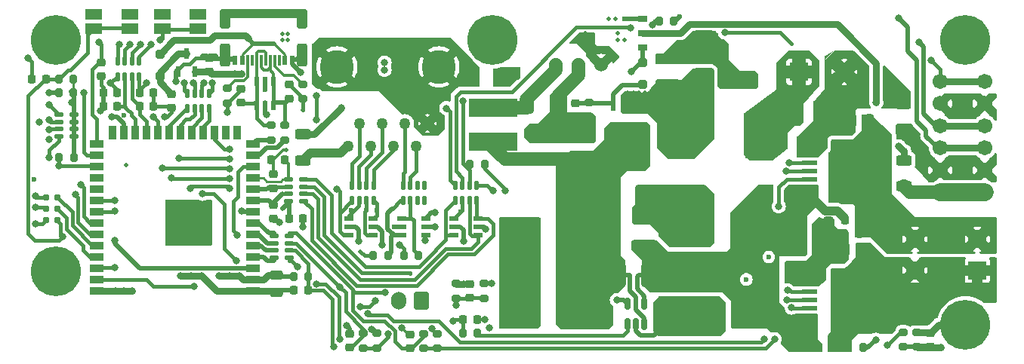
<source format=gbr>
%TF.GenerationSoftware,KiCad,Pcbnew,7.0.10*%
%TF.CreationDate,2025-02-04T22:51:35+01:00*%
%TF.ProjectId,BugWiperPCB,42756757-6970-4657-9250-43422e6b6963,rev?*%
%TF.SameCoordinates,Original*%
%TF.FileFunction,Copper,L1,Top*%
%TF.FilePolarity,Positive*%
%FSLAX46Y46*%
G04 Gerber Fmt 4.6, Leading zero omitted, Abs format (unit mm)*
G04 Created by KiCad (PCBNEW 7.0.10) date 2025-02-04 22:51:35*
%MOMM*%
%LPD*%
G01*
G04 APERTURE LIST*
G04 Aperture macros list*
%AMRoundRect*
0 Rectangle with rounded corners*
0 $1 Rounding radius*
0 $2 $3 $4 $5 $6 $7 $8 $9 X,Y pos of 4 corners*
0 Add a 4 corners polygon primitive as box body*
4,1,4,$2,$3,$4,$5,$6,$7,$8,$9,$2,$3,0*
0 Add four circle primitives for the rounded corners*
1,1,$1+$1,$2,$3*
1,1,$1+$1,$4,$5*
1,1,$1+$1,$6,$7*
1,1,$1+$1,$8,$9*
0 Add four rect primitives between the rounded corners*
20,1,$1+$1,$2,$3,$4,$5,0*
20,1,$1+$1,$4,$5,$6,$7,0*
20,1,$1+$1,$6,$7,$8,$9,0*
20,1,$1+$1,$8,$9,$2,$3,0*%
G04 Aperture macros list end*
%TA.AperFunction,ComponentPad*%
%ADD10C,1.701800*%
%TD*%
%TA.AperFunction,SMDPad,CuDef*%
%ADD11R,0.600000X1.100000*%
%TD*%
%TA.AperFunction,SMDPad,CuDef*%
%ADD12R,0.300000X1.150000*%
%TD*%
%TA.AperFunction,ComponentPad*%
%ADD13O,1.000000X2.100000*%
%TD*%
%TA.AperFunction,SMDPad,CuDef*%
%ADD14RoundRect,0.300000X-0.300000X1.000000X-0.300000X-1.000000X0.300000X-1.000000X0.300000X1.000000X0*%
%TD*%
%TA.AperFunction,SMDPad,CuDef*%
%ADD15RoundRect,0.300000X-0.300000X0.800000X-0.300000X-0.800000X0.300000X-0.800000X0.300000X0.800000X0*%
%TD*%
%TA.AperFunction,ComponentPad*%
%ADD16O,1.000000X1.800000*%
%TD*%
%TA.AperFunction,SMDPad,CuDef*%
%ADD17R,1.840000X1.200000*%
%TD*%
%TA.AperFunction,ComponentPad*%
%ADD18R,1.840000X1.200000*%
%TD*%
%TA.AperFunction,SMDPad,CuDef*%
%ADD19R,0.558800X1.168400*%
%TD*%
%TA.AperFunction,SMDPad,CuDef*%
%ADD20RoundRect,0.225000X-0.225000X-0.250000X0.225000X-0.250000X0.225000X0.250000X-0.225000X0.250000X0*%
%TD*%
%TA.AperFunction,SMDPad,CuDef*%
%ADD21RoundRect,0.225000X0.250000X-0.225000X0.250000X0.225000X-0.250000X0.225000X-0.250000X-0.225000X0*%
%TD*%
%TA.AperFunction,SMDPad,CuDef*%
%ADD22RoundRect,0.200000X0.275000X-0.200000X0.275000X0.200000X-0.275000X0.200000X-0.275000X-0.200000X0*%
%TD*%
%TA.AperFunction,SMDPad,CuDef*%
%ADD23RoundRect,0.200000X-0.200000X-0.275000X0.200000X-0.275000X0.200000X0.275000X-0.200000X0.275000X0*%
%TD*%
%TA.AperFunction,SMDPad,CuDef*%
%ADD24RoundRect,0.200000X-0.275000X0.200000X-0.275000X-0.200000X0.275000X-0.200000X0.275000X0.200000X0*%
%TD*%
%TA.AperFunction,SMDPad,CuDef*%
%ADD25R,1.003300X0.558800*%
%TD*%
%TA.AperFunction,SMDPad,CuDef*%
%ADD26RoundRect,0.250000X-0.900000X1.000000X-0.900000X-1.000000X0.900000X-1.000000X0.900000X1.000000X0*%
%TD*%
%TA.AperFunction,SMDPad,CuDef*%
%ADD27RoundRect,0.250000X-0.625000X0.312500X-0.625000X-0.312500X0.625000X-0.312500X0.625000X0.312500X0*%
%TD*%
%TA.AperFunction,SMDPad,CuDef*%
%ADD28RoundRect,0.250000X-0.650000X0.325000X-0.650000X-0.325000X0.650000X-0.325000X0.650000X0.325000X0*%
%TD*%
%TA.AperFunction,SMDPad,CuDef*%
%ADD29RoundRect,0.250000X-0.325000X-1.100000X0.325000X-1.100000X0.325000X1.100000X-0.325000X1.100000X0*%
%TD*%
%TA.AperFunction,SMDPad,CuDef*%
%ADD30RoundRect,0.250000X0.250000X-0.250000X0.250000X0.250000X-0.250000X0.250000X-0.250000X-0.250000X0*%
%TD*%
%TA.AperFunction,SMDPad,CuDef*%
%ADD31RoundRect,0.225000X0.225000X0.250000X-0.225000X0.250000X-0.225000X-0.250000X0.225000X-0.250000X0*%
%TD*%
%TA.AperFunction,ComponentPad*%
%ADD32C,5.600000*%
%TD*%
%TA.AperFunction,SMDPad,CuDef*%
%ADD33RoundRect,0.150000X0.150000X-0.512500X0.150000X0.512500X-0.150000X0.512500X-0.150000X-0.512500X0*%
%TD*%
%TA.AperFunction,ComponentPad*%
%ADD34R,2.025000X2.025000*%
%TD*%
%TA.AperFunction,ComponentPad*%
%ADD35C,2.025000*%
%TD*%
%TA.AperFunction,SMDPad,CuDef*%
%ADD36RoundRect,0.200000X0.200000X0.275000X-0.200000X0.275000X-0.200000X-0.275000X0.200000X-0.275000X0*%
%TD*%
%TA.AperFunction,SMDPad,CuDef*%
%ADD37RoundRect,0.225000X-0.250000X0.225000X-0.250000X-0.225000X0.250000X-0.225000X0.250000X0.225000X0*%
%TD*%
%TA.AperFunction,SMDPad,CuDef*%
%ADD38RoundRect,0.250000X0.625000X-0.312500X0.625000X0.312500X-0.625000X0.312500X-0.625000X-0.312500X0*%
%TD*%
%TA.AperFunction,SMDPad,CuDef*%
%ADD39R,5.500000X2.150000*%
%TD*%
%TA.AperFunction,SMDPad,CuDef*%
%ADD40RoundRect,0.250000X-0.312500X-1.075000X0.312500X-1.075000X0.312500X1.075000X-0.312500X1.075000X0*%
%TD*%
%TA.AperFunction,SMDPad,CuDef*%
%ADD41RoundRect,0.250000X1.950000X1.000000X-1.950000X1.000000X-1.950000X-1.000000X1.950000X-1.000000X0*%
%TD*%
%TA.AperFunction,ConnectorPad*%
%ADD42C,0.787400*%
%TD*%
%TA.AperFunction,SMDPad,CuDef*%
%ADD43R,1.500000X0.900000*%
%TD*%
%TA.AperFunction,SMDPad,CuDef*%
%ADD44R,0.900000X1.500000*%
%TD*%
%TA.AperFunction,SMDPad,CuDef*%
%ADD45R,0.900000X0.900000*%
%TD*%
%TA.AperFunction,ComponentPad*%
%ADD46C,1.270000*%
%TD*%
%TA.AperFunction,ComponentPad*%
%ADD47C,3.810000*%
%TD*%
%TA.AperFunction,SMDPad,CuDef*%
%ADD48RoundRect,0.250000X0.250000X0.475000X-0.250000X0.475000X-0.250000X-0.475000X0.250000X-0.475000X0*%
%TD*%
%TA.AperFunction,SMDPad,CuDef*%
%ADD49R,1.750000X0.500000*%
%TD*%
%TA.AperFunction,SMDPad,CuDef*%
%ADD50R,5.800000X7.100000*%
%TD*%
%TA.AperFunction,SMDPad,CuDef*%
%ADD51RoundRect,0.250000X-1.100000X0.325000X-1.100000X-0.325000X1.100000X-0.325000X1.100000X0.325000X0*%
%TD*%
%TA.AperFunction,SMDPad,CuDef*%
%ADD52RoundRect,0.250000X-0.325000X-0.650000X0.325000X-0.650000X0.325000X0.650000X-0.325000X0.650000X0*%
%TD*%
%TA.AperFunction,SMDPad,CuDef*%
%ADD53RoundRect,0.250000X-0.312500X-0.625000X0.312500X-0.625000X0.312500X0.625000X-0.312500X0.625000X0*%
%TD*%
%TA.AperFunction,SMDPad,CuDef*%
%ADD54RoundRect,0.107500X-0.107500X0.392500X-0.107500X-0.392500X0.107500X-0.392500X0.107500X0.392500X0*%
%TD*%
%TA.AperFunction,SMDPad,CuDef*%
%ADD55RoundRect,0.250000X1.100000X-0.325000X1.100000X0.325000X-1.100000X0.325000X-1.100000X-0.325000X0*%
%TD*%
%TA.AperFunction,SMDPad,CuDef*%
%ADD56R,2.921000X3.251200*%
%TD*%
%TA.AperFunction,SMDPad,CuDef*%
%ADD57R,0.558800X1.003300*%
%TD*%
%TA.AperFunction,SMDPad,CuDef*%
%ADD58RoundRect,0.250000X0.475000X-0.250000X0.475000X0.250000X-0.475000X0.250000X-0.475000X-0.250000X0*%
%TD*%
%TA.AperFunction,SMDPad,CuDef*%
%ADD59RoundRect,0.107500X0.107500X-0.392500X0.107500X0.392500X-0.107500X0.392500X-0.107500X-0.392500X0*%
%TD*%
%TA.AperFunction,SMDPad,CuDef*%
%ADD60RoundRect,0.107500X0.392500X0.107500X-0.392500X0.107500X-0.392500X-0.107500X0.392500X-0.107500X0*%
%TD*%
%TA.AperFunction,SMDPad,CuDef*%
%ADD61RoundRect,0.250000X0.325000X0.650000X-0.325000X0.650000X-0.325000X-0.650000X0.325000X-0.650000X0*%
%TD*%
%TA.AperFunction,SMDPad,CuDef*%
%ADD62RoundRect,0.250000X-0.250000X0.250000X-0.250000X-0.250000X0.250000X-0.250000X0.250000X0.250000X0*%
%TD*%
%TA.AperFunction,SMDPad,CuDef*%
%ADD63RoundRect,0.107500X-0.392500X-0.107500X0.392500X-0.107500X0.392500X0.107500X-0.392500X0.107500X0*%
%TD*%
%TA.AperFunction,ComponentPad*%
%ADD64R,2.100000X2.100000*%
%TD*%
%TA.AperFunction,ComponentPad*%
%ADD65C,2.100000*%
%TD*%
%TA.AperFunction,SMDPad,CuDef*%
%ADD66R,1.000000X0.800000*%
%TD*%
%TA.AperFunction,ComponentPad*%
%ADD67C,3.600000*%
%TD*%
%TA.AperFunction,ConnectorPad*%
%ADD68C,5.600000*%
%TD*%
%TA.AperFunction,ComponentPad*%
%ADD69RoundRect,0.250000X0.600000X0.750000X-0.600000X0.750000X-0.600000X-0.750000X0.600000X-0.750000X0*%
%TD*%
%TA.AperFunction,ComponentPad*%
%ADD70O,1.700000X2.000000*%
%TD*%
%TA.AperFunction,SMDPad,CuDef*%
%ADD71R,0.533400X1.524000*%
%TD*%
%TA.AperFunction,SMDPad,CuDef*%
%ADD72R,4.114800X4.902200*%
%TD*%
%TA.AperFunction,ComponentPad*%
%ADD73C,1.524000*%
%TD*%
%TA.AperFunction,ViaPad*%
%ADD74C,0.800000*%
%TD*%
%TA.AperFunction,ViaPad*%
%ADD75C,0.500000*%
%TD*%
%TA.AperFunction,ViaPad*%
%ADD76C,0.600000*%
%TD*%
%TA.AperFunction,Conductor*%
%ADD77C,0.500000*%
%TD*%
%TA.AperFunction,Conductor*%
%ADD78C,0.400000*%
%TD*%
%TA.AperFunction,Conductor*%
%ADD79C,0.300000*%
%TD*%
%TA.AperFunction,Conductor*%
%ADD80C,0.750000*%
%TD*%
%TA.AperFunction,Conductor*%
%ADD81C,0.250000*%
%TD*%
%TA.AperFunction,Conductor*%
%ADD82C,0.350000*%
%TD*%
%TA.AperFunction,Conductor*%
%ADD83C,1.000000*%
%TD*%
%TA.AperFunction,Conductor*%
%ADD84C,1.500000*%
%TD*%
%TA.AperFunction,Conductor*%
%ADD85C,2.000000*%
%TD*%
G04 APERTURE END LIST*
D10*
%TO.P,J2,1,1*%
%TO.N,Net-(F2-Pad1)*%
X213170001Y-81141601D03*
%TO.P,J2,2,2*%
X218170001Y-81141601D03*
%TO.P,J2,3,3*%
%TO.N,/GND2*%
X213170001Y-78641601D03*
%TO.P,J2,4,4*%
X218170001Y-78641601D03*
%TO.P,J2,5,5*%
%TO.N,EN_C2*%
X213170001Y-76141600D03*
%TO.P,J2,6,6*%
X218170001Y-76141600D03*
%TO.P,J2,7,7*%
%TO.N,EN_C1*%
X213170001Y-73641600D03*
%TO.P,J2,8,8*%
X218170001Y-73641600D03*
%TO.P,J2,9,9*%
%TO.N,/GND2*%
X213170001Y-71141600D03*
%TO.P,J2,10,10*%
X218170001Y-71141600D03*
%TO.P,J2,11,11*%
%TO.N,sw_1*%
X213170001Y-68641600D03*
%TO.P,J2,12,12*%
X218170001Y-68641600D03*
%TD*%
D11*
%TO.P,J1,A1_B12,GND*%
%TO.N,GND*%
X140516400Y-66301900D03*
%TO.P,J1,A4_B9,VBUS*%
%TO.N,Net-(D1-A)*%
X139716400Y-66291900D03*
D12*
%TO.P,J1,A5,CC1*%
%TO.N,Net-(J1-CC1)*%
X138566400Y-66276900D03*
%TO.P,J1,A6,DP1*%
%TO.N,Net-(CR4-IO_2)*%
X137566400Y-66276900D03*
%TO.P,J1,A7,DN1*%
%TO.N,Net-(CR4-IO_1)*%
X137066400Y-66276900D03*
%TO.P,J1,A8,SBU1*%
%TO.N,unconnected-(J1-SBU1-PadA8)*%
X136066400Y-66276900D03*
D11*
%TO.P,J1,B1_A12,GND*%
%TO.N,GND*%
X134116400Y-66291900D03*
%TO.P,J1,B4_A9,VBUS*%
%TO.N,Net-(D1-A)*%
X134916400Y-66291900D03*
D12*
%TO.P,J1,B5,CC2*%
%TO.N,Net-(J1-CC2)*%
X135566400Y-66276900D03*
%TO.P,J1,B6,DP2*%
%TO.N,Net-(CR4-IO_2)*%
X136566400Y-66276900D03*
%TO.P,J1,B7,DN2*%
%TO.N,Net-(CR4-IO_1)*%
X138066400Y-66276900D03*
%TO.P,J1,B8,SBU2*%
%TO.N,unconnected-(J1-SBU2-PadB8)*%
X139066400Y-66276900D03*
D13*
%TO.P,J1,SH1,SHIELD*%
%TO.N,GND*%
X141636400Y-65711900D03*
D14*
X141636400Y-65711900D03*
D13*
%TO.P,J1,SH2,SHIELD*%
X132996400Y-65711900D03*
D14*
X132996400Y-65711900D03*
D15*
%TO.P,J1,SH3,SHIELD*%
X141636400Y-61631900D03*
D16*
X141636400Y-61531900D03*
D15*
%TO.P,J1,SH4,SHIELD*%
X132996400Y-61631900D03*
D16*
X132996400Y-61531900D03*
%TD*%
D17*
%TO.P,SW2,1,1*%
%TO.N,EN*%
X118259700Y-62714700D03*
X122309700Y-62714700D03*
D18*
%TO.P,SW2,2,2*%
%TO.N,GND*%
X118259700Y-61114700D03*
X122309700Y-61114700D03*
%TD*%
D17*
%TO.P,SW1,1,1*%
%TO.N,Boot*%
X125930500Y-62714700D03*
X129980500Y-62714700D03*
D18*
%TO.P,SW1,2,2*%
%TO.N,GND*%
X125930500Y-61114700D03*
X129980500Y-61114700D03*
%TD*%
D19*
%TO.P,U7,1,GND*%
%TO.N,GND*%
X127718901Y-67564000D03*
%TO.P,U7,2,OUT*%
%TO.N,/ESP32-S3/+3\u002C3V*%
X129633899Y-67564000D03*
%TO.P,U7,3,IN*%
%TO.N,+5V*%
X128676400Y-65532000D03*
%TD*%
D20*
%TO.P,C22,1*%
%TO.N,A_INA*%
X159689200Y-95402400D03*
%TO.P,C22,2*%
%TO.N,GND*%
X161239200Y-95402400D03*
%TD*%
D21*
%TO.P,C11,1*%
%TO.N,/ESP32-S3/M_IS1*%
X153771600Y-98615800D03*
%TO.P,C11,2*%
%TO.N,GND*%
X153771600Y-97065800D03*
%TD*%
D22*
%TO.P,R12,1*%
%TO.N,Net-(U3-IS)*%
X149987000Y-98627200D03*
%TO.P,R12,2*%
%TO.N,GND*%
X149987000Y-96977200D03*
%TD*%
D23*
%TO.P,R15,1*%
%TO.N,OUT2*%
X149593800Y-88239600D03*
%TO.P,R15,2*%
%TO.N,OUT_2*%
X151243800Y-88239600D03*
%TD*%
D24*
%TO.P,R21,1*%
%TO.N,Net-(D2-A)*%
X173837600Y-71057000D03*
%TO.P,R21,2*%
%TO.N,GND*%
X173837600Y-72707000D03*
%TD*%
D25*
%TO.P,CR1,1,IO_1*%
%TO.N,Net-(CR1-IO_1)*%
X146919151Y-84038399D03*
%TO.P,CR1,2,Vss*%
%TO.N,GND*%
X146919151Y-84988400D03*
%TO.P,CR1,3,IO_2*%
%TO.N,Net-(CR1-IO_2)*%
X146919151Y-85938401D03*
%TO.P,CR1,4,IO_3*%
%TO.N,Net-(CR1-IO_3)*%
X149624251Y-85938401D03*
%TO.P,CR1,5,Vcc*%
%TO.N,+3.3V*%
X149624251Y-84988400D03*
%TO.P,CR1,6,IO_4*%
%TO.N,Net-(CR1-IO_4)*%
X149624251Y-84038399D03*
%TD*%
D26*
%TO.P,D3,1,A1*%
%TO.N,GND*%
X186690000Y-64144000D03*
%TO.P,D3,2,A2*%
%TO.N,/Power/+VBat\u002A*%
X186690000Y-68444000D03*
%TD*%
D27*
%TO.P,F1,1*%
%TO.N,Net-(JP4-C)*%
X141732000Y-74610500D03*
%TO.P,F1,2*%
%TO.N,Net-(F1-Pad2)*%
X141732000Y-77535500D03*
%TD*%
D28*
%TO.P,C24,1*%
%TO.N,GND*%
X167640000Y-74471000D03*
%TO.P,C24,2*%
%TO.N,+12V*%
X167640000Y-77421000D03*
%TD*%
D29*
%TO.P,C15,1*%
%TO.N,/Power/+VBat*%
X197153000Y-72136000D03*
%TO.P,C15,2*%
%TO.N,GND*%
X200103000Y-72136000D03*
%TD*%
D21*
%TO.P,C13,1*%
%TO.N,/ESP32-S3/ADC_VBat*%
X160464000Y-92964800D03*
%TO.P,C13,2*%
%TO.N,GND*%
X160464000Y-91414800D03*
%TD*%
D30*
%TO.P,D1,1,K*%
%TO.N,+5V*%
X125679200Y-68102800D03*
%TO.P,D1,2,A*%
%TO.N,Net-(D1-A)*%
X125679200Y-65602800D03*
%TD*%
D31*
%TO.P,C4,1*%
%TO.N,EN*%
X112890600Y-68376800D03*
%TO.P,C4,2*%
%TO.N,GND*%
X111340600Y-68376800D03*
%TD*%
D32*
%TO.P,H2,1*%
%TO.N,N/C*%
X163000000Y-64000000D03*
%TD*%
D20*
%TO.P,C33,1*%
%TO.N,IN_2*%
X123431000Y-71475600D03*
%TO.P,C33,2*%
%TO.N,GND*%
X124981000Y-71475600D03*
%TD*%
%TO.P,C8,1*%
%TO.N,+12V_HighSide*%
X202475000Y-84201000D03*
%TO.P,C8,2*%
%TO.N,/Power/Motor-*%
X204025000Y-84201000D03*
%TD*%
D33*
%TO.P,U4,1*%
%TO.N,/ESP32-S3/ADC_INA*%
X178120000Y-95879500D03*
%TO.P,U4,2,GND*%
%TO.N,GND*%
X179070000Y-95879500D03*
%TO.P,U4,3,+*%
%TO.N,+12V*%
X180020000Y-95879500D03*
%TO.P,U4,4,-*%
%TO.N,+12V_HighSide*%
X180020000Y-93604500D03*
%TO.P,U4,5,V+*%
%TO.N,+3.3V*%
X178120000Y-93604500D03*
%TD*%
D34*
%TO.P,J6,1,1*%
%TO.N,/Power/Motor+*%
X217346000Y-89888000D03*
D35*
%TO.P,J6,2,2*%
X210346000Y-89888000D03*
%TO.P,J6,3,3*%
%TO.N,/Power/Motor-*%
X217346000Y-86388000D03*
%TO.P,J6,4,4*%
X210346000Y-86388000D03*
%TD*%
D36*
%TO.P,R14,1*%
%TO.N,OUT_1*%
X154698200Y-88188800D03*
%TO.P,R14,2*%
%TO.N,OUT1*%
X153048200Y-88188800D03*
%TD*%
D37*
%TO.P,C37,1*%
%TO.N,Enc2*%
X138430000Y-82537000D03*
%TO.P,C37,2*%
%TO.N,GND*%
X138430000Y-84087000D03*
%TD*%
D22*
%TO.P,R19,1*%
%TO.N,/ESP32-S3/ADC_VBat*%
X158877000Y-93014800D03*
%TO.P,R19,2*%
%TO.N,GND*%
X158877000Y-91364800D03*
%TD*%
D38*
%TO.P,F3,1*%
%TO.N,/GND2*%
X209042000Y-74106500D03*
%TO.P,F3,2*%
%TO.N,GND*%
X209042000Y-71181500D03*
%TD*%
D39*
%TO.P,L2,1*%
%TO.N,+12V*%
X163068000Y-75458000D03*
%TO.P,L2,2*%
%TO.N,Net-(U6-+VIN)*%
X163068000Y-71608000D03*
%TD*%
D37*
%TO.P,C3,1*%
%TO.N,Boot*%
X119126000Y-66535000D03*
%TO.P,C3,2*%
%TO.N,GND*%
X119126000Y-68085000D03*
%TD*%
D23*
%TO.P,R7,1*%
%TO.N,/Power/Motor+*%
X202883000Y-98552000D03*
%TO.P,R7,2*%
%TO.N,GND*%
X204533000Y-98552000D03*
%TD*%
D24*
%TO.P,R3,1*%
%TO.N,Net-(J1-CC2)*%
X133223000Y-69461600D03*
%TO.P,R3,2*%
%TO.N,GND*%
X133223000Y-71111600D03*
%TD*%
%TO.P,R2,1*%
%TO.N,Net-(J1-CC1)*%
X141733050Y-68975000D03*
%TO.P,R2,2*%
%TO.N,GND*%
X141733050Y-70625000D03*
%TD*%
D40*
%TO.P,R25,1*%
%TO.N,+12V*%
X177353500Y-90424000D03*
%TO.P,R25,2*%
%TO.N,+12V_HighSide*%
X180278500Y-90424000D03*
%TD*%
D41*
%TO.P,C20,1*%
%TO.N,+12V_HighSide*%
X192168000Y-94996000D03*
%TO.P,C20,2*%
%TO.N,GND*%
X184768000Y-94996000D03*
%TD*%
D24*
%TO.P,R10,1*%
%TO.N,/ESP32-S3/M_IS1*%
X155295600Y-97015800D03*
%TO.P,R10,2*%
%TO.N,Net-(U2-IS)*%
X155295600Y-98665800D03*
%TD*%
D42*
%TO.P,J5,1,ESP_EN*%
%TO.N,EN*%
X114173000Y-84270000D03*
%TO.P,J5,2,VDD*%
%TO.N,+3.3V*%
X112903000Y-84270000D03*
%TO.P,J5,3,ESP_TXD*%
%TO.N,TX*%
X114173000Y-83000000D03*
%TO.P,J5,4,GND*%
%TO.N,GND*%
X112903000Y-83000000D03*
%TO.P,J5,5,ESP_RXD*%
%TO.N,RX*%
X114173000Y-81730000D03*
%TO.P,J5,6,ESP_IO0*%
%TO.N,Boot*%
X112903000Y-81730000D03*
%TD*%
D43*
%TO.P,U1,1,GND*%
%TO.N,GND*%
X136101200Y-92172000D03*
%TO.P,U1,2,3V3*%
%TO.N,+3.3V*%
X136101200Y-90902000D03*
%TO.P,U1,3,EN*%
%TO.N,EN*%
X136101200Y-89632000D03*
%TO.P,U1,4,GPIO4/TOUCH4/ADC1_CH3*%
%TO.N,A_VBAT*%
X136101200Y-88362000D03*
%TO.P,U1,5,GPIO5/TOUCH5/ADC1_CH4*%
%TO.N,A_NTC*%
X136101200Y-87092000D03*
%TO.P,U1,6,GPIO6/TOUCH6/ADC1_CH5*%
%TO.N,A_IS2*%
X136101200Y-85822000D03*
%TO.P,U1,7,GPIO7/TOUCH7/ADC1_CH6*%
%TO.N,A_IS1*%
X136101200Y-84552000D03*
%TO.P,U1,8,GPIO15/U0RTS/ADC2_CH4/XTAL_32K_P*%
%TO.N,Enc1*%
X136101200Y-83282000D03*
%TO.P,U1,9,GPIO16/U0CTS/ADC2_CH5/XTAL_32K_N*%
%TO.N,Enc2*%
X136101200Y-82012000D03*
%TO.P,U1,10,GPIO17/U1TXD/ADC2_CH6*%
%TO.N,SW1*%
X136101200Y-80742000D03*
%TO.P,U1,11,GPIO18/U1RXD/ADC2_CH7/CLK_OUT3*%
%TO.N,SW2*%
X136101200Y-79472000D03*
%TO.P,U1,12,GPIO8/TOUCH8/ADC1_CH7/SUBSPICS1*%
%TO.N,OUT2*%
X136101200Y-78202000D03*
%TO.P,U1,13,GPIO19/U1RTS/ADC2_CH8/CLK_OUT2/USB_D-*%
%TO.N,D-*%
X136101200Y-76932000D03*
%TO.P,U1,14,GPIO20/U1CTS/ADC2_CH9/CLK_OUT1/USB_D+*%
%TO.N,D+*%
X136101200Y-75662000D03*
D44*
%TO.P,U1,15,GPIO3/TOUCH3/ADC1_CH2*%
%TO.N,unconnected-(U1-GPIO3{slash}TOUCH3{slash}ADC1_CH2-Pad15)*%
X134336200Y-74412000D03*
%TO.P,U1,16,GPIO46*%
%TO.N,unconnected-(U1-GPIO46-Pad16)*%
X133066200Y-74412000D03*
%TO.P,U1,17,GPIO9/TOUCH9/ADC1_CH8/FSPIHD/SUBSPIHD*%
%TO.N,OUT1*%
X131796200Y-74412000D03*
%TO.P,U1,18,GPIO10/TOUCH10/ADC1_CH9/FSPICS0/FSPIIO4/SUBSPICS0*%
%TO.N,M__IN1*%
X130526200Y-74412000D03*
%TO.P,U1,19,GPIO11/TOUCH11/ADC2_CH0/FSPID/FSPIIO5/SUBSPID*%
%TO.N,M__IN2*%
X129256200Y-74412000D03*
%TO.P,U1,20,GPIO12/TOUCH12/ADC2_CH1/FSPICLK/FSPIIO6/SUBSPICLK*%
%TO.N,M__INH1*%
X127986200Y-74412000D03*
%TO.P,U1,21,GPIO13/TOUCH13/ADC2_CH2/FSPIQ/FSPIIO7/SUBSPIQ*%
%TO.N,M__INH2*%
X126716200Y-74412000D03*
%TO.P,U1,22,GPIO14/TOUCH14/ADC2_CH3/FSPIWP/FSPIDQS/SUBSPIWP*%
%TO.N,IN_1*%
X125446200Y-74412000D03*
%TO.P,U1,23,GPIO21*%
%TO.N,IN_2*%
X124176200Y-74412000D03*
%TO.P,U1,24,GPIO47/SPICLK_P/SUBSPICLK_P_DIFF*%
%TO.N,IN_3*%
X122906200Y-74412000D03*
%TO.P,U1,25,GPIO48/SPICLK_N/SUBSPICLK_N_DIFF*%
%TO.N,IN_4*%
X121636200Y-74412000D03*
%TO.P,U1,26,GPIO45*%
%TO.N,unconnected-(U1-GPIO45-Pad26)*%
X120366200Y-74412000D03*
D43*
%TO.P,U1,27,GPIO0/BOOT*%
%TO.N,Boot*%
X118601200Y-75662000D03*
%TO.P,U1,28,SPIIO6/GPIO35/FSPID/SUBSPID*%
%TO.N,DAT2*%
X118601200Y-76932000D03*
%TO.P,U1,29,SPIIO7/GPIO36/FSPICLK/SUBSPICLK*%
%TO.N,DAT1*%
X118601200Y-78202000D03*
%TO.P,U1,30,SPIDQS/GPIO37/FSPIQ/SUBSPIQ*%
%TO.N,unconnected-(U1-SPIDQS{slash}GPIO37{slash}FSPIQ{slash}SUBSPIQ-Pad30)*%
X118601200Y-79472000D03*
%TO.P,U1,31,GPIO38/FSPIWP/SUBSPIWP*%
%TO.N,unconnected-(U1-GPIO38{slash}FSPIWP{slash}SUBSPIWP-Pad31)*%
X118601200Y-80742000D03*
%TO.P,U1,32,MTCK/GPIO39/CLK_OUT3/SUBSPICS1*%
%TO.N,SD_CS*%
X118601200Y-82012000D03*
%TO.P,U1,33,MTDO/GPIO40/CLK_OUT2*%
%TO.N,MOSI*%
X118601200Y-83282000D03*
%TO.P,U1,34,MTDI/GPIO41/CLK_OUT1*%
%TO.N,CLK*%
X118601200Y-84552000D03*
%TO.P,U1,35,MTMS/GPIO42*%
%TO.N,MISO*%
X118601200Y-85822000D03*
%TO.P,U1,36,U0RXD/GPIO44/CLK_OUT2*%
%TO.N,RX*%
X118601200Y-87092000D03*
%TO.P,U1,37,U0TXD/GPIO43/CLK_OUT1*%
%TO.N,TX*%
X118601200Y-88362000D03*
%TO.P,U1,38,GPIO2/TOUCH2/ADC1_CH1*%
%TO.N,SD_DET*%
X118601200Y-89632000D03*
%TO.P,U1,39,GPIO1/TOUCH1/ADC1_CH0*%
%TO.N,A_INA*%
X118601200Y-90902000D03*
%TO.P,U1,40,GND*%
%TO.N,GND*%
X118601200Y-92172000D03*
D45*
%TO.P,U1,41,GND*%
X130251200Y-85852000D03*
X130251200Y-84452000D03*
X130251200Y-83052000D03*
X130251200Y-83052000D03*
X128851200Y-85852000D03*
X128851200Y-85852000D03*
X128851200Y-84452000D03*
X128851200Y-83052000D03*
X127451200Y-85852000D03*
X127451200Y-84452000D03*
X127451200Y-83052000D03*
%TD*%
D46*
%TO.P,J4,1*%
%TO.N,/ESP32-S3/GND3*%
X155702000Y-73380700D03*
%TO.P,J4,2*%
%TO.N,Net-(RN3C-R3.1)*%
X154432000Y-75920700D03*
%TO.P,J4,3*%
%TO.N,Net-(RN3D-R4.1)*%
X153162000Y-73380700D03*
%TO.P,J4,4*%
%TO.N,Net-(RN6-R1.1)*%
X151892000Y-75920700D03*
%TO.P,J4,5*%
%TO.N,Net-(RN6-R2.1)*%
X150622000Y-73380700D03*
%TO.P,J4,6*%
%TO.N,Net-(RN6-R3.1)*%
X149352000Y-75920700D03*
%TO.P,J4,7*%
%TO.N,Net-(RN6-R4.1)*%
X148082000Y-73380700D03*
%TO.P,J4,8*%
%TO.N,Net-(F1-Pad2)*%
X146812000Y-75920700D03*
D47*
%TO.P,J4,SH*%
%TO.N,/ESP32-S3/GND3*%
X156972000Y-67030700D03*
X145542000Y-67030700D03*
%TD*%
D23*
%TO.P,R22,1*%
%TO.N,DAT2*%
X114338600Y-69900800D03*
%TO.P,R22,2*%
%TO.N,+3.3V*%
X115988600Y-69900800D03*
%TD*%
D25*
%TO.P,CR3,1,IO_1*%
%TO.N,OUT_1*%
X152793300Y-84038399D03*
%TO.P,CR3,2,Vss*%
%TO.N,GND*%
X152793300Y-84988400D03*
%TO.P,CR3,3,IO_2*%
%TO.N,OUT_2*%
X152793300Y-85938401D03*
%TO.P,CR3,4,IO_3*%
%TO.N,/ESP32-S3/M_IS2*%
X155498400Y-85938401D03*
%TO.P,CR3,5,Vcc*%
%TO.N,+3.3V*%
X155498400Y-84988400D03*
%TO.P,CR3,6,IO_4*%
%TO.N,/ESP32-S3/M_IS1*%
X155498400Y-84038399D03*
%TD*%
D48*
%TO.P,C9,1*%
%TO.N,/Power/Motor-*%
X205200000Y-73050400D03*
%TO.P,C9,2*%
%TO.N,GND*%
X203300000Y-73050400D03*
%TD*%
D24*
%TO.P,R11,1*%
%TO.N,/ESP32-S3/M_IS2*%
X148463000Y-96977200D03*
%TO.P,R11,2*%
%TO.N,Net-(U3-IS)*%
X148463000Y-98627200D03*
%TD*%
D23*
%TO.P,R18,1*%
%TO.N,DAT1*%
X114389400Y-77216000D03*
%TO.P,R18,2*%
%TO.N,+3.3V*%
X116039400Y-77216000D03*
%TD*%
D31*
%TO.P,C31,1*%
%TO.N,/ESP32-S3/ADC_NTC*%
X142275000Y-92138200D03*
%TO.P,C31,2*%
%TO.N,GND*%
X140725000Y-92138200D03*
%TD*%
D32*
%TO.P,H3,1*%
%TO.N,N/C*%
X216000000Y-64000000D03*
%TD*%
D31*
%TO.P,C39,1*%
%TO.N,SW2*%
X139713000Y-77470000D03*
%TO.P,C39,2*%
%TO.N,GND*%
X138163000Y-77470000D03*
%TD*%
D49*
%TO.P,U2,1,GND*%
%TO.N,GND*%
X198505500Y-90518000D03*
%TO.P,U2,2,GND*%
X198505500Y-91418000D03*
%TO.P,U2,3,IN*%
%TO.N,/ESP32-S3/M_IN1*%
X198505500Y-92318000D03*
%TO.P,U2,4,INH*%
%TO.N,/ESP32-S3/M_INH1*%
X198505500Y-93218000D03*
%TO.P,U2,5,IS*%
%TO.N,Net-(U2-IS)*%
X198505500Y-94118000D03*
%TO.P,U2,6,VS*%
%TO.N,+12V_HighSide*%
X198505500Y-95018000D03*
%TO.P,U2,7,VS*%
X198505500Y-95918000D03*
D50*
%TO.P,U2,8,OUT*%
%TO.N,/Power/Motor+*%
X203830500Y-93218000D03*
%TD*%
D41*
%TO.P,C28,1*%
%TO.N,+12V*%
X173372000Y-94996000D03*
%TO.P,C28,2*%
%TO.N,GND*%
X165972000Y-94996000D03*
%TD*%
D25*
%TO.P,CR2,1,IO_1*%
%TO.N,Net-(CR2-IO_1)*%
X158667450Y-84038399D03*
%TO.P,CR2,2,Vss*%
%TO.N,GND*%
X158667450Y-84988400D03*
%TO.P,CR2,3,IO_2*%
%TO.N,Net-(CR2-IO_2)*%
X158667450Y-85938401D03*
%TO.P,CR2,4,IO_3*%
%TO.N,Net-(CR2-IO_3)*%
X161372550Y-85938401D03*
%TO.P,CR2,5,Vcc*%
%TO.N,+3.3V*%
X161372550Y-84988400D03*
%TO.P,CR2,6,IO_4*%
%TO.N,Net-(CR2-IO_4)*%
X161372550Y-84038399D03*
%TD*%
D24*
%TO.P,TH1,1*%
%TO.N,/ESP32-S3/ADC_NTC*%
X209042000Y-96838000D03*
%TO.P,TH1,2*%
%TO.N,GND*%
X209042000Y-98488000D03*
%TD*%
D31*
%TO.P,C35,1*%
%TO.N,IN_4*%
X120917000Y-69951600D03*
%TO.P,C35,2*%
%TO.N,GND*%
X119367000Y-69951600D03*
%TD*%
D51*
%TO.P,C21,1*%
%TO.N,GND*%
X182626000Y-66089000D03*
%TO.P,C21,2*%
%TO.N,/Power/+VBat\u002A*%
X182626000Y-69039000D03*
%TD*%
D37*
%TO.P,C14,1*%
%TO.N,Net-(D2-A)*%
X172313600Y-71107000D03*
%TO.P,C14,2*%
%TO.N,GND*%
X172313600Y-72657000D03*
%TD*%
D23*
%TO.P,R6,2*%
%TO.N,+3.3V*%
X115988600Y-68376800D03*
%TO.P,R6,1*%
%TO.N,EN*%
X114338600Y-68376800D03*
%TD*%
D28*
%TO.P,C25,1*%
%TO.N,GND*%
X170180000Y-74471000D03*
%TO.P,C25,2*%
%TO.N,+12V*%
X170180000Y-77421000D03*
%TD*%
D52*
%TO.P,C7,1*%
%TO.N,+12V_HighSide*%
X197661000Y-84785200D03*
%TO.P,C7,2*%
%TO.N,GND*%
X200611000Y-84785200D03*
%TD*%
D49*
%TO.P,U3,1,GND*%
%TO.N,GND*%
X198505500Y-76040000D03*
%TO.P,U3,2,GND*%
X198505500Y-76940000D03*
%TO.P,U3,3,IN*%
%TO.N,/ESP32-S3/M_IN2*%
X198505500Y-77840000D03*
%TO.P,U3,4,INH*%
%TO.N,/ESP32-S3/M_INH2*%
X198505500Y-78740000D03*
%TO.P,U3,5,IS*%
%TO.N,Net-(U3-IS)*%
X198505500Y-79640000D03*
%TO.P,U3,6,VS*%
%TO.N,+12V_HighSide*%
X198505500Y-80540000D03*
%TO.P,U3,7,VS*%
X198505500Y-81440000D03*
D50*
%TO.P,U3,8,OUT*%
%TO.N,/Power/Motor-*%
X203830500Y-78740000D03*
%TD*%
D53*
%TO.P,F4,1*%
%TO.N,/ESP32-S3/GND3*%
X160843500Y-68326000D03*
%TO.P,F4,2*%
%TO.N,GND*%
X163768500Y-68326000D03*
%TD*%
D32*
%TO.P,H4,1*%
%TO.N,N/C*%
X114000000Y-90000000D03*
%TD*%
D20*
%TO.P,C6,1*%
%TO.N,+12V_HighSide*%
X199478600Y-98552000D03*
%TO.P,C6,2*%
%TO.N,/Power/Motor+*%
X201028600Y-98552000D03*
%TD*%
%TO.P,C32,1*%
%TO.N,IN_1*%
X123431000Y-69951600D03*
%TO.P,C32,2*%
%TO.N,GND*%
X124981000Y-69951600D03*
%TD*%
D23*
%TO.P,R38,1*%
%TO.N,+3.3V*%
X140675000Y-90627200D03*
%TO.P,R38,2*%
%TO.N,/ESP32-S3/ADC_NTC*%
X142325000Y-90627200D03*
%TD*%
D54*
%TO.P,RN3,1,R1.1*%
%TO.N,unconnected-(RN3A-R1.1-Pad1)*%
X155378000Y-80323400D03*
%TO.P,RN3,2,R2.1*%
%TO.N,unconnected-(RN3B-R2.1-Pad2)*%
X154578000Y-80323400D03*
%TO.P,RN3,3,R3.1*%
%TO.N,Net-(RN3C-R3.1)*%
X153778000Y-80323400D03*
%TO.P,RN3,4,R4.1*%
%TO.N,Net-(RN3D-R4.1)*%
X152978000Y-80323400D03*
%TO.P,RN3,5,R4.2*%
%TO.N,OUT_2*%
X152978000Y-82033400D03*
%TO.P,RN3,6,R3.2*%
%TO.N,OUT_1*%
X153778000Y-82033400D03*
%TO.P,RN3,7,R2.2*%
%TO.N,unconnected-(RN3B-R2.2-Pad7)*%
X154578000Y-82033400D03*
%TO.P,RN3,8,R1.2*%
%TO.N,unconnected-(RN3A-R1.2-Pad8)*%
X155378000Y-82033400D03*
%TD*%
D55*
%TO.P,C23,1*%
%TO.N,+12V_HighSide*%
X179959000Y-87073000D03*
%TO.P,C23,2*%
%TO.N,GND*%
X179959000Y-84123000D03*
%TD*%
D56*
%TO.P,L1,1,1*%
%TO.N,/Power/+VBat*%
X192747900Y-75692000D03*
%TO.P,L1,2,2*%
%TO.N,/Power/+VBat\u002A*%
X184188100Y-75692000D03*
%TD*%
D36*
%TO.P,R16,1*%
%TO.N,GND*%
X183298600Y-61925200D03*
%TO.P,R16,2*%
%TO.N,Enc_2*%
X181648600Y-61925200D03*
%TD*%
D57*
%TO.P,CR4,1,IO_1*%
%TO.N,Net-(CR4-IO_1)*%
X138450001Y-68647450D03*
%TO.P,CR4,2,Vss*%
%TO.N,GND*%
X137500000Y-68647450D03*
%TO.P,CR4,3,IO_2*%
%TO.N,Net-(CR4-IO_2)*%
X136549999Y-68647450D03*
%TO.P,CR4,4,IO_3*%
X136549999Y-71352550D03*
%TO.P,CR4,5,Vcc*%
%TO.N,+3.3V*%
X137500000Y-71352550D03*
%TO.P,CR4,6,IO_4*%
%TO.N,Net-(CR4-IO_1)*%
X138450001Y-71352550D03*
%TD*%
D58*
%TO.P,C40,1*%
%TO.N,GND*%
X138750000Y-92339200D03*
%TO.P,C40,2*%
%TO.N,+3.3V*%
X138750000Y-90439200D03*
%TD*%
D59*
%TO.P,RN1,1,R1.1*%
%TO.N,M__INH2*%
X128797200Y-71721000D03*
%TO.P,RN1,2,R2.1*%
%TO.N,M__INH1*%
X129597200Y-71721000D03*
%TO.P,RN1,3,R3.1*%
%TO.N,M__IN2*%
X130397200Y-71721000D03*
%TO.P,RN1,4,R4.1*%
%TO.N,M__IN1*%
X131197200Y-71721000D03*
%TO.P,RN1,5,R4.2*%
%TO.N,/ESP32-S3/M_IN1*%
X131197200Y-70011000D03*
%TO.P,RN1,6,R3.2*%
%TO.N,/ESP32-S3/M_IN2*%
X130397200Y-70011000D03*
%TO.P,RN1,7,R2.2*%
%TO.N,/ESP32-S3/M_INH1*%
X129597200Y-70011000D03*
%TO.P,RN1,8,R1.2*%
%TO.N,/ESP32-S3/M_INH2*%
X128797200Y-70011000D03*
%TD*%
D37*
%TO.P,C1,1*%
%TO.N,GND*%
X134745950Y-69511600D03*
%TO.P,C1,2*%
%TO.N,Net-(CR4-IO_2)*%
X134745950Y-71061600D03*
%TD*%
D24*
%TO.P,R4,1*%
%TO.N,Net-(CR4-IO_2)*%
X138176000Y-73597000D03*
%TO.P,R4,2*%
%TO.N,D+*%
X138176000Y-75247000D03*
%TD*%
D31*
%TO.P,C34,1*%
%TO.N,IN_3*%
X120917000Y-71475600D03*
%TO.P,C34,2*%
%TO.N,GND*%
X119367000Y-71475600D03*
%TD*%
D60*
%TO.P,RN8,1,R1.1*%
%TO.N,+3.3V*%
X116069400Y-74809200D03*
%TO.P,RN8,2,R2.1*%
X116069400Y-74009200D03*
%TO.P,RN8,3,R3.1*%
X116069400Y-73209200D03*
%TO.P,RN8,4,R4.1*%
X116069400Y-72409200D03*
%TO.P,RN8,5,R4.2*%
%TO.N,SD_CS*%
X114359400Y-72409200D03*
%TO.P,RN8,6,R3.2*%
%TO.N,MOSI*%
X114359400Y-73209200D03*
%TO.P,RN8,7,R2.2*%
%TO.N,CLK*%
X114359400Y-74009200D03*
%TO.P,RN8,8,R1.2*%
%TO.N,MISO*%
X114359400Y-74809200D03*
%TD*%
D21*
%TO.P,C38,1*%
%TO.N,SW1*%
X138430000Y-80658000D03*
%TO.P,C38,2*%
%TO.N,GND*%
X138430000Y-79108000D03*
%TD*%
D48*
%TO.P,C5,1*%
%TO.N,/Power/Motor+*%
X204404000Y-87503000D03*
%TO.P,C5,2*%
%TO.N,GND*%
X202504000Y-87503000D03*
%TD*%
D54*
%TO.P,RN6,1,R1.1*%
%TO.N,Net-(RN6-R1.1)*%
X149637600Y-80323400D03*
%TO.P,RN6,2,R2.1*%
%TO.N,Net-(RN6-R2.1)*%
X148837600Y-80323400D03*
%TO.P,RN6,3,R3.1*%
%TO.N,Net-(RN6-R3.1)*%
X148037600Y-80323400D03*
%TO.P,RN6,4,R4.1*%
%TO.N,Net-(RN6-R4.1)*%
X147237600Y-80323400D03*
%TO.P,RN6,5,R4.2*%
%TO.N,Net-(CR1-IO_2)*%
X147237600Y-82033400D03*
%TO.P,RN6,6,R3.2*%
%TO.N,Net-(CR1-IO_1)*%
X148037600Y-82033400D03*
%TO.P,RN6,7,R2.2*%
%TO.N,Net-(CR1-IO_3)*%
X148837600Y-82033400D03*
%TO.P,RN6,8,R1.2*%
%TO.N,Net-(CR1-IO_4)*%
X149637600Y-82033400D03*
%TD*%
D36*
%TO.P,R8,1*%
%TO.N,/Power/Motor-*%
X204075000Y-85725000D03*
%TO.P,R8,2*%
%TO.N,GND*%
X202425000Y-85725000D03*
%TD*%
D61*
%TO.P,C26,1*%
%TO.N,GND*%
X170004000Y-71374000D03*
%TO.P,C26,2*%
%TO.N,Net-(U6-+VIN)*%
X167054000Y-71374000D03*
%TD*%
D54*
%TO.P,RN7,1,R1.1*%
%TO.N,sw_2*%
X161220000Y-80323400D03*
%TO.P,RN7,2,R2.1*%
%TO.N,Enc_1*%
X160420000Y-80323400D03*
%TO.P,RN7,3,R3.1*%
%TO.N,Enc_2*%
X159620000Y-80323400D03*
%TO.P,RN7,4,R4.1*%
%TO.N,sw_1*%
X158820000Y-80323400D03*
%TO.P,RN7,5,R4.2*%
%TO.N,Net-(CR2-IO_2)*%
X158820000Y-82033400D03*
%TO.P,RN7,6,R3.2*%
%TO.N,Net-(CR2-IO_1)*%
X159620000Y-82033400D03*
%TO.P,RN7,7,R2.2*%
%TO.N,Net-(CR2-IO_3)*%
X160420000Y-82033400D03*
%TO.P,RN7,8,R1.2*%
%TO.N,Net-(CR2-IO_4)*%
X161220000Y-82033400D03*
%TD*%
D62*
%TO.P,D2,1,K*%
%TO.N,+12V*%
X179832000Y-66500000D03*
%TO.P,D2,2,A*%
%TO.N,Net-(D2-A)*%
X179832000Y-69000000D03*
%TD*%
D21*
%TO.P,C29,1*%
%TO.N,/ESP32-S3/+3\u002C3V*%
X131216400Y-67577000D03*
%TO.P,C29,2*%
%TO.N,GND*%
X131216400Y-66027000D03*
%TD*%
D24*
%TO.P,R20,1*%
%TO.N,+12V*%
X162052000Y-91364800D03*
%TO.P,R20,2*%
%TO.N,/ESP32-S3/ADC_VBat*%
X162052000Y-93014800D03*
%TD*%
D63*
%TO.P,RN2,1,R1.1*%
%TO.N,A_IS1*%
X138492200Y-86049000D03*
%TO.P,RN2,2,R2.1*%
%TO.N,A_IS2*%
X138492200Y-86849000D03*
%TO.P,RN2,3,R3.1*%
%TO.N,A_NTC*%
X138492200Y-87649000D03*
%TO.P,RN2,4,R4.1*%
%TO.N,A_VBAT*%
X138492200Y-88449000D03*
%TO.P,RN2,5,R4.2*%
%TO.N,/ESP32-S3/ADC_VBat*%
X140202200Y-88449000D03*
%TO.P,RN2,6,R3.2*%
%TO.N,/ESP32-S3/ADC_NTC*%
X140202200Y-87649000D03*
%TO.P,RN2,7,R2.2*%
%TO.N,/ESP32-S3/M_IS2*%
X140202200Y-86849000D03*
%TO.P,RN2,8,R1.2*%
%TO.N,/ESP32-S3/M_IS1*%
X140202200Y-86049000D03*
%TD*%
D24*
%TO.P,R5,1*%
%TO.N,Net-(CR4-IO_1)*%
X139700000Y-73597000D03*
%TO.P,R5,2*%
%TO.N,D-*%
X139700000Y-75247000D03*
%TD*%
D54*
%TO.P,RN4,1,R1.1*%
%TO.N,Net-(CR1-IO_4)*%
X123374000Y-66404200D03*
%TO.P,RN4,2,R2.1*%
%TO.N,Net-(CR1-IO_3)*%
X122574000Y-66404200D03*
%TO.P,RN4,3,R3.1*%
%TO.N,Net-(CR1-IO_1)*%
X121774000Y-66404200D03*
%TO.P,RN4,4,R4.1*%
%TO.N,Net-(CR1-IO_2)*%
X120974000Y-66404200D03*
%TO.P,RN4,5,R4.2*%
%TO.N,IN_4*%
X120974000Y-68114200D03*
%TO.P,RN4,6,R3.2*%
%TO.N,IN_3*%
X121774000Y-68114200D03*
%TO.P,RN4,7,R2.2*%
%TO.N,IN_2*%
X122574000Y-68114200D03*
%TO.P,RN4,8,R1.2*%
%TO.N,IN_1*%
X123374000Y-68114200D03*
%TD*%
D37*
%TO.P,C30,1*%
%TO.N,+5V*%
X127000000Y-70091000D03*
%TO.P,C30,2*%
%TO.N,GND*%
X127000000Y-71641000D03*
%TD*%
D20*
%TO.P,C36,1*%
%TO.N,Enc1*%
X140195000Y-84074000D03*
%TO.P,C36,2*%
%TO.N,GND*%
X141745000Y-84074000D03*
%TD*%
D64*
%TO.P,J3,1,1*%
%TO.N,/Power/+VBat*%
X197353000Y-67591500D03*
D65*
%TO.P,J3,2,2*%
%TO.N,GND*%
X202433000Y-67591500D03*
%TD*%
D36*
%TO.P,R13,1*%
%TO.N,/ESP32-S3/ADC_INA*%
X161289200Y-96926400D03*
%TO.P,R13,2*%
%TO.N,A_INA*%
X159639200Y-96926400D03*
%TD*%
D52*
%TO.P,C10,1*%
%TO.N,+12V_HighSide*%
X197661000Y-87122000D03*
%TO.P,C10,2*%
%TO.N,GND*%
X200611000Y-87122000D03*
%TD*%
D55*
%TO.P,C17,1*%
%TO.N,+12V*%
X173228000Y-77421000D03*
%TO.P,C17,2*%
%TO.N,GND*%
X173228000Y-74471000D03*
%TD*%
D41*
%TO.P,C19,1*%
%TO.N,+12V_HighSide*%
X192168000Y-85852000D03*
%TO.P,C19,2*%
%TO.N,GND*%
X184768000Y-85852000D03*
%TD*%
D38*
%TO.P,F2,1*%
%TO.N,Net-(F2-Pad1)*%
X209143600Y-80462500D03*
%TO.P,F2,2*%
%TO.N,Net-(JP1-C)*%
X209143600Y-77537500D03*
%TD*%
D66*
%TO.P,JP1,1,A*%
%TO.N,+3.3V*%
X179832000Y-61650000D03*
%TO.P,JP1,2,C*%
%TO.N,Net-(JP1-C)*%
X179832000Y-63250000D03*
%TO.P,JP1,3,B*%
%TO.N,+12V*%
X179832000Y-64850000D03*
%TD*%
D41*
%TO.P,C18,1*%
%TO.N,+12V*%
X173372000Y-85852000D03*
%TO.P,C18,2*%
%TO.N,GND*%
X165972000Y-85852000D03*
%TD*%
D22*
%TO.P,R9,1*%
%TO.N,Net-(U2-IS)*%
X156819600Y-98665800D03*
%TO.P,R9,2*%
%TO.N,GND*%
X156819600Y-97015800D03*
%TD*%
D67*
%TO.P,H5,1,1*%
%TO.N,Net-(C27-Pad1)*%
X216000000Y-96000000D03*
D68*
X216000000Y-96000000D03*
%TD*%
D69*
%TO.P,J7,1,Pin_1*%
%TO.N,GND*%
X154990800Y-93319600D03*
D70*
%TO.P,J7,2,Pin_2*%
%TO.N,sw_2*%
X152490800Y-93319600D03*
%TD*%
D71*
%TO.P,Q1,1,S*%
%TO.N,/Power/+VBat\u002A*%
X180340000Y-71221600D03*
%TO.P,Q1,2,S*%
X179070000Y-71221600D03*
%TO.P,Q1,3,S*%
X177800000Y-71221600D03*
%TO.P,Q1,4,G*%
%TO.N,Net-(D2-A)*%
X176530000Y-71221600D03*
D72*
%TO.P,Q1,5,D*%
%TO.N,+12V*%
X178435000Y-75958700D03*
%TD*%
D36*
%TO.P,R17,1*%
%TO.N,GND*%
X162115000Y-77978000D03*
%TO.P,R17,2*%
%TO.N,Enc_1*%
X160465000Y-77978000D03*
%TD*%
D60*
%TO.P,RN5,1,R1.1*%
%TO.N,Net-(CR2-IO_4)*%
X141825000Y-82099000D03*
%TO.P,RN5,2,R2.1*%
%TO.N,Net-(CR2-IO_3)*%
X141825000Y-81299000D03*
%TO.P,RN5,3,R3.1*%
%TO.N,Net-(CR2-IO_1)*%
X141825000Y-80499000D03*
%TO.P,RN5,4,R4.1*%
%TO.N,Net-(CR2-IO_2)*%
X141825000Y-79699000D03*
%TO.P,RN5,5,R4.2*%
%TO.N,SW2*%
X140115000Y-79699000D03*
%TO.P,RN5,6,R3.2*%
%TO.N,SW1*%
X140115000Y-80499000D03*
%TO.P,RN5,7,R2.2*%
%TO.N,Enc2*%
X140115000Y-81299000D03*
%TO.P,RN5,8,R1.2*%
%TO.N,Enc1*%
X140115000Y-82099000D03*
%TD*%
D21*
%TO.P,C2,1*%
%TO.N,Net-(CR4-IO_1)*%
X140208000Y-70575000D03*
%TO.P,C2,2*%
%TO.N,GND*%
X140208000Y-69025000D03*
%TD*%
%TO.P,C12,1*%
%TO.N,/ESP32-S3/M_IS2*%
X146939000Y-98577200D03*
%TO.P,C12,2*%
%TO.N,GND*%
X146939000Y-97027200D03*
%TD*%
D73*
%TO.P,U6,1,+VIN*%
%TO.N,Net-(U6-+VIN)*%
X170078400Y-66827400D03*
%TO.P,U6,2,GND*%
%TO.N,GND*%
X172618400Y-66827400D03*
%TO.P,U6,3,+VOUT*%
%TO.N,/Power/3V3*%
X175158400Y-66827400D03*
%TD*%
D37*
%TO.P,C27,1*%
%TO.N,Net-(C27-Pad1)*%
X212090000Y-96901000D03*
%TO.P,C27,2*%
%TO.N,GND*%
X212090000Y-98451000D03*
%TD*%
D24*
%TO.P,R27,1*%
%TO.N,Net-(C27-Pad1)*%
X210566000Y-96851000D03*
%TO.P,R27,2*%
%TO.N,GND*%
X210566000Y-98501000D03*
%TD*%
D29*
%TO.P,C16,1*%
%TO.N,+12V*%
X176628000Y-81661000D03*
%TO.P,C16,2*%
%TO.N,GND*%
X179578000Y-81661000D03*
%TD*%
D32*
%TO.P,H1,1*%
%TO.N,N/C*%
X114000000Y-64000000D03*
%TD*%
D74*
%TO.N,GND*%
X126250000Y-72644000D03*
%TO.N,IN_1*%
X124968000Y-72644000D03*
X124206000Y-68834000D03*
%TO.N,Boot*%
X111760000Y-81534000D03*
X118884700Y-64274700D03*
X125730000Y-64008000D03*
%TO.N,EN*%
X120650000Y-86487000D03*
X114808000Y-86106000D03*
%TO.N,sw_1*%
X157808712Y-71664564D03*
D75*
X196494400Y-64439800D03*
D74*
X189050200Y-63157000D03*
X212128000Y-66294000D03*
%TO.N,GND*%
X129184400Y-90518400D03*
D75*
X165354000Y-88214200D03*
X187985400Y-95097600D03*
X188620400Y-95097600D03*
X128168400Y-82397600D03*
X208534000Y-69850000D03*
D74*
X141732000Y-85039200D03*
D75*
X171272200Y-73507600D03*
D74*
X127496000Y-68676760D03*
D75*
X192024000Y-68046600D03*
X128168400Y-85140800D03*
D76*
X137515600Y-69555600D03*
D75*
X199593200Y-89077800D03*
X164084000Y-88214200D03*
X167259000Y-92659200D03*
X180771800Y-82194400D03*
X181406800Y-80924400D03*
X185242200Y-83540600D03*
X201955400Y-71501000D03*
X187985400Y-94462600D03*
X189484000Y-68681600D03*
X171907200Y-73507600D03*
D74*
X205943200Y-97688400D03*
D75*
X183337200Y-83540600D03*
X187985400Y-93827600D03*
X201955400Y-72136000D03*
X191389000Y-68681600D03*
D74*
X156236060Y-96405800D03*
D75*
X167894000Y-92659200D03*
X183972200Y-83540600D03*
X190119000Y-68046600D03*
X187350400Y-95732600D03*
D74*
X113284000Y-75152957D03*
D76*
X111556800Y-79705200D03*
D75*
X189484000Y-68046600D03*
X188620400Y-94462600D03*
X198882000Y-89916000D03*
X166624000Y-88214200D03*
X172542200Y-73507600D03*
X129540000Y-85140800D03*
X180771800Y-80924400D03*
X201955400Y-70866000D03*
X165354000Y-93294200D03*
X129540000Y-83769200D03*
X198805800Y-74726800D03*
X165100000Y-67310000D03*
X198805800Y-75361800D03*
X128117600Y-86614000D03*
X185877200Y-84175600D03*
X198170800Y-74726800D03*
X167894000Y-87579200D03*
X141732000Y-71882000D03*
X187985400Y-96367600D03*
D74*
X141478000Y-67665600D03*
X133223000Y-72136000D03*
D75*
X173177200Y-73507600D03*
D76*
X151968200Y-84988400D03*
D75*
X180771800Y-82829400D03*
X166624000Y-87579200D03*
X139827000Y-76327000D03*
X164719000Y-87579200D03*
X167259000Y-93294200D03*
X201320400Y-73406000D03*
D74*
X147966901Y-86639400D03*
D75*
X167259000Y-87579200D03*
X190754000Y-68681600D03*
X188620400Y-95732600D03*
X170840400Y-71374000D03*
X187350400Y-94462600D03*
X184607200Y-84175600D03*
X131978400Y-65786000D03*
D76*
X121665050Y-72465900D03*
D75*
X129540000Y-86614000D03*
D76*
X183997600Y-61366400D03*
D75*
X187350400Y-93827600D03*
X130429000Y-65786000D03*
X164084000Y-92659200D03*
X207772000Y-69850000D03*
X167894000Y-88214200D03*
X164084000Y-93294200D03*
D74*
X213233000Y-98552000D03*
D75*
X183870600Y-65176400D03*
X201955400Y-72771000D03*
X185140600Y-65176400D03*
X190754000Y-68046600D03*
D74*
X139082131Y-84503949D03*
D75*
X129540000Y-82397600D03*
D74*
X159715200Y-91414800D03*
X120680000Y-92172000D03*
D75*
X201320400Y-72136000D03*
X181406800Y-81559400D03*
X198170800Y-75361800D03*
X166624000Y-93294200D03*
X191389000Y-68046600D03*
X167894000Y-93294200D03*
X198882000Y-89077800D03*
X181406800Y-82829400D03*
X164719000Y-92659200D03*
X169367200Y-73507600D03*
X197459600Y-89941400D03*
X198170800Y-89103200D03*
X170840400Y-72009000D03*
X198170800Y-89941400D03*
X187350400Y-96367600D03*
X188620400Y-93827600D03*
X184505600Y-65176400D03*
X164719000Y-88214200D03*
X201422000Y-87884000D03*
X165354000Y-92659200D03*
X165989000Y-88214200D03*
X165862000Y-68199000D03*
D74*
X119037000Y-71995036D03*
D75*
X187985400Y-95732600D03*
X170002200Y-73507600D03*
X190119000Y-68681600D03*
D74*
X152845086Y-96355000D03*
D75*
X201422000Y-86004400D03*
X167259000Y-88214200D03*
D74*
X146608800Y-96113600D03*
D75*
X183235600Y-65176400D03*
X201955400Y-73406000D03*
X187350400Y-95097600D03*
X201320400Y-70866000D03*
X165354000Y-87579200D03*
X128168400Y-83769200D03*
X196799200Y-89941400D03*
X201422000Y-85344000D03*
X199593200Y-89916000D03*
X165989000Y-92659200D03*
X185242200Y-84175600D03*
X180771800Y-81559400D03*
X196799200Y-89103200D03*
X130962400Y-85140800D03*
D74*
X122555000Y-92172000D03*
D75*
X168732200Y-73507600D03*
X201422000Y-86664800D03*
X183337200Y-84175600D03*
X185877200Y-83540600D03*
D74*
X130403600Y-90518400D03*
D75*
X192024000Y-68681600D03*
X166624000Y-92659200D03*
X201320400Y-72771000D03*
X126746000Y-85140800D03*
X181406800Y-82194400D03*
D74*
X159715200Y-86614000D03*
X164388800Y-80975200D03*
D75*
X164084000Y-87579200D03*
X201320400Y-71501000D03*
X197459600Y-89103200D03*
X121869200Y-78079600D03*
X170637200Y-73507600D03*
D74*
X111760000Y-82804000D03*
D75*
X165989000Y-93294200D03*
X188620400Y-96367600D03*
D74*
X149456138Y-96551264D03*
X121617500Y-92172000D03*
D75*
X170840400Y-70739000D03*
D74*
X162115200Y-95402400D03*
D75*
X183972200Y-84175600D03*
X209296000Y-69850000D03*
D74*
X110900000Y-66040000D03*
D75*
X201422000Y-87274400D03*
X173812200Y-73507600D03*
X130962400Y-83769200D03*
X126746000Y-83769200D03*
X164973000Y-68199000D03*
X165989000Y-87579200D03*
D74*
X128016000Y-90518400D03*
D75*
X184607200Y-83540600D03*
X164719000Y-93294200D03*
%TO.N,+12V*%
X178917600Y-77825600D03*
X178917600Y-74015600D03*
X176199800Y-91465400D03*
X176199800Y-90830400D03*
X175564800Y-89560400D03*
X175615600Y-82092800D03*
X177647600Y-77825600D03*
X171729400Y-93268800D03*
X172364400Y-87579200D03*
X176199800Y-89560400D03*
X175133000Y-76327000D03*
X175133000Y-78232000D03*
X175615600Y-81457800D03*
X175133000Y-77597000D03*
D74*
X171958000Y-91364800D03*
D75*
X175615600Y-80822800D03*
X177647600Y-76555600D03*
D74*
X178562000Y-67564000D03*
D75*
X175564800Y-90830400D03*
X173634400Y-93268800D03*
X178917600Y-75285600D03*
X172999400Y-93268800D03*
X171729400Y-87579200D03*
X175133000Y-76962000D03*
X176199800Y-90195400D03*
X178917600Y-76555600D03*
D74*
X162891200Y-91364800D03*
X163525200Y-76606400D03*
D75*
X172364400Y-93268800D03*
X172999400Y-87579200D03*
X175564800Y-91465400D03*
X175564800Y-90195400D03*
X175768000Y-76327000D03*
X177647600Y-74015600D03*
X175768000Y-76962000D03*
X175768000Y-78232000D03*
D74*
X164338000Y-77419200D03*
D75*
X173634400Y-87579200D03*
X175768000Y-77597000D03*
X175615600Y-82727800D03*
X177647600Y-75285600D03*
%TO.N,/Power/+VBat*%
X195554600Y-74244200D03*
X194919600Y-73609200D03*
X194919600Y-74879200D03*
X194919600Y-75514200D03*
X195554600Y-73609200D03*
X195554600Y-75514200D03*
X195554600Y-74879200D03*
X194919600Y-74244200D03*
D74*
%TO.N,/ESP32-S3/ADC_VBat*%
X141122400Y-89458800D03*
X158899935Y-93819400D03*
%TO.N,EN_C1*%
X210820000Y-64262000D03*
%TO.N,Net-(CR1-IO_2)*%
X121151114Y-64509114D03*
X145567400Y-80746600D03*
X133502400Y-78447900D03*
X125984000Y-78435200D03*
%TO.N,EN_C2*%
X208483200Y-61518800D03*
%TO.N,Net-(U2-IS)*%
X196523057Y-94068000D03*
X194596285Y-97619085D03*
D76*
%TO.N,Net-(U3-IS)*%
X193954400Y-88392000D03*
X191439800Y-90906600D03*
D74*
X151256500Y-97055000D03*
X195072000Y-82702400D03*
%TO.N,Net-(CR1-IO_3)*%
X127812800Y-77317600D03*
X123526370Y-64516000D03*
D76*
X148851620Y-83139892D03*
D74*
X133502400Y-77349350D03*
D76*
%TO.N,Net-(CR1-IO_4)*%
X149974300Y-83139892D03*
D74*
X124714000Y-64509114D03*
X133502400Y-80645000D03*
X129082800Y-80645000D03*
D75*
%TO.N,+12V_HighSide*%
X180848000Y-87985600D03*
X182118000Y-90805000D03*
X179578000Y-87985600D03*
X197485000Y-85953600D03*
X182118000Y-90170000D03*
X196748400Y-86563200D03*
X181483000Y-90170000D03*
X197815200Y-97332800D03*
X192176400Y-93268800D03*
X192125600Y-84175600D03*
X196748400Y-85293200D03*
X196900800Y-81432400D03*
X182118000Y-89535000D03*
X196342000Y-80772000D03*
X197815200Y-96697800D03*
X196900800Y-80772000D03*
X190855600Y-84175600D03*
X190906400Y-93268800D03*
X181483000Y-87985600D03*
X181483000Y-90805000D03*
X191490600Y-84175600D03*
X182118000Y-91440000D03*
X181483000Y-91440000D03*
X198450200Y-96697800D03*
X198450200Y-97332800D03*
X181483000Y-89535000D03*
X180213000Y-87985600D03*
X196342000Y-81432400D03*
X191541400Y-93268800D03*
X196748400Y-85953600D03*
D74*
%TO.N,+3.3V*%
X176936400Y-93218000D03*
X162610800Y-96355000D03*
X162215600Y-85217118D03*
X111760000Y-84683600D03*
X132334000Y-90525600D03*
D75*
X177800000Y-64008000D03*
X177038000Y-64008000D03*
D74*
X150575901Y-87015699D03*
X150876000Y-66548000D03*
D76*
X178943000Y-61595000D03*
D75*
X176784000Y-61595000D03*
X140030200Y-63982600D03*
D74*
X134607203Y-90525600D03*
X150876000Y-67360800D03*
X137668000Y-72390000D03*
D75*
X176022000Y-61595000D03*
X140030200Y-63322200D03*
D74*
X115773200Y-71018400D03*
D75*
X139395200Y-63982600D03*
D74*
X112192129Y-73195000D03*
D75*
X177038000Y-63246000D03*
X139395200Y-63322200D03*
D74*
X156540200Y-84988400D03*
X133470601Y-90525600D03*
D76*
X177749200Y-61595000D03*
D75*
%TO.N,Enc1*%
X139446000Y-82905600D03*
D74*
X134823200Y-83261200D03*
%TO.N,Net-(CR1-IO_1)*%
X133502400Y-79546450D03*
X127000000Y-79502000D03*
D76*
X147144790Y-83139892D03*
D74*
X122338742Y-64516000D03*
%TO.N,IN_4*%
X120142000Y-68834000D03*
X120294400Y-72644000D03*
%TO.N,OUT1*%
X152577800Y-86995000D03*
X133502400Y-76250800D03*
D75*
%TO.N,OUT2*%
X148183600Y-87782400D03*
D74*
X134366000Y-85902800D03*
%TO.N,/ESP32-S3/M_IS1*%
X150946286Y-92380025D03*
X156540200Y-83413600D03*
%TO.N,/ESP32-S3/M_IS2*%
X155397200Y-86563200D03*
X148132800Y-93954800D03*
X149817434Y-93314063D03*
X145894829Y-91793532D03*
%TO.N,/ESP32-S3/M_INH1*%
X193446400Y-97586800D03*
X195986400Y-93218000D03*
X129462776Y-68840917D03*
X134239000Y-88782000D03*
X130479800Y-81280000D03*
X148956000Y-94754800D03*
%TO.N,/ESP32-S3/M_IN2*%
X130622995Y-68834698D03*
X196215000Y-77840000D03*
%TO.N,/ESP32-S3/M_IN1*%
X145859500Y-97624900D03*
X131572804Y-68815542D03*
X196037200Y-92125800D03*
X143250000Y-91401000D03*
%TO.N,A_INA*%
X129540000Y-91694000D03*
X158600339Y-95554800D03*
%TO.N,/ESP32-S3/ADC_NTC*%
X207289400Y-98272600D03*
X145186400Y-98450400D03*
D75*
%TO.N,Net-(CR2-IO_1)*%
X153779712Y-90230025D03*
D76*
X159410400Y-83312000D03*
D74*
%TO.N,sw_2*%
X163017200Y-80975200D03*
D75*
%TO.N,/Power/+VBat\u002A*%
X180040008Y-69959442D03*
X182168800Y-75793600D03*
X183464200Y-69900800D03*
X184099200Y-69900800D03*
X184734200Y-69900800D03*
X182168800Y-76428600D03*
X182168800Y-75158600D03*
X185369200Y-69900800D03*
X178770008Y-69959442D03*
X179405008Y-69959442D03*
X178135008Y-69959442D03*
X182168800Y-74523600D03*
%TO.N,/Power/Motor+*%
X205689200Y-96418400D03*
X203149200Y-96418400D03*
X201879200Y-92608400D03*
X204419200Y-91338400D03*
X204419200Y-96418400D03*
X204419200Y-92608400D03*
X203149200Y-93878400D03*
X201879200Y-90068400D03*
X205689200Y-95148400D03*
X201879200Y-95148400D03*
X203149200Y-92608400D03*
X204419200Y-93878400D03*
X205689200Y-90068400D03*
X201879200Y-93878400D03*
X203149200Y-91338400D03*
X203149200Y-90068400D03*
X205689200Y-91338400D03*
X204419200Y-90068400D03*
X203149200Y-95148400D03*
X205689200Y-93878400D03*
X201879200Y-91338400D03*
X205689200Y-92608400D03*
X204419200Y-95148400D03*
X201879200Y-96418400D03*
%TO.N,/Power/Motor-*%
X205790800Y-79349600D03*
X205790800Y-76809600D03*
X204520800Y-75539600D03*
X204520800Y-76809600D03*
X203250800Y-75539600D03*
X203250800Y-78079600D03*
X204520800Y-80619600D03*
X204520800Y-79349600D03*
X201980800Y-78079600D03*
X201980800Y-79349600D03*
X201980800Y-81889600D03*
X203250800Y-81889600D03*
X201980800Y-80619600D03*
X203250800Y-80619600D03*
X204520800Y-78079600D03*
X204520800Y-81889600D03*
X205790800Y-75539600D03*
X205790800Y-80619600D03*
X201980800Y-76809600D03*
X201980800Y-75539600D03*
X203250800Y-76809600D03*
X205790800Y-81889600D03*
X205790800Y-78079600D03*
X203250800Y-79349600D03*
D74*
%TO.N,Net-(JP4-C)*%
X146024600Y-71602600D03*
%TO.N,Net-(JP1-C)*%
X206000000Y-71000000D03*
X208534000Y-75946000D03*
%TO.N,Enc_1*%
X159698898Y-70818771D03*
%TO.N,Enc_2*%
X178435000Y-62661800D03*
X180882002Y-62293600D03*
%TO.N,SD_CS*%
X120650000Y-82042000D03*
X113284000Y-71323200D03*
%TO.N,MOSI*%
X113284000Y-73000000D03*
X120650000Y-83261200D03*
%TO.N,CLK*%
X116789200Y-80264000D03*
X113284000Y-74044086D03*
%TO.N,MISO*%
X116230400Y-81381600D03*
X113284000Y-77243987D03*
%TO.N,DAT2*%
X113284000Y-69900800D03*
X117195600Y-69900800D03*
%TO.N,DAT1*%
X114389400Y-78138000D03*
%TO.N,/ESP32-S3/M_INH2*%
X195884800Y-78740000D03*
X143256000Y-72974200D03*
X143256000Y-70256400D03*
X128460500Y-68834000D03*
%TO.N,SD_DET*%
X120650000Y-89611200D03*
D75*
%TO.N,/GND2*%
X210312000Y-75184000D03*
X209550000Y-75184000D03*
X210312000Y-74422000D03*
%TO.N,/ESP32-S3/GND3*%
X160020000Y-68072000D03*
X160020000Y-67310000D03*
X160782000Y-67310000D03*
%TO.N,/Power/3V3*%
X173355000Y-64008000D03*
X173355000Y-63246000D03*
X172466000Y-64008000D03*
D74*
%TO.N,/ESP32-S3/+3\u002C3V*%
X134834114Y-67803592D03*
X134086600Y-67792600D03*
%TD*%
D77*
%TO.N,GND*%
X137515600Y-69555600D02*
X137515600Y-68752050D01*
X137515600Y-68752050D02*
X137493150Y-68729600D01*
D78*
%TO.N,/ESP32-S3/M_INH2*%
X143256000Y-70256400D02*
X143256000Y-72974200D01*
D79*
%TO.N,Net-(CR4-IO_1)*%
X138066400Y-67403600D02*
X138443150Y-67780350D01*
X138443150Y-67780350D02*
X138443150Y-68729600D01*
X138066400Y-67086500D02*
X138066400Y-67403600D01*
X137336500Y-67360800D02*
X137792100Y-67360800D01*
X137792100Y-67360800D02*
X138066400Y-67086500D01*
X137066400Y-67090700D02*
X137336500Y-67360800D01*
X137066400Y-66090800D02*
X137066400Y-67090700D01*
%TO.N,Net-(CR4-IO_2)*%
X136543150Y-65475150D02*
X136543150Y-68729600D01*
X136740300Y-65278000D02*
X136543150Y-65475150D01*
X137566400Y-65451900D02*
X137392500Y-65278000D01*
X137392500Y-65278000D02*
X136740300Y-65278000D01*
X137566400Y-66090800D02*
X137566400Y-65451900D01*
D78*
%TO.N,EN*%
X115354600Y-67360800D02*
X114338600Y-68376800D01*
X115671600Y-67360800D02*
X115354600Y-67360800D01*
X117551200Y-65481200D02*
X115671600Y-67360800D01*
X117551200Y-63423200D02*
X117551200Y-65481200D01*
X118259700Y-62714700D02*
X117551200Y-63423200D01*
X118259700Y-62663900D02*
X122309700Y-62663900D01*
%TO.N,Boot*%
X125930500Y-62788800D02*
X129652400Y-62788800D01*
X125930500Y-63807500D02*
X125930500Y-62788800D01*
X129652400Y-62788800D02*
X129980500Y-62460700D01*
X125730000Y-64008000D02*
X125930500Y-63807500D01*
%TO.N,Net-(CR4-IO_1)*%
X140208000Y-70575000D02*
X139700000Y-71083000D01*
X139700000Y-71083000D02*
X139700000Y-73597000D01*
D77*
X139778400Y-71004600D02*
X138443150Y-71004600D01*
X140208000Y-70575000D02*
X139778400Y-71004600D01*
D78*
%TO.N,GND*%
X141732000Y-70626050D02*
X141733050Y-70625000D01*
X141732000Y-71882000D02*
X141732000Y-70626050D01*
X141733050Y-70550050D02*
X141733050Y-70625000D01*
X140208000Y-69025000D02*
X141733050Y-70550050D01*
D79*
%TO.N,Net-(J1-CC1)*%
X139559454Y-67943158D02*
X140701208Y-67943158D01*
X140701208Y-67943158D02*
X141733050Y-68975000D01*
X138566400Y-66950104D02*
X139559454Y-67943158D01*
X138566400Y-66217800D02*
X138566400Y-66950104D01*
%TO.N,Net-(J1-CC2)*%
X134104600Y-68580000D02*
X133223000Y-69461600D01*
X135128000Y-68580000D02*
X134104600Y-68580000D01*
X135566400Y-68141600D02*
X135128000Y-68580000D01*
X135566400Y-66395600D02*
X135566400Y-68141600D01*
D78*
%TO.N,GND*%
X133223000Y-72136000D02*
X133223000Y-71111600D01*
X134734500Y-69600100D02*
X133223000Y-71111600D01*
X134953150Y-69600100D02*
X134734500Y-69600100D01*
D77*
%TO.N,+3.3V*%
X137493150Y-72215150D02*
X137493150Y-71004600D01*
X137668000Y-72390000D02*
X137493150Y-72215150D01*
%TO.N,GND*%
X127496000Y-67532901D02*
X127718901Y-67310000D01*
X127496000Y-68676760D02*
X127496000Y-67532901D01*
D78*
%TO.N,IN_2*%
X122574000Y-70618600D02*
X122574000Y-68114200D01*
X123431000Y-71475600D02*
X122574000Y-70618600D01*
%TO.N,GND*%
X110900000Y-66040000D02*
X111340600Y-66480600D01*
X111340600Y-66480600D02*
X111340600Y-68376800D01*
D80*
%TO.N,Net-(D1-A)*%
X135240350Y-63500000D02*
X135595950Y-63855600D01*
X131826000Y-63500000D02*
X135240350Y-63500000D01*
X131318000Y-64008000D02*
X131826000Y-63500000D01*
X127274000Y-64008000D02*
X131318000Y-64008000D01*
X125679200Y-65602800D02*
X127274000Y-64008000D01*
%TO.N,+5V*%
X127750000Y-65532000D02*
X128676400Y-65532000D01*
X125679200Y-67602800D02*
X127750000Y-65532000D01*
X125679200Y-68102800D02*
X125679200Y-67602800D01*
X125679200Y-68770200D02*
X127000000Y-70091000D01*
X125679200Y-68102800D02*
X125679200Y-68770200D01*
D78*
%TO.N,GND*%
X127000000Y-72136000D02*
X127000000Y-71641000D01*
X126492000Y-72644000D02*
X127000000Y-72136000D01*
X126250000Y-72644000D02*
X126492000Y-72644000D01*
%TO.N,IN_1*%
X125446200Y-73122200D02*
X125446200Y-74412000D01*
X124968000Y-72644000D02*
X125446200Y-73122200D01*
%TO.N,GND*%
X124981000Y-71475600D02*
X126834600Y-71475600D01*
X126834600Y-71475600D02*
X127000000Y-71641000D01*
X124981000Y-69951600D02*
X124981000Y-71475600D01*
%TO.N,IN_1*%
X123431000Y-69609000D02*
X124206000Y-68834000D01*
X123431000Y-69951600D02*
X123431000Y-69609000D01*
%TO.N,IN_3*%
X122906200Y-72885345D02*
X122906200Y-74412000D01*
X122475000Y-72454145D02*
X122906200Y-72885345D01*
X122475000Y-72217290D02*
X122475000Y-72454145D01*
X122012710Y-71755000D02*
X122475000Y-72217290D01*
%TO.N,IN_2*%
X123431000Y-72377000D02*
X123431000Y-71475600D01*
X124176200Y-73122200D02*
X123431000Y-72377000D01*
X124176200Y-74412000D02*
X124176200Y-73122200D01*
%TO.N,Net-(CR1-IO_2)*%
X133489700Y-78435200D02*
X133502400Y-78447900D01*
X125984000Y-78435200D02*
X133489700Y-78435200D01*
%TO.N,Net-(CR1-IO_1)*%
X133496050Y-79552800D02*
X133502400Y-79546450D01*
X127050800Y-79552800D02*
X133496050Y-79552800D01*
X127000000Y-79502000D02*
X127050800Y-79552800D01*
%TO.N,GND*%
X119380000Y-69938600D02*
X119380000Y-69342000D01*
X119380000Y-69342000D02*
X119126000Y-69088000D01*
X119126000Y-69088000D02*
X119126000Y-68085000D01*
X119367000Y-69951600D02*
X119380000Y-69938600D01*
D77*
X119367000Y-69951600D02*
X119380000Y-69964600D01*
X119380000Y-69964600D02*
X119380000Y-71652036D01*
X119380000Y-71652036D02*
X119037000Y-71995036D01*
D78*
%TO.N,IN_4*%
X120917000Y-69583600D02*
X120917000Y-69951600D01*
X120167400Y-68834000D02*
X120917000Y-69583600D01*
X120142000Y-68834000D02*
X120167400Y-68834000D01*
%TO.N,IN_3*%
X121733310Y-71475600D02*
X122012710Y-71755000D01*
X120917000Y-71475600D02*
X121733310Y-71475600D01*
%TO.N,IN_1*%
X123374000Y-69894600D02*
X123431000Y-69951600D01*
X123374000Y-68114200D02*
X123374000Y-69894600D01*
%TO.N,IN_3*%
X121774000Y-71516290D02*
X122012710Y-71755000D01*
X121774000Y-68114200D02*
X121774000Y-71516290D01*
%TO.N,IN_4*%
X120861800Y-68114200D02*
X120142000Y-68834000D01*
X120974000Y-68114200D02*
X120861800Y-68114200D01*
%TO.N,Net-(CR1-IO_4)*%
X124714000Y-64509114D02*
X123374000Y-65849114D01*
X123374000Y-65849114D02*
X123374000Y-66404200D01*
%TO.N,Net-(CR1-IO_3)*%
X122574000Y-65468370D02*
X122574000Y-66404200D01*
X123526370Y-64516000D02*
X122574000Y-65468370D01*
%TO.N,Net-(CR1-IO_1)*%
X122338742Y-64516000D02*
X121774000Y-65080742D01*
X121774000Y-65080742D02*
X121774000Y-66404200D01*
%TO.N,Net-(CR1-IO_2)*%
X120974000Y-64686228D02*
X120974000Y-66404200D01*
X121151114Y-64509114D02*
X120974000Y-64686228D01*
%TO.N,Boot*%
X119126000Y-64516000D02*
X119126000Y-66535000D01*
X118884700Y-64274700D02*
X119126000Y-64516000D01*
X118885000Y-66535000D02*
X119126000Y-66535000D01*
X118110000Y-67310000D02*
X118885000Y-66535000D01*
X118601200Y-72881200D02*
X118110000Y-72390000D01*
X118110000Y-72390000D02*
X118110000Y-67310000D01*
X118601200Y-75662000D02*
X118601200Y-72881200D01*
D77*
%TO.N,IN_4*%
X120853200Y-72644000D02*
X121636200Y-73427000D01*
X120294400Y-72644000D02*
X120853200Y-72644000D01*
X121636200Y-73427000D02*
X121636200Y-74412000D01*
D78*
%TO.N,EN*%
X111683800Y-86512400D02*
X114401600Y-86512400D01*
X110896400Y-70307200D02*
X110896400Y-85725000D01*
X112890600Y-68376800D02*
X112826800Y-68376800D01*
X112826800Y-68376800D02*
X110896400Y-70307200D01*
X110896400Y-85725000D02*
X111683800Y-86512400D01*
X114401600Y-86512400D02*
X114808000Y-86106000D01*
X112890600Y-68376800D02*
X114338600Y-68376800D01*
D81*
%TO.N,+3.3V*%
X115988600Y-68376800D02*
X115988600Y-69900800D01*
D80*
%TO.N,/ESP32-S3/+3\u002C3V*%
X131457400Y-67818000D02*
X131216400Y-67577000D01*
X134819706Y-67818000D02*
X131457400Y-67818000D01*
X134834114Y-67803592D02*
X134819706Y-67818000D01*
D78*
%TO.N,GND*%
X127718901Y-67302299D02*
X127718901Y-67564000D01*
X128320800Y-66700400D02*
X127718901Y-67302299D01*
X129705400Y-66027000D02*
X129032000Y-66700400D01*
X129032000Y-66700400D02*
X128320800Y-66700400D01*
X131216400Y-66027000D02*
X129705400Y-66027000D01*
D77*
X130975400Y-65786000D02*
X131216400Y-66027000D01*
X130429000Y-65786000D02*
X130975400Y-65786000D01*
X131216400Y-66027000D02*
X131216400Y-65773000D01*
X131280200Y-66090800D02*
X131216400Y-66027000D01*
X134116400Y-66090800D02*
X131280200Y-66090800D01*
%TO.N,Net-(D1-A)*%
X136154750Y-64414400D02*
X135595950Y-63855600D01*
D78*
%TO.N,Boot*%
X112903000Y-81730000D02*
X111956000Y-81730000D01*
X111956000Y-81730000D02*
X111760000Y-81534000D01*
D77*
%TO.N,EN*%
X120650000Y-86868000D02*
X123414000Y-89632000D01*
D78*
X114554000Y-85852000D02*
X114554000Y-84651000D01*
D77*
X120650000Y-86487000D02*
X120650000Y-86868000D01*
X123414000Y-89632000D02*
X136101200Y-89632000D01*
D78*
X114554000Y-84651000D02*
X114173000Y-84270000D01*
X114808000Y-86106000D02*
X114554000Y-85852000D01*
%TO.N,TX*%
X117094000Y-87122000D02*
X115204000Y-85232000D01*
X117094000Y-87630000D02*
X117094000Y-87122000D01*
X117826000Y-88362000D02*
X117094000Y-87630000D01*
X114242000Y-83000000D02*
X114173000Y-83000000D01*
X118601200Y-88362000D02*
X117826000Y-88362000D01*
X115204000Y-83962000D02*
X114242000Y-83000000D01*
X115204000Y-85232000D02*
X115204000Y-83962000D01*
%TO.N,RX*%
X115854000Y-84866000D02*
X118080000Y-87092000D01*
X118080000Y-87092000D02*
X118601200Y-87092000D01*
X115854000Y-83342000D02*
X115854000Y-84866000D01*
X114173000Y-81730000D02*
X114242000Y-81730000D01*
X114242000Y-81730000D02*
X115854000Y-83342000D01*
D80*
%TO.N,sw_1*%
X213170001Y-68641600D02*
X213156800Y-68628399D01*
D78*
X213170001Y-67336001D02*
X213170001Y-68641600D01*
X158242000Y-79049639D02*
X158242000Y-79745400D01*
X212128000Y-66294000D02*
X213170001Y-67336001D01*
X189075200Y-63132000D02*
X189050200Y-63157000D01*
X158227000Y-79034639D02*
X158242000Y-79049639D01*
X158242000Y-79745400D02*
X158820000Y-80323400D01*
X158227000Y-72082852D02*
X158227000Y-79034639D01*
X157808712Y-71664564D02*
X158227000Y-72082852D01*
D80*
X218170001Y-68641600D02*
X213170001Y-68641600D01*
D78*
X195186600Y-63132000D02*
X189075200Y-63132000D01*
X196494400Y-64439800D02*
X195186600Y-63132000D01*
D80*
%TO.N,GND*%
X118601200Y-92172000D02*
X120680000Y-92172000D01*
D77*
X179070000Y-95879500D02*
X179070000Y-96697800D01*
X138655800Y-92339200D02*
X138480800Y-92164200D01*
X140516400Y-66242800D02*
X141046400Y-66242800D01*
X141478000Y-67665600D02*
X140516400Y-66704000D01*
X131978400Y-65786000D02*
X131229400Y-65786000D01*
X149561064Y-96551264D02*
X149987000Y-96977200D01*
D78*
X112903000Y-83000000D02*
X112707000Y-82804000D01*
D77*
X183997600Y-61366400D02*
X183438800Y-61925200D01*
D82*
X138430000Y-77737000D02*
X138163000Y-77470000D01*
D77*
X205079600Y-98552000D02*
X204533000Y-98552000D01*
X141046400Y-66242800D02*
X141636400Y-65652800D01*
X138750000Y-92339200D02*
X138655800Y-92339200D01*
X179552600Y-97180400D02*
X181076600Y-97180400D01*
D83*
X141593900Y-61010800D02*
X141636400Y-61053300D01*
D77*
X183261000Y-94996000D02*
X184768000Y-94996000D01*
X138430000Y-84328000D02*
X138906182Y-84328000D01*
D80*
X136101200Y-92172000D02*
X138582800Y-92172000D01*
D83*
X133038900Y-61010800D02*
X141593900Y-61010800D01*
D80*
X213233000Y-98552000D02*
X210617000Y-98552000D01*
D77*
X183438800Y-61925200D02*
X183298600Y-61925200D01*
X141745000Y-84074000D02*
X141745000Y-85026200D01*
D84*
X172618400Y-66827400D02*
X172618400Y-67970400D01*
D77*
X146964400Y-96469200D02*
X146964400Y-97001800D01*
D80*
X138582800Y-92172000D02*
X138750000Y-92339200D01*
D83*
X132996400Y-61053300D02*
X133038900Y-61010800D01*
D82*
X153555886Y-97065800D02*
X153771600Y-97065800D01*
D80*
X212090000Y-98451000D02*
X210616000Y-98451000D01*
D77*
X147966901Y-85305101D02*
X147966901Y-86639400D01*
D82*
X156236060Y-96405800D02*
X156819600Y-96989340D01*
D77*
X120680000Y-92172000D02*
X120710000Y-92202000D01*
X179070000Y-96697800D02*
X179552600Y-97180400D01*
X140516400Y-66704000D02*
X140516400Y-66217800D01*
D82*
X138430000Y-79108000D02*
X138430000Y-77737000D01*
D77*
X138906182Y-84328000D02*
X139082131Y-84503949D01*
X146964400Y-97001800D02*
X146939000Y-97027200D01*
D82*
X138383238Y-77470000D02*
X139526238Y-76327000D01*
D77*
X140725000Y-92138200D02*
X138951000Y-92138200D01*
X159715200Y-85355901D02*
X159715200Y-86614000D01*
D80*
X159715200Y-91414800D02*
X158927000Y-91414800D01*
D78*
X164388800Y-80772000D02*
X162115000Y-78498200D01*
D77*
X146919151Y-84988400D02*
X147650200Y-84988400D01*
X141745000Y-85026200D02*
X141732000Y-85039200D01*
X209042000Y-98488000D02*
X210553000Y-98488000D01*
X153821600Y-97015800D02*
X153771600Y-97065800D01*
X160464000Y-91414800D02*
X159715200Y-91414800D01*
D80*
X210616000Y-98451000D02*
X210566000Y-98501000D01*
D77*
X205943200Y-97688400D02*
X205079600Y-98552000D01*
D80*
X120710000Y-92202000D02*
X121488200Y-92202000D01*
X130396400Y-90518400D02*
X132050000Y-92172000D01*
D82*
X152845086Y-96355000D02*
X153555886Y-97065800D01*
D77*
X151968200Y-84988400D02*
X152793300Y-84988400D01*
X134116400Y-66232800D02*
X133576400Y-66232800D01*
D80*
X128016000Y-90518400D02*
X130396400Y-90518400D01*
D77*
X158667450Y-84988400D02*
X159347699Y-84988400D01*
X210553000Y-98488000D02*
X210566000Y-98501000D01*
D80*
X121488200Y-92202000D02*
X122555000Y-92202000D01*
D82*
X161239200Y-95402400D02*
X162115200Y-95402400D01*
D77*
X138951000Y-92138200D02*
X138750000Y-92339200D01*
D82*
X138163000Y-77470000D02*
X138383238Y-77470000D01*
D78*
X164388800Y-80975200D02*
X164388800Y-80772000D01*
D77*
X181076600Y-97180400D02*
X183261000Y-94996000D01*
X147650200Y-84988400D02*
X147966901Y-85305101D01*
D82*
X148121285Y-86485016D02*
X147966901Y-86639400D01*
D77*
X159347699Y-84988400D02*
X159715200Y-85355901D01*
X131229400Y-65786000D02*
X131216400Y-65773000D01*
D80*
X210617000Y-98552000D02*
X210566000Y-98501000D01*
D77*
X146608800Y-96113600D02*
X146964400Y-96469200D01*
X133576400Y-66232800D02*
X132996400Y-65652800D01*
D78*
X112707000Y-82804000D02*
X111760000Y-82804000D01*
D84*
X172618400Y-67970400D02*
X170385000Y-70203800D01*
D77*
X149456138Y-96551264D02*
X149561064Y-96551264D01*
D82*
X156819600Y-96989340D02*
X156819600Y-97015800D01*
D80*
X165591000Y-94615000D02*
X165972000Y-94996000D01*
D82*
X139526238Y-76327000D02*
X139827000Y-76327000D01*
D80*
X132050000Y-92172000D02*
X136101200Y-92172000D01*
D78*
%TO.N,Net-(CR4-IO_2)*%
X135041650Y-71150100D02*
X136397650Y-71150100D01*
X136543150Y-72793150D02*
X136543150Y-71004600D01*
D77*
X136397650Y-71150100D02*
X136543150Y-71004600D01*
D78*
X136549999Y-68397450D02*
X136549999Y-71102550D01*
X137347000Y-73597000D02*
X136543150Y-72793150D01*
X134953150Y-71061600D02*
X135041650Y-71150100D01*
D77*
X136543150Y-71667099D02*
X136543150Y-71004600D01*
D78*
X138176000Y-73597000D02*
X137347000Y-73597000D01*
D79*
%TO.N,Net-(CR4-IO_1)*%
X138066400Y-66090800D02*
X138066400Y-67086500D01*
D78*
X138450001Y-68397450D02*
X138450001Y-71102550D01*
D77*
%TO.N,Net-(D1-A)*%
X136154750Y-64414400D02*
X138478051Y-64414400D01*
D81*
X139716400Y-65652749D02*
X139716400Y-66090800D01*
X134916400Y-65652750D02*
X134916400Y-66090800D01*
X136154750Y-64414400D02*
X134916400Y-65652750D01*
X138578951Y-64515300D02*
X139716400Y-65652749D01*
D77*
%TO.N,D+*%
X136109800Y-75653400D02*
X136101200Y-75662000D01*
X138176000Y-75247000D02*
X136516200Y-75247000D01*
X136516200Y-75247000D02*
X136101200Y-75662000D01*
%TO.N,D-*%
X137644000Y-76097000D02*
X136809000Y-76932000D01*
X136809000Y-76932000D02*
X136101200Y-76932000D01*
X139700000Y-75247000D02*
X138850000Y-76097000D01*
X138850000Y-76097000D02*
X137644000Y-76097000D01*
D84*
%TO.N,+12V*%
X164396000Y-77421000D02*
X163068000Y-76093000D01*
D77*
X180020000Y-95879500D02*
X180020000Y-95234800D01*
X162052000Y-91364800D02*
X162891200Y-91364800D01*
X179070000Y-94284800D02*
X179070000Y-92887800D01*
X178562000Y-67564000D02*
X179626000Y-66500000D01*
X178358800Y-90424000D02*
X177353500Y-90424000D01*
D84*
X170180000Y-77421000D02*
X167640000Y-77421000D01*
D77*
X179832000Y-66500000D02*
X179832000Y-65150000D01*
D84*
X173228000Y-77421000D02*
X170180000Y-77421000D01*
D77*
X180020000Y-95234800D02*
X179070000Y-94284800D01*
D84*
X167640000Y-77421000D02*
X164396000Y-77421000D01*
D77*
X178409600Y-90474800D02*
X178358800Y-90424000D01*
X179626000Y-66500000D02*
X179832000Y-66500000D01*
X179070000Y-92887800D02*
X178409600Y-92227400D01*
X162915600Y-91389200D02*
X162891200Y-91364800D01*
X178409600Y-92227400D02*
X178409600Y-90474800D01*
%TO.N,Net-(D2-A)*%
X176504600Y-71094600D02*
X176530000Y-71120000D01*
X174206400Y-71094600D02*
X176504600Y-71094600D01*
X174194000Y-71107000D02*
X174206400Y-71094600D01*
X176530000Y-70104000D02*
X177566000Y-69068000D01*
X172593000Y-71107000D02*
X174067000Y-71107000D01*
X177566000Y-69068000D02*
X179832000Y-69068000D01*
X176530000Y-71120000D02*
X176530000Y-70104000D01*
D78*
%TO.N,/ESP32-S3/ADC_VBat*%
X160464000Y-92964800D02*
X162002000Y-92964800D01*
X158899935Y-93819400D02*
X158899935Y-93037735D01*
X162002000Y-92964800D02*
X162052000Y-93014800D01*
X140223500Y-88785700D02*
X140220700Y-88785700D01*
X160414000Y-93014800D02*
X160464000Y-92964800D01*
X158877000Y-93014800D02*
X160414000Y-93014800D01*
X141122400Y-89458800D02*
X140449300Y-88785700D01*
X140220700Y-88785700D02*
X140208000Y-88798400D01*
X158899935Y-93037735D02*
X158877000Y-93014800D01*
X140449300Y-88785700D02*
X140223500Y-88785700D01*
D80*
%TO.N,EN_C1*%
X213170001Y-73641600D02*
X212706600Y-73641600D01*
X218170001Y-73641600D02*
X213170001Y-73641600D01*
D77*
X210820000Y-64262000D02*
X211328000Y-64770000D01*
X211328000Y-72263000D02*
X212706600Y-73641600D01*
X211328000Y-64770000D02*
X211328000Y-72263000D01*
D78*
%TO.N,Net-(CR1-IO_2)*%
X146919151Y-85938401D02*
X146275302Y-85938401D01*
X145833301Y-83437699D02*
X147237600Y-82033400D01*
X145567400Y-80746600D02*
X145833301Y-81012501D01*
X145833301Y-85496400D02*
X145833301Y-83437699D01*
X146275302Y-85938401D02*
X145833301Y-85496400D01*
X145833301Y-81012501D02*
X145833301Y-83437699D01*
D77*
%TO.N,EN_C2*%
X211582000Y-74168000D02*
X211582000Y-74803000D01*
D80*
X218170001Y-76141600D02*
X213170001Y-76141600D01*
D77*
X211582000Y-74803000D02*
X212920600Y-76141600D01*
X208483200Y-61518800D02*
X209550000Y-62585600D01*
X209550000Y-65278000D02*
X210566000Y-66294000D01*
X210566000Y-73152000D02*
X211582000Y-74168000D01*
D80*
X213170001Y-76141600D02*
X212920600Y-76141600D01*
D77*
X210566000Y-66294000D02*
X210566000Y-73152000D01*
X209550000Y-62585600D02*
X209550000Y-65278000D01*
D78*
%TO.N,Net-(U2-IS)*%
X196573057Y-94118000D02*
X198505500Y-94118000D01*
X194596285Y-97619085D02*
X193600371Y-98615000D01*
X193600371Y-98615000D02*
X156870400Y-98615000D01*
X156628600Y-98665800D02*
X155295600Y-98665800D01*
X196523057Y-94068000D02*
X196573057Y-94118000D01*
X156819600Y-98665800D02*
X155295600Y-98665800D01*
X156870400Y-98615000D02*
X156819600Y-98665800D01*
%TO.N,Net-(U3-IS)*%
X149987000Y-98627200D02*
X148463000Y-98627200D01*
X195072000Y-82702400D02*
X195072000Y-80518000D01*
X195072000Y-80518000D02*
X195950000Y-79640000D01*
X195950000Y-79640000D02*
X198505500Y-79640000D01*
X151256500Y-97055000D02*
X151256500Y-97357700D01*
X151256500Y-97357700D02*
X149987000Y-98627200D01*
%TO.N,Net-(CR1-IO_3)*%
X148851620Y-83139892D02*
X148851620Y-82054700D01*
X127820835Y-77325635D02*
X133478685Y-77325635D01*
X148893202Y-85938401D02*
X148672601Y-85717800D01*
X148672601Y-83318911D02*
X148851620Y-83139892D01*
X148672601Y-85717800D02*
X148672601Y-83318911D01*
X149624251Y-85938401D02*
X148893202Y-85938401D01*
X127812800Y-77317600D02*
X127820835Y-77325635D01*
X133478685Y-77325635D02*
X133502400Y-77349350D01*
%TO.N,Net-(CR1-IO_4)*%
X129082800Y-80645000D02*
X129260600Y-80467200D01*
X129260600Y-80467200D02*
X133324600Y-80467200D01*
X149974300Y-83688350D02*
X149974300Y-82370100D01*
X149624251Y-84038399D02*
X149974300Y-83688350D01*
X149974300Y-82370100D02*
X149637600Y-82033400D01*
X133324600Y-80467200D02*
X133502400Y-80645000D01*
D83*
%TO.N,+12V_HighSide*%
X200275900Y-83210400D02*
X198505500Y-81440000D01*
D77*
X179222400Y-90627200D02*
X179425600Y-90424000D01*
D83*
X201625200Y-83210400D02*
X200275900Y-83210400D01*
D77*
X180020000Y-92771000D02*
X179222400Y-91973400D01*
D81*
X202425000Y-84455000D02*
X202425000Y-84010200D01*
D77*
X179222400Y-91973400D02*
X179222400Y-90627200D01*
X179425600Y-90424000D02*
X180278500Y-90424000D01*
X180020000Y-93604500D02*
X180020000Y-92771000D01*
D83*
X202425000Y-84010200D02*
X201625200Y-83210400D01*
D78*
%TO.N,Net-(CR2-IO_3)*%
X160629600Y-87426800D02*
X161372550Y-86683850D01*
X160434020Y-82054700D02*
X160420900Y-82067820D01*
X141846300Y-81314290D02*
X142828900Y-81314290D01*
X160420900Y-82067820D02*
X160420900Y-85768600D01*
X148119625Y-90930025D02*
X154205283Y-90930025D01*
X160420900Y-85768600D02*
X160641501Y-85989201D01*
X161372550Y-86683850D02*
X161372550Y-85989201D01*
X143397200Y-81882590D02*
X143397200Y-86207600D01*
X142828900Y-81314290D02*
X143397200Y-81882590D01*
X154205283Y-90930025D02*
X157708508Y-87426800D01*
X157708508Y-87426800D02*
X160629600Y-87426800D01*
X160641501Y-85989201D02*
X161372550Y-85989201D01*
X143397200Y-86207600D02*
X148119625Y-90930025D01*
D84*
%TO.N,Net-(U6-+VIN)*%
X170078400Y-67411600D02*
X170078400Y-66827400D01*
X166820000Y-70670000D02*
X170078400Y-67411600D01*
X166820000Y-71608000D02*
X166820000Y-70670000D01*
X163068000Y-71608000D02*
X166820000Y-71608000D01*
D80*
%TO.N,Net-(C27-Pad1)*%
X216000000Y-96000000D02*
X212991000Y-96000000D01*
X212991000Y-96000000D02*
X212090000Y-96901000D01*
X210566000Y-96851000D02*
X212040000Y-96851000D01*
X212040000Y-96851000D02*
X212090000Y-96901000D01*
D77*
%TO.N,+3.3V*%
X116090700Y-72072500D02*
X116090700Y-73195180D01*
X150575901Y-87015699D02*
X150571200Y-87020400D01*
X115773200Y-69888600D02*
X115683800Y-69799200D01*
X115785900Y-71031100D02*
X115773200Y-71018400D01*
X179777000Y-61595000D02*
X179832000Y-61650000D01*
X178943000Y-61595000D02*
X179777000Y-61595000D01*
X150063200Y-84988400D02*
X150575901Y-85501101D01*
X116090700Y-77164700D02*
X116090700Y-75145900D01*
D80*
X135027203Y-90902000D02*
X134990803Y-90902000D01*
D77*
X177733500Y-93218000D02*
X176936400Y-93218000D01*
X116090700Y-72072500D02*
X116090700Y-71031100D01*
X155498400Y-84988400D02*
X156540200Y-84988400D01*
X177749200Y-61595000D02*
X179400000Y-61595000D01*
D80*
X137342400Y-90902000D02*
X136101200Y-90902000D01*
D77*
X161372550Y-85039200D02*
X162037682Y-85039200D01*
X149624251Y-84988400D02*
X150063200Y-84988400D01*
D78*
X112489400Y-84683600D02*
X112903000Y-84270000D01*
D80*
X138750000Y-90439200D02*
X137805200Y-90439200D01*
D77*
X116039400Y-77216000D02*
X116090700Y-77164700D01*
D80*
X132341200Y-90518400D02*
X132334000Y-90525600D01*
D77*
X116090700Y-73195180D02*
X116090700Y-74024490D01*
X162037682Y-85039200D02*
X162215600Y-85217118D01*
X138750000Y-90439200D02*
X138938000Y-90627200D01*
D80*
X135027203Y-90902000D02*
X136101200Y-90902000D01*
X134990803Y-90902000D02*
X134607203Y-90518400D01*
D77*
X150575901Y-85501101D02*
X150575901Y-87015699D01*
X138938000Y-90627200D02*
X140675000Y-90627200D01*
D80*
X134607203Y-90518400D02*
X132341200Y-90518400D01*
D77*
X116090700Y-74024490D02*
X116090700Y-75145900D01*
X178120000Y-93604500D02*
X177733500Y-93218000D01*
D80*
X137805200Y-90439200D02*
X137342400Y-90902000D01*
D78*
X111760000Y-84683600D02*
X112489400Y-84683600D01*
D77*
X116078000Y-71018400D02*
X116078000Y-69888600D01*
D83*
%TO.N,Net-(F1-Pad2)*%
X146812000Y-75819000D02*
X145923000Y-76708000D01*
X145923000Y-76708000D02*
X142559500Y-76708000D01*
X142559500Y-76708000D02*
X141732000Y-77535500D01*
D81*
%TO.N,SW2*%
X137668000Y-79883000D02*
X137287000Y-79502000D01*
X136131200Y-79502000D02*
X136101200Y-79472000D01*
D82*
X140115000Y-79699000D02*
X140115000Y-77872000D01*
D81*
X140115000Y-79699000D02*
X139470100Y-79699000D01*
X137287000Y-79502000D02*
X136131200Y-79502000D01*
D82*
X140115000Y-77872000D02*
X139713000Y-77470000D01*
D81*
X139470100Y-79699000D02*
X139286100Y-79883000D01*
X139286100Y-79883000D02*
X137668000Y-79883000D01*
D78*
%TO.N,Net-(CR2-IO_2)*%
X157885601Y-85938401D02*
X158667450Y-85938401D01*
X154736045Y-89480025D02*
X155498200Y-88717870D01*
X155498200Y-88697400D02*
X157715800Y-86479800D01*
X157715800Y-83137600D02*
X157715800Y-85768600D01*
X141825000Y-79699000D02*
X143193509Y-79699000D01*
X148712825Y-89480025D02*
X154736045Y-89480025D01*
X157715800Y-86479800D02*
X157715800Y-85768600D01*
X143193509Y-79699000D02*
X144932400Y-81437891D01*
X158820000Y-82033400D02*
X157715800Y-83137600D01*
X157715800Y-85768600D02*
X157885601Y-85938401D01*
X155498200Y-88717870D02*
X155498200Y-88697400D01*
X144932400Y-81437891D02*
X144932400Y-85699600D01*
X144932400Y-85699600D02*
X148712825Y-89480025D01*
D77*
%TO.N,Enc1*%
X140195000Y-82367400D02*
X140115000Y-82287400D01*
X136101200Y-83282000D02*
X134844000Y-83282000D01*
X134844000Y-83282000D02*
X134823200Y-83261200D01*
X140115000Y-82287400D02*
X139446000Y-82956400D01*
X140195000Y-84074000D02*
X140195000Y-82367400D01*
%TO.N,Enc2*%
X138430000Y-82537000D02*
X137905000Y-82012000D01*
X138430000Y-82296000D02*
X138430000Y-82537000D01*
D78*
X140093700Y-81313020D02*
X139412980Y-81313020D01*
D77*
X137905000Y-82012000D02*
X136101200Y-82012000D01*
X139412980Y-81313020D02*
X138430000Y-82296000D01*
D78*
%TO.N,Net-(CR1-IO_1)*%
X147144790Y-83812760D02*
X146919151Y-84038399D01*
X148022310Y-82054700D02*
X148022310Y-82609690D01*
X147144790Y-83139892D02*
X147144790Y-83812760D01*
X146919151Y-83712849D02*
X146919151Y-84038399D01*
X148022310Y-82609690D02*
X146919151Y-83712849D01*
%TO.N,OUT1*%
X132905000Y-76250800D02*
X131796200Y-75142000D01*
X131796200Y-75142000D02*
X131796200Y-74412000D01*
X153048200Y-87465400D02*
X153048200Y-88188800D01*
X133502400Y-76250800D02*
X132905000Y-76250800D01*
X152577800Y-86995000D02*
X153048200Y-87465400D01*
%TO.N,OUT2*%
X135056400Y-78202000D02*
X136101200Y-78202000D01*
X133908800Y-85445600D02*
X133908800Y-82118200D01*
X148183600Y-87782400D02*
X148640800Y-88239600D01*
X148640800Y-88239600D02*
X149593800Y-88239600D01*
X134423965Y-78834435D02*
X135056400Y-78202000D01*
X134366000Y-85902800D02*
X133908800Y-85445600D01*
X134423965Y-81603035D02*
X134423965Y-78834435D01*
X133908800Y-82118200D02*
X134423965Y-81603035D01*
%TO.N,/ESP32-S3/M_IS1*%
X152056500Y-96723629D02*
X152056500Y-97903700D01*
X142047200Y-86807688D02*
X146969000Y-91729488D01*
X142047200Y-86776800D02*
X142047200Y-86807688D01*
X153771600Y-98615800D02*
X153945820Y-98615800D01*
D77*
X156123199Y-83413600D02*
X155498400Y-84038399D01*
D78*
X147218400Y-91978888D02*
X147593912Y-92354400D01*
X150920661Y-92354400D02*
X150946286Y-92380025D01*
X152768600Y-98615800D02*
X153771600Y-98615800D01*
X147593912Y-92354400D02*
X150920661Y-92354400D01*
X153771600Y-98602800D02*
X153771600Y-98615800D01*
X150887671Y-95554800D02*
X152056500Y-96723629D01*
X147320000Y-92080488D02*
X147320000Y-94410880D01*
X140982700Y-85712300D02*
X142047200Y-86776800D01*
X146969000Y-91729488D02*
X147218400Y-91978888D01*
D77*
X156540200Y-83413600D02*
X156123199Y-83413600D01*
D78*
X155295600Y-97266020D02*
X155295600Y-97015800D01*
X147218400Y-91978888D02*
X147320000Y-92080488D01*
X148463920Y-95554800D02*
X150887671Y-95554800D01*
X152056500Y-97903700D02*
X152768600Y-98615800D01*
X147320000Y-94410880D02*
X148463920Y-95554800D01*
X140223500Y-85712300D02*
X140982700Y-85712300D01*
X153945820Y-98615800D02*
X155295600Y-97266020D01*
%TO.N,/ESP32-S3/M_IS2*%
X145895532Y-91793532D02*
X146507200Y-92405200D01*
X146989000Y-98627200D02*
X146939000Y-98577200D01*
X146507200Y-94517318D02*
X148463000Y-96473118D01*
X145894829Y-91787990D02*
X140941819Y-86834980D01*
X148463000Y-96473118D02*
X148463000Y-96977200D01*
X145894829Y-91793532D02*
X145895532Y-91793532D01*
X148463000Y-97227420D02*
X147113220Y-98577200D01*
X155397200Y-86039601D02*
X155498400Y-85938401D01*
X149817434Y-93314063D02*
X149176697Y-93954800D01*
X155397200Y-86563200D02*
X155397200Y-86039601D01*
X148463000Y-96977200D02*
X148463000Y-97227420D01*
X147113220Y-98577200D02*
X146939000Y-98577200D01*
X145894829Y-91793532D02*
X145894829Y-91787990D01*
X140941819Y-86834980D02*
X140223500Y-86834980D01*
X146507200Y-92405200D02*
X146507200Y-94517318D01*
X149176697Y-93954800D02*
X148132800Y-93954800D01*
%TO.N,/ESP32-S3/ADC_INA*%
X178120000Y-96657200D02*
X177622200Y-97155000D01*
X177622200Y-97155000D02*
X161517800Y-97155000D01*
X178120000Y-95879500D02*
X178120000Y-96657200D01*
X161517800Y-97155000D02*
X161289200Y-96926400D01*
%TO.N,/ESP32-S3/M_INH1*%
X195986400Y-93218000D02*
X198505500Y-93218000D01*
X193116200Y-97917000D02*
X159300730Y-97917000D01*
X151191200Y-94904800D02*
X149106000Y-94904800D01*
X151841400Y-95555000D02*
X151191200Y-94904800D01*
X132892800Y-82448400D02*
X132892800Y-87435800D01*
X131724400Y-81280000D02*
X132892800Y-82448400D01*
X159300730Y-97917000D02*
X156938730Y-95555000D01*
X129583180Y-68961321D02*
X129583180Y-69989700D01*
X129462776Y-68840917D02*
X129583180Y-68961321D01*
X132892800Y-87435800D02*
X134239000Y-88782000D01*
X156938730Y-95555000D02*
X151841400Y-95555000D01*
X149106000Y-94904800D02*
X148956000Y-94754800D01*
X130479800Y-81280000D02*
X131724400Y-81280000D01*
X193446400Y-97586800D02*
X193116200Y-97917000D01*
%TO.N,/ESP32-S3/M_IN2*%
X196215000Y-77840000D02*
X198505500Y-77840000D01*
X130412490Y-69045203D02*
X130412490Y-69989700D01*
X130622995Y-68834698D02*
X130412490Y-69045203D01*
%TO.N,/ESP32-S3/M_IN1*%
X145745200Y-97510600D02*
X145859500Y-97624900D01*
X143289000Y-91440000D02*
X144272000Y-91440000D01*
X144272000Y-91440000D02*
X145745200Y-92913200D01*
X196482414Y-92318000D02*
X198505500Y-92318000D01*
X143250000Y-91401000D02*
X143289000Y-91440000D01*
X145745200Y-92913200D02*
X145745200Y-97510600D01*
X131572804Y-68815542D02*
X131572804Y-69635396D01*
X196037200Y-92125800D02*
X196290214Y-92125800D01*
X131572804Y-69635396D02*
X131197200Y-70011000D01*
X196290214Y-92125800D02*
X196482414Y-92318000D01*
%TO.N,M__IN1*%
X131197200Y-71721000D02*
X131197200Y-73061600D01*
X131197200Y-73061600D02*
X130526200Y-73732600D01*
X130526200Y-73732600D02*
X130526200Y-74412000D01*
%TO.N,M__IN2*%
X130411220Y-71742300D02*
X130411220Y-72724900D01*
X129256200Y-73879920D02*
X129256200Y-74412000D01*
D77*
X129256200Y-74412000D02*
X129093220Y-74249020D01*
X129256200Y-74412000D02*
X129192020Y-74347820D01*
D78*
X130411220Y-72724900D02*
X129256200Y-73879920D01*
%TO.N,M__INH1*%
X129581910Y-71742300D02*
X129581910Y-72370990D01*
X129581910Y-72370990D02*
X129054900Y-72898000D01*
X127986200Y-73537400D02*
X127986200Y-74412000D01*
X128625600Y-72898000D02*
X127986200Y-73537400D01*
X129054900Y-72898000D02*
X128625600Y-72898000D01*
%TO.N,M__INH2*%
X128797200Y-71721000D02*
X128647971Y-71721000D01*
X126716200Y-73652771D02*
X126716200Y-74412000D01*
X128647971Y-71721000D02*
X126716200Y-73652771D01*
D77*
%TO.N,A_IS1*%
X136749000Y-84552000D02*
X136101200Y-84552000D01*
X138470900Y-85712300D02*
X137909300Y-85712300D01*
X137909300Y-85712300D02*
X136749000Y-84552000D01*
%TO.N,A_IS2*%
X136748850Y-85822000D02*
X136101200Y-85822000D01*
X137760560Y-86833710D02*
X136748850Y-85822000D01*
X138470900Y-86833710D02*
X137760560Y-86833710D01*
%TO.N,A_NTC*%
X137583090Y-87658700D02*
X137016390Y-87092000D01*
X137016390Y-87092000D02*
X136101200Y-87092000D01*
X138470900Y-87658700D02*
X137583090Y-87658700D01*
%TO.N,A_VBAT*%
X136101200Y-88362000D02*
X137351200Y-88362000D01*
X137774900Y-88785700D02*
X138470900Y-88785700D01*
X137351200Y-88362000D02*
X137774900Y-88785700D01*
D78*
%TO.N,A_INA*%
X159639200Y-95452400D02*
X159689200Y-95402400D01*
X158600339Y-95554800D02*
X158752739Y-95402400D01*
X158752739Y-95402400D02*
X159689200Y-95402400D01*
X124968000Y-91694000D02*
X124176000Y-90902000D01*
X124176000Y-90902000D02*
X118601200Y-90902000D01*
X129540000Y-91694000D02*
X124968000Y-91694000D01*
X159639200Y-96926400D02*
X159639200Y-95452400D01*
%TO.N,/ESP32-S3/ADC_NTC*%
X144002581Y-92138200D02*
X143573461Y-92138200D01*
X208724000Y-96838000D02*
X209042000Y-96838000D01*
X142325000Y-89137400D02*
X142325000Y-90627200D01*
X143560661Y-92151000D02*
X142325000Y-92151000D01*
X207289400Y-98272600D02*
X208724000Y-96838000D01*
X145186400Y-98450400D02*
X145019000Y-98283000D01*
X140223500Y-87664290D02*
X140851890Y-87664290D01*
X145019000Y-93154619D02*
X144002581Y-92138200D01*
X145019000Y-98283000D02*
X145019000Y-93154619D01*
X142325000Y-92151000D02*
X142325000Y-90627200D01*
X140851890Y-87664290D02*
X142325000Y-89137400D01*
X143573461Y-92138200D02*
X143560661Y-92151000D01*
%TO.N,Net-(CR2-IO_4)*%
X160898838Y-88076800D02*
X157998400Y-88076800D01*
X142697200Y-86538450D02*
X142697200Y-82971200D01*
X161220000Y-82033400D02*
X161220000Y-83936649D01*
X163015600Y-85960038D02*
X160898838Y-88076800D01*
X161372550Y-84089199D02*
X162467681Y-84089199D01*
X163015600Y-84637118D02*
X163015600Y-85960038D01*
X154495175Y-91580025D02*
X147738775Y-91580025D01*
X162467681Y-84089199D02*
X163015600Y-84637118D01*
X142697200Y-82971200D02*
X141825000Y-82099000D01*
X161220000Y-83936649D02*
X161372550Y-84089199D01*
X147738775Y-91580025D02*
X142697200Y-86538450D01*
X157998400Y-88076800D02*
X154495175Y-91580025D01*
%TO.N,Net-(CR2-IO_1)*%
X159604710Y-82054700D02*
X159604710Y-83101139D01*
X153779712Y-90230025D02*
X153729712Y-90180025D01*
X144119600Y-85940050D02*
X144119600Y-81615040D01*
X144119600Y-81615040D02*
X142989540Y-80484980D01*
X142989540Y-80484980D02*
X141846300Y-80484980D01*
X159604710Y-83101139D02*
X158667450Y-84038399D01*
X153729712Y-90180025D02*
X148359575Y-90180025D01*
X148359575Y-90180025D02*
X144119600Y-85940050D01*
%TO.N,Net-(RN6-R1.1)*%
X151892000Y-76352400D02*
X149637600Y-78606800D01*
X151892000Y-75920700D02*
X151892000Y-76352400D01*
X149637600Y-78606800D02*
X149637600Y-80323400D01*
%TO.N,Net-(RN6-R2.1)*%
X150622000Y-76631150D02*
X150622000Y-73380700D01*
X148852890Y-78400260D02*
X150622000Y-76631150D01*
X148852890Y-80302100D02*
X148852890Y-78400260D01*
%TO.N,Net-(RN6-R3.1)*%
X149352000Y-76911200D02*
X148023580Y-78239620D01*
X148023580Y-78239620D02*
X148023580Y-80302100D01*
X149352000Y-75920700D02*
X149352000Y-76911200D01*
%TO.N,Net-(RN6-R4.1)*%
X148082000Y-77012800D02*
X148082000Y-73380700D01*
X147237600Y-80323400D02*
X147237600Y-77857200D01*
X147237600Y-77857200D02*
X148082000Y-77012800D01*
%TO.N,sw_2*%
X163017200Y-80975200D02*
X162365400Y-80323400D01*
X162365400Y-80323400D02*
X161220000Y-80323400D01*
D84*
%TO.N,Net-(F2-Pad1)*%
X213170001Y-81141601D02*
X209822701Y-81141601D01*
X209822701Y-81141601D02*
X209143600Y-80462500D01*
D85*
X218170001Y-81141601D02*
X213170001Y-81141601D01*
D77*
%TO.N,SW1*%
X137083390Y-80742000D02*
X136101200Y-80742000D01*
D78*
X140093700Y-80483710D02*
X137956290Y-80483710D01*
D77*
X137956290Y-80483710D02*
X137668000Y-80772000D01*
X137668000Y-80772000D02*
X137113390Y-80772000D01*
X137113390Y-80772000D02*
X137083390Y-80742000D01*
D78*
%TO.N,OUT_1*%
X153888399Y-84038399D02*
X153778000Y-83928000D01*
X153778000Y-83928000D02*
X153778000Y-82033400D01*
X154698200Y-88188800D02*
X154127200Y-87617800D01*
X153888399Y-84038399D02*
X152793300Y-84038399D01*
X154127200Y-84277200D02*
X153888399Y-84038399D01*
X154127200Y-87617800D02*
X154127200Y-84277200D01*
D77*
%TO.N,OUT_2*%
X151744899Y-82937790D02*
X151180800Y-83501889D01*
D78*
X152978000Y-82033400D02*
X152662600Y-82033400D01*
X152662600Y-82033400D02*
X151765000Y-82931000D01*
D77*
X151180800Y-85223092D02*
X151841200Y-85883492D01*
X151896109Y-85938401D02*
X152793300Y-85938401D01*
X151841200Y-85883492D02*
X151587200Y-86137492D01*
X151180800Y-83501889D02*
X151180800Y-85223092D01*
X151841200Y-85883492D02*
X151896109Y-85938401D01*
X151587200Y-87896200D02*
X151243800Y-88239600D01*
X151587200Y-86137492D02*
X151587200Y-87896200D01*
D78*
%TO.N,Net-(RN3D-R4.1)*%
X152978000Y-78982800D02*
X152978000Y-80323400D01*
X153162000Y-73380700D02*
X153162000Y-78798800D01*
X153162000Y-78798800D02*
X152978000Y-78982800D01*
%TO.N,Net-(RN3C-R3.1)*%
X154432000Y-75920700D02*
X154432000Y-78750590D01*
X153778000Y-79404590D02*
X153778000Y-80323400D01*
X154432000Y-78750590D02*
X153778000Y-79404590D01*
D80*
%TO.N,Net-(JP4-C)*%
X143016700Y-74610500D02*
X141732000Y-74610500D01*
X146024600Y-71602600D02*
X143016700Y-74610500D01*
%TO.N,Net-(JP1-C)*%
X201625200Y-62230000D02*
X185064400Y-62230000D01*
X209042000Y-76454000D02*
X208534000Y-75946000D01*
X206000000Y-71000000D02*
X206000000Y-66604800D01*
X185064400Y-62230000D02*
X184044400Y-63250000D01*
D77*
X209143600Y-76454000D02*
X209042000Y-76454000D01*
D80*
X209143600Y-77277500D02*
X209143600Y-76454000D01*
X184044400Y-63250000D02*
X179832000Y-63250000D01*
X206000000Y-66604800D02*
X201625200Y-62230000D01*
D78*
%TO.N,Enc_1*%
X159639000Y-77851000D02*
X159766000Y-77978000D01*
X159698898Y-70818771D02*
X159639000Y-70878669D01*
X160435290Y-78647290D02*
X160435290Y-80302100D01*
X159766000Y-77978000D02*
X160465000Y-77978000D01*
X159639000Y-77851000D02*
X160435290Y-78647290D01*
X159639000Y-70878669D02*
X159639000Y-77851000D01*
%TO.N,Enc_2*%
X159385000Y-69850000D02*
X158877000Y-70358000D01*
X158877000Y-78765400D02*
X159605980Y-79494380D01*
X172384239Y-62596000D02*
X165130239Y-69850000D01*
D77*
X180882002Y-62293600D02*
X181250402Y-61925200D01*
D78*
X178369200Y-62596000D02*
X172384239Y-62596000D01*
X159605980Y-79494380D02*
X159605980Y-80302100D01*
X178435000Y-62661800D02*
X178369200Y-62596000D01*
X165130239Y-69850000D02*
X159385000Y-69850000D01*
X158877000Y-70358000D02*
X158877000Y-78765400D01*
D77*
X181250402Y-61925200D02*
X181648600Y-61925200D01*
D78*
%TO.N,SD_CS*%
X113284000Y-71323200D02*
X114359400Y-72398600D01*
X114359400Y-72398600D02*
X114359400Y-72409200D01*
X120620000Y-82012000D02*
X118601200Y-82012000D01*
X120650000Y-82042000D02*
X120620000Y-82012000D01*
%TO.N,MOSI*%
X120650000Y-83261200D02*
X120629200Y-83282000D01*
D77*
X113284000Y-73095278D02*
X113284000Y-73000000D01*
D78*
X113477910Y-73193910D02*
X114338100Y-73193910D01*
X120629200Y-83282000D02*
X118601200Y-83282000D01*
X113284000Y-73000000D02*
X113477910Y-73193910D01*
%TO.N,CLK*%
X116789200Y-80264000D02*
X117154000Y-80628800D01*
X117871200Y-84552000D02*
X118601200Y-84552000D01*
X113304866Y-74023220D02*
X114338100Y-74023220D01*
X113284000Y-74044086D02*
X113304866Y-74023220D01*
X117154000Y-80628800D02*
X117154000Y-83834800D01*
X117154000Y-83834800D02*
X117871200Y-84552000D01*
D77*
X113406993Y-74044086D02*
X113284000Y-74044086D01*
D78*
%TO.N,MISO*%
X116504000Y-81655200D02*
X116504000Y-84454800D01*
X116504000Y-84454800D02*
X117871200Y-85822000D01*
X116230400Y-81381600D02*
X116504000Y-81655200D01*
X114359400Y-74809200D02*
X114359400Y-75327800D01*
X114359400Y-75327800D02*
X113284000Y-76403200D01*
X117871200Y-85822000D02*
X118601200Y-85822000D01*
X116281200Y-81432400D02*
X116281200Y-81432400D01*
X116281200Y-81432400D02*
X116230400Y-81381600D01*
X113284000Y-76403200D02*
X113284000Y-77243987D01*
%TO.N,DAT2*%
X117195600Y-76623000D02*
X117504600Y-76932000D01*
D77*
X114033800Y-69900800D02*
X113182400Y-69900800D01*
D78*
X117195600Y-69900800D02*
X117195600Y-76623000D01*
X117504600Y-76932000D02*
X118601200Y-76932000D01*
%TO.N,DAT1*%
X118537200Y-78138000D02*
X118601200Y-78202000D01*
X114389400Y-78138000D02*
X114389400Y-77216000D01*
X114389400Y-78138000D02*
X118537200Y-78138000D01*
%TO.N,/ESP32-S3/M_INH2*%
X128460500Y-69674300D02*
X128797200Y-70011000D01*
X195884800Y-78740000D02*
X198505500Y-78740000D01*
X128460500Y-68834000D02*
X128460500Y-69674300D01*
%TO.N,SD_DET*%
X120650000Y-89611200D02*
X118622000Y-89611200D01*
X118622000Y-89611200D02*
X118601200Y-89632000D01*
D77*
%TO.N,/ESP32-S3/GND3*%
X155702000Y-73380700D02*
X155702000Y-72898000D01*
X161023800Y-68681600D02*
X161023800Y-68161400D01*
D80*
%TO.N,/ESP32-S3/+3\u002C3V*%
X131203400Y-67564000D02*
X131216400Y-67577000D01*
X129633899Y-67564000D02*
X131203400Y-67564000D01*
%TD*%
%TA.AperFunction,Conductor*%
%TO.N,GND*%
G36*
X171266039Y-69869685D02*
G01*
X171311794Y-69922489D01*
X171323000Y-69974000D01*
X171323000Y-72161400D01*
X174091038Y-72161400D01*
X174158077Y-72181085D01*
X174178719Y-72197719D01*
X174563281Y-72582281D01*
X174596766Y-72643604D01*
X174599600Y-72669962D01*
X174599600Y-75285038D01*
X174579915Y-75352077D01*
X174563281Y-75372719D01*
X174407319Y-75528681D01*
X174345996Y-75562166D01*
X174319638Y-75565000D01*
X167183362Y-75565000D01*
X167116323Y-75545315D01*
X167095681Y-75528681D01*
X166533319Y-74966319D01*
X166499834Y-74904996D01*
X166497000Y-74878638D01*
X166497000Y-74092362D01*
X166516685Y-74025323D01*
X166533319Y-74004681D01*
X167095681Y-73442319D01*
X167157004Y-73408834D01*
X167183362Y-73406000D01*
X168021000Y-73406000D01*
X169418000Y-72009000D01*
X169418000Y-70282362D01*
X169437685Y-70215323D01*
X169454319Y-70194681D01*
X169762681Y-69886319D01*
X169824004Y-69852834D01*
X169850362Y-69850000D01*
X171199000Y-69850000D01*
X171266039Y-69869685D01*
G37*
%TD.AperFunction*%
%TD*%
%TA.AperFunction,Conductor*%
%TO.N,GND*%
G36*
X166059039Y-67075685D02*
G01*
X166104794Y-67128489D01*
X166116000Y-67180000D01*
X166116000Y-67963642D01*
X166096315Y-68030681D01*
X166079681Y-68051323D01*
X164917823Y-69213181D01*
X164856500Y-69246666D01*
X164830142Y-69249500D01*
X163192000Y-69249500D01*
X163124961Y-69229815D01*
X163079206Y-69177011D01*
X163068000Y-69125500D01*
X163068000Y-67318955D01*
X163087685Y-67251916D01*
X163140489Y-67206161D01*
X163185043Y-67195151D01*
X163358907Y-67185387D01*
X163713300Y-67125173D01*
X163936586Y-67060845D01*
X163970913Y-67056000D01*
X165992000Y-67056000D01*
X166059039Y-67075685D01*
G37*
%TD.AperFunction*%
%TD*%
%TA.AperFunction,Conductor*%
%TO.N,GND*%
G36*
X199674349Y-83892162D02*
G01*
X199713988Y-83916194D01*
X199743684Y-83942933D01*
X199751533Y-83947465D01*
X199755820Y-83949940D01*
X199771852Y-83960957D01*
X199782751Y-83969783D01*
X199843192Y-84000578D01*
X199848875Y-84003665D01*
X199907607Y-84037574D01*
X199907612Y-84037577D01*
X199907613Y-84037577D01*
X199907616Y-84037579D01*
X199920950Y-84041911D01*
X199938922Y-84049356D01*
X199951412Y-84055720D01*
X199951414Y-84055720D01*
X199951415Y-84055721D01*
X199973856Y-84061733D01*
X200016928Y-84073274D01*
X200023127Y-84075110D01*
X200087644Y-84096074D01*
X200101588Y-84097539D01*
X200120714Y-84101085D01*
X200130341Y-84103664D01*
X200134255Y-84104713D01*
X200201998Y-84108262D01*
X200208452Y-84108771D01*
X200217279Y-84109698D01*
X200228708Y-84110900D01*
X200249075Y-84110900D01*
X200255564Y-84111070D01*
X200323288Y-84114619D01*
X200337128Y-84112427D01*
X200356527Y-84110900D01*
X201171000Y-84110900D01*
X201238039Y-84130585D01*
X201283794Y-84183389D01*
X201295000Y-84234900D01*
X201295000Y-84836000D01*
X201676000Y-85217000D01*
X202513638Y-85217000D01*
X202580677Y-85236685D01*
X202601319Y-85253319D01*
X202909681Y-85561681D01*
X202943166Y-85623004D01*
X202946000Y-85649362D01*
X202946000Y-88594638D01*
X202926315Y-88661677D01*
X202909681Y-88682319D01*
X202474319Y-89117681D01*
X202412996Y-89151166D01*
X202386638Y-89154000D01*
X200913999Y-89154000D01*
X200779220Y-89288777D01*
X200747837Y-89311579D01*
X200692155Y-89339951D01*
X200602451Y-89429655D01*
X200574079Y-89485337D01*
X200551277Y-89516720D01*
X200406000Y-89661999D01*
X200406000Y-90874967D01*
X200386315Y-90942006D01*
X200362698Y-90969115D01*
X199570224Y-91648377D01*
X199506513Y-91677060D01*
X199470129Y-91676703D01*
X199412019Y-91667500D01*
X197598982Y-91667500D01*
X197530347Y-91678370D01*
X197505196Y-91682354D01*
X197505194Y-91682354D01*
X197505192Y-91682355D01*
X197495913Y-91685370D01*
X197495377Y-91683722D01*
X197452570Y-91694000D01*
X196779823Y-91694000D01*
X196712784Y-91674315D01*
X196674829Y-91635971D01*
X196667019Y-91623542D01*
X196667017Y-91623539D01*
X196539462Y-91495984D01*
X196386723Y-91400011D01*
X196216454Y-91340431D01*
X196216449Y-91340430D01*
X196037204Y-91320235D01*
X196037196Y-91320235D01*
X195851025Y-91341211D01*
X195850867Y-91339813D01*
X195788838Y-91336004D01*
X195732486Y-91294698D01*
X195707411Y-91229482D01*
X195707000Y-91219392D01*
X195707000Y-89078362D01*
X195726685Y-89011323D01*
X195743319Y-88990681D01*
X195924681Y-88809319D01*
X195986004Y-88775834D01*
X196012362Y-88773000D01*
X198120000Y-88773000D01*
X198755000Y-88138000D01*
X198755000Y-84760361D01*
X198774685Y-84693322D01*
X198791314Y-84672685D01*
X199543339Y-83920660D01*
X199604658Y-83887178D01*
X199674349Y-83892162D01*
G37*
%TD.AperFunction*%
%TD*%
%TA.AperFunction,Conductor*%
%TO.N,GND*%
G36*
X168316077Y-83941285D02*
G01*
X168336719Y-83957919D01*
X168365681Y-83986881D01*
X168399166Y-84048204D01*
X168402000Y-84074562D01*
X168402000Y-96062238D01*
X168382315Y-96129277D01*
X168365681Y-96149919D01*
X168133519Y-96382081D01*
X168072196Y-96415566D01*
X168045838Y-96418400D01*
X163852400Y-96418400D01*
X163785361Y-96398715D01*
X163739606Y-96345911D01*
X163728400Y-96294400D01*
X163728400Y-84045600D01*
X163748085Y-83978561D01*
X163800889Y-83932806D01*
X163852400Y-83921600D01*
X168249038Y-83921600D01*
X168316077Y-83941285D01*
G37*
%TD.AperFunction*%
%TD*%
%TA.AperFunction,Conductor*%
%TO.N,GND*%
G36*
X188483677Y-92831285D02*
G01*
X188504319Y-92847919D01*
X189092081Y-93435681D01*
X189125566Y-93497004D01*
X189128400Y-93523362D01*
X189128400Y-96668908D01*
X189108715Y-96735947D01*
X189088507Y-96760024D01*
X188521282Y-97283616D01*
X188458669Y-97314623D01*
X188437175Y-97316500D01*
X181645062Y-97316500D01*
X181578023Y-97296815D01*
X181557381Y-97280181D01*
X181036719Y-96759519D01*
X181003234Y-96698196D01*
X181000400Y-96671838D01*
X181000400Y-93520482D01*
X181020085Y-93453443D01*
X181033280Y-93436379D01*
X181573176Y-92851493D01*
X181633112Y-92815584D01*
X181664292Y-92811600D01*
X188416638Y-92811600D01*
X188483677Y-92831285D01*
G37*
%TD.AperFunction*%
%TD*%
%TA.AperFunction,Conductor*%
%TO.N,GND*%
G36*
X184785000Y-63881000D02*
G01*
X184785000Y-66675000D01*
X181353000Y-66675000D01*
X181285961Y-66655315D01*
X181240206Y-66602511D01*
X181229000Y-66551000D01*
X181229000Y-65656000D01*
X181248685Y-65588961D01*
X181301489Y-65543206D01*
X181353000Y-65532000D01*
X182118000Y-65532000D01*
X183588181Y-64061819D01*
X183649504Y-64028334D01*
X183675862Y-64025500D01*
X184131773Y-64025500D01*
X184131778Y-64025500D01*
X184167735Y-64017292D01*
X184181410Y-64014969D01*
X184218057Y-64010841D01*
X184252863Y-63998660D01*
X184266216Y-63994814D01*
X184302152Y-63986613D01*
X184335371Y-63970614D01*
X184348202Y-63965299D01*
X184383006Y-63953122D01*
X184414220Y-63933507D01*
X184426376Y-63926789D01*
X184459602Y-63910790D01*
X184488423Y-63887804D01*
X184499769Y-63879755D01*
X184530974Y-63860148D01*
X184530973Y-63860148D01*
X184530976Y-63860147D01*
X184654547Y-63736576D01*
X184654547Y-63736574D01*
X184664755Y-63726367D01*
X184664756Y-63726364D01*
X185349303Y-63041819D01*
X185410626Y-63008334D01*
X185436984Y-63005500D01*
X185660500Y-63005500D01*
X184785000Y-63881000D01*
G37*
%TD.AperFunction*%
%TA.AperFunction,Conductor*%
G36*
X187706000Y-66675000D02*
G01*
X184785000Y-66675000D01*
X184912000Y-66548000D01*
X187579000Y-66548000D01*
X187706000Y-66675000D01*
G37*
%TD.AperFunction*%
%TD*%
%TA.AperFunction,Conductor*%
%TO.N,/Power/+VBat\u002A*%
G36*
X187594677Y-67202685D02*
G01*
X187615319Y-67219319D01*
X187796681Y-67400681D01*
X187830166Y-67462004D01*
X187833000Y-67488362D01*
X187833000Y-75081838D01*
X187813315Y-75148877D01*
X187796681Y-75169519D01*
X185659519Y-77306681D01*
X185598196Y-77340166D01*
X185571838Y-77343000D01*
X182677362Y-77343000D01*
X182610323Y-77323315D01*
X182589681Y-77306681D01*
X181443119Y-76160119D01*
X181409634Y-76098796D01*
X181406800Y-76072438D01*
X181406800Y-73329800D01*
X180390800Y-72313800D01*
X177648162Y-72313800D01*
X177581123Y-72294115D01*
X177560481Y-72277481D01*
X177429919Y-72146919D01*
X177396434Y-72085596D01*
X177393600Y-72059238D01*
X177393600Y-70211708D01*
X177413285Y-70144669D01*
X177429919Y-70124027D01*
X177799127Y-69754819D01*
X177860450Y-69721334D01*
X177886808Y-69718500D01*
X179079191Y-69718500D01*
X179146230Y-69738185D01*
X179166872Y-69754819D01*
X179180129Y-69768076D01*
X179180133Y-69768079D01*
X179180135Y-69768081D01*
X179321602Y-69851744D01*
X179363224Y-69863836D01*
X179479426Y-69897597D01*
X179479429Y-69897597D01*
X179479431Y-69897598D01*
X179516306Y-69900500D01*
X179516314Y-69900500D01*
X180147686Y-69900500D01*
X180147694Y-69900500D01*
X180184569Y-69897598D01*
X180184571Y-69897597D01*
X180184573Y-69897597D01*
X180226191Y-69885505D01*
X180342398Y-69851744D01*
X180483865Y-69768081D01*
X180600081Y-69651865D01*
X180683744Y-69510398D01*
X180707463Y-69428756D01*
X180745067Y-69369874D01*
X180746891Y-69368316D01*
X181776547Y-68507276D01*
X181840602Y-68479371D01*
X181856093Y-68478400D01*
X184124600Y-68478400D01*
X185383681Y-67219319D01*
X185445004Y-67185834D01*
X185471362Y-67183000D01*
X187527638Y-67183000D01*
X187594677Y-67202685D01*
G37*
%TD.AperFunction*%
%TD*%
%TA.AperFunction,Conductor*%
%TO.N,+12V*%
G36*
X180330277Y-73247885D02*
G01*
X180350919Y-73264519D01*
X180608481Y-73522081D01*
X180641966Y-73583404D01*
X180644800Y-73609762D01*
X180644800Y-78129838D01*
X180625115Y-78196877D01*
X180608481Y-78217519D01*
X180122319Y-78703681D01*
X180060996Y-78737166D01*
X180034638Y-78740000D01*
X178053999Y-78740000D01*
X177342800Y-79451199D01*
X177342800Y-88188800D01*
X177865281Y-88711281D01*
X177898766Y-88772604D01*
X177901600Y-88798962D01*
X177901600Y-91541037D01*
X177881915Y-91608076D01*
X177865281Y-91628718D01*
X177109089Y-92384909D01*
X177047766Y-92418394D01*
X177007525Y-92420448D01*
X176936403Y-92412435D01*
X176936396Y-92412435D01*
X176757150Y-92432630D01*
X176757145Y-92432631D01*
X176586876Y-92492211D01*
X176434137Y-92588184D01*
X176306584Y-92715737D01*
X176210611Y-92868476D01*
X176151031Y-93038745D01*
X176151030Y-93038750D01*
X176130835Y-93217996D01*
X176130835Y-93218003D01*
X176151030Y-93397249D01*
X176151031Y-93397254D01*
X176210611Y-93567523D01*
X176306584Y-93720262D01*
X176434140Y-93847818D01*
X176471971Y-93871588D01*
X176518263Y-93923922D01*
X176530000Y-93976582D01*
X176530000Y-95960638D01*
X176510315Y-96027677D01*
X176493681Y-96048319D01*
X176023819Y-96518181D01*
X175962496Y-96551666D01*
X175936138Y-96554500D01*
X170773862Y-96554500D01*
X170706823Y-96534815D01*
X170686181Y-96518181D01*
X170114719Y-95946719D01*
X170081234Y-95885396D01*
X170078400Y-95859038D01*
X170078400Y-78130962D01*
X170098085Y-78063923D01*
X170114719Y-78043281D01*
X171667681Y-76490319D01*
X171729004Y-76456834D01*
X171755362Y-76454000D01*
X174244000Y-76454000D01*
X175514000Y-75184000D01*
X175514000Y-73965362D01*
X175533685Y-73898323D01*
X175550319Y-73877681D01*
X176163481Y-73264519D01*
X176224804Y-73231034D01*
X176251162Y-73228200D01*
X180263238Y-73228200D01*
X180330277Y-73247885D01*
G37*
%TD.AperFunction*%
%TD*%
%TA.AperFunction,Conductor*%
%TO.N,GND*%
G36*
X188039977Y-63025185D02*
G01*
X188060619Y-63041819D01*
X188222693Y-63203893D01*
X188256178Y-63265216D01*
X188258232Y-63277689D01*
X188264830Y-63336249D01*
X188324410Y-63506521D01*
X188375988Y-63588606D01*
X188420384Y-63659262D01*
X188547938Y-63786816D01*
X188585965Y-63810710D01*
X188697830Y-63881000D01*
X188700678Y-63882789D01*
X188870945Y-63942368D01*
X188929509Y-63948966D01*
X188993920Y-63976031D01*
X189003305Y-63984505D01*
X189396881Y-64378081D01*
X189430366Y-64439404D01*
X189433200Y-64465762D01*
X189433200Y-66167000D01*
X190728600Y-67462400D01*
X192379038Y-67462400D01*
X192446077Y-67482085D01*
X192466719Y-67498719D01*
X192749681Y-67781681D01*
X192783166Y-67843004D01*
X192786000Y-67869362D01*
X192786000Y-69163638D01*
X192766315Y-69230677D01*
X192749681Y-69251319D01*
X192517519Y-69483481D01*
X192456196Y-69516966D01*
X192429838Y-69519800D01*
X188570162Y-69519800D01*
X188503123Y-69500115D01*
X188482481Y-69483481D01*
X188276819Y-69277819D01*
X188243334Y-69216496D01*
X188240500Y-69190138D01*
X188240500Y-67378313D01*
X188240499Y-67378298D01*
X188237598Y-67341432D01*
X188237597Y-67341426D01*
X188218924Y-67277154D01*
X188214000Y-67242559D01*
X188214000Y-67183000D01*
X188169737Y-67138737D01*
X188150686Y-67114176D01*
X188108085Y-67042140D01*
X188108076Y-67042129D01*
X187991870Y-66925923D01*
X187991861Y-66925916D01*
X187919821Y-66883312D01*
X187895261Y-66864261D01*
X187706000Y-66675000D01*
X187579000Y-66548000D01*
X184912000Y-66548000D01*
X184785000Y-66675000D01*
X184785000Y-63881000D01*
X185660500Y-63005500D01*
X187972938Y-63005500D01*
X188039977Y-63025185D01*
G37*
%TD.AperFunction*%
%TD*%
%TA.AperFunction,Conductor*%
%TO.N,+12V_HighSide*%
G36*
X194425402Y-80283685D02*
G01*
X194471157Y-80336489D01*
X194481302Y-80404185D01*
X194466318Y-80517998D01*
X194466318Y-80518000D01*
X194470439Y-80549301D01*
X194471500Y-80565487D01*
X194471500Y-82119987D01*
X194451815Y-82187026D01*
X194444450Y-82197296D01*
X194442186Y-82200134D01*
X194346211Y-82352876D01*
X194286631Y-82523145D01*
X194286630Y-82523150D01*
X194266435Y-82702396D01*
X194266435Y-82702403D01*
X194286630Y-82881649D01*
X194286631Y-82881654D01*
X194346211Y-83051923D01*
X194442184Y-83204662D01*
X194569738Y-83332216D01*
X194722478Y-83428189D01*
X194878293Y-83482711D01*
X194892745Y-83487768D01*
X194892750Y-83487769D01*
X195071996Y-83507965D01*
X195072000Y-83507965D01*
X195072004Y-83507965D01*
X195251249Y-83487769D01*
X195251252Y-83487768D01*
X195251255Y-83487768D01*
X195421522Y-83428189D01*
X195574262Y-83332216D01*
X195701816Y-83204662D01*
X195797789Y-83051922D01*
X195857368Y-82881655D01*
X195857369Y-82881649D01*
X195877565Y-82702403D01*
X195877565Y-82702396D01*
X195857369Y-82523150D01*
X195857368Y-82523145D01*
X195797788Y-82352876D01*
X195701813Y-82200134D01*
X195699550Y-82197296D01*
X195698659Y-82195115D01*
X195698111Y-82194242D01*
X195698264Y-82194145D01*
X195673144Y-82132609D01*
X195672500Y-82119987D01*
X195672500Y-80818097D01*
X195692185Y-80751058D01*
X195708819Y-80730416D01*
X196138916Y-80300319D01*
X196200239Y-80266834D01*
X196226597Y-80264000D01*
X197452569Y-80264000D01*
X197495376Y-80274277D01*
X197495912Y-80272630D01*
X197505194Y-80275645D01*
X197505196Y-80275646D01*
X197598981Y-80290500D01*
X199412018Y-80290499D01*
X199416890Y-80290499D01*
X199416890Y-80292491D01*
X199477037Y-80305120D01*
X199526799Y-80354166D01*
X199542400Y-80414380D01*
X199542400Y-82447838D01*
X199522715Y-82514877D01*
X199506081Y-82535519D01*
X198272400Y-83769199D01*
X198272400Y-87985038D01*
X198252715Y-88052077D01*
X198236081Y-88072719D01*
X198080119Y-88228681D01*
X198018796Y-88262166D01*
X197992438Y-88265000D01*
X195148200Y-88265000D01*
X195148200Y-93446600D01*
X195237806Y-93536206D01*
X195256172Y-93562088D01*
X195256907Y-93561627D01*
X195260610Y-93567521D01*
X195260611Y-93567522D01*
X195356584Y-93720262D01*
X195484138Y-93847816D01*
X195548676Y-93888368D01*
X195642774Y-93947494D01*
X195642311Y-93948229D01*
X195668194Y-93966594D01*
X195681173Y-93979573D01*
X195714658Y-94040896D01*
X195717492Y-94067254D01*
X195717492Y-94068003D01*
X195737687Y-94247249D01*
X195737688Y-94247254D01*
X195797268Y-94417523D01*
X195844885Y-94493304D01*
X195893241Y-94570262D01*
X196020795Y-94697816D01*
X196077804Y-94733637D01*
X196164614Y-94788184D01*
X196173535Y-94793789D01*
X196268798Y-94827123D01*
X196343802Y-94853368D01*
X196343807Y-94853369D01*
X196523053Y-94873565D01*
X196523057Y-94873565D01*
X196523061Y-94873565D01*
X196702306Y-94853369D01*
X196702308Y-94853368D01*
X196702312Y-94853368D01*
X196702315Y-94853366D01*
X196702319Y-94853366D01*
X196792434Y-94821832D01*
X196872579Y-94793789D01*
X196962153Y-94737505D01*
X197028125Y-94718500D01*
X197406448Y-94718500D01*
X197462742Y-94732015D01*
X197505198Y-94753647D01*
X197598975Y-94768499D01*
X197598981Y-94768500D01*
X199342398Y-94768499D01*
X199409437Y-94788184D01*
X199455192Y-94840987D01*
X199466398Y-94892464D01*
X199467206Y-97730609D01*
X199467207Y-97730611D01*
X199899594Y-98057589D01*
X199941191Y-98113725D01*
X199948800Y-98156492D01*
X199948800Y-98936000D01*
X199929115Y-99003039D01*
X199876311Y-99048794D01*
X199824800Y-99060000D01*
X196277391Y-99060000D01*
X196210352Y-99040315D01*
X196185890Y-99019687D01*
X195345058Y-98100352D01*
X195314339Y-98037598D01*
X195321537Y-97975797D01*
X195319774Y-97975180D01*
X195381651Y-97798347D01*
X195381654Y-97798334D01*
X195401850Y-97619088D01*
X195401850Y-97619081D01*
X195381654Y-97439835D01*
X195381653Y-97439830D01*
X195322073Y-97269561D01*
X195244834Y-97146637D01*
X195226101Y-97116823D01*
X195098547Y-96989269D01*
X195025824Y-96943574D01*
X194945808Y-96893296D01*
X194775539Y-96833716D01*
X194775534Y-96833715D01*
X194596289Y-96813520D01*
X194596281Y-96813520D01*
X194417035Y-96833715D01*
X194417027Y-96833717D01*
X194319683Y-96867779D01*
X194249904Y-96871340D01*
X194189277Y-96836611D01*
X194187228Y-96834424D01*
X194186581Y-96833717D01*
X193783498Y-96393000D01*
X189862000Y-96393000D01*
X189794961Y-96373315D01*
X189749206Y-96320511D01*
X189738000Y-96269000D01*
X189738000Y-93319600D01*
X188823600Y-92405200D01*
X180746863Y-92405200D01*
X180679824Y-92385515D01*
X180658877Y-92368575D01*
X179766414Y-91469870D01*
X179733143Y-91408431D01*
X179730400Y-91382495D01*
X179730400Y-90906600D01*
X190734155Y-90906600D01*
X190754659Y-91075469D01*
X190754660Y-91075474D01*
X190814982Y-91234531D01*
X190826299Y-91250926D01*
X190911617Y-91374529D01*
X191017305Y-91468160D01*
X191038950Y-91487336D01*
X191189573Y-91566389D01*
X191189575Y-91566390D01*
X191354744Y-91607100D01*
X191524856Y-91607100D01*
X191690025Y-91566390D01*
X191769492Y-91524681D01*
X191840649Y-91487336D01*
X191840650Y-91487334D01*
X191840652Y-91487334D01*
X191967983Y-91374529D01*
X192064618Y-91234530D01*
X192124940Y-91075472D01*
X192145445Y-90906600D01*
X192124940Y-90737728D01*
X192064618Y-90578670D01*
X191967983Y-90438671D01*
X191840652Y-90325866D01*
X191840649Y-90325863D01*
X191690026Y-90246810D01*
X191524856Y-90206100D01*
X191354744Y-90206100D01*
X191189573Y-90246810D01*
X191038950Y-90325863D01*
X190911616Y-90438672D01*
X190814982Y-90578668D01*
X190754660Y-90737725D01*
X190754659Y-90737730D01*
X190734155Y-90906600D01*
X179730400Y-90906600D01*
X179730400Y-88747599D01*
X179730399Y-88747598D01*
X179387538Y-88392000D01*
X193248755Y-88392000D01*
X193269259Y-88560869D01*
X193269260Y-88560874D01*
X193329582Y-88719931D01*
X193354212Y-88755613D01*
X193426217Y-88859929D01*
X193460794Y-88890561D01*
X193553550Y-88972736D01*
X193704173Y-89051789D01*
X193704175Y-89051790D01*
X193869344Y-89092500D01*
X194039456Y-89092500D01*
X194204625Y-89051790D01*
X194284092Y-89010081D01*
X194355249Y-88972736D01*
X194355250Y-88972734D01*
X194355252Y-88972734D01*
X194482583Y-88859929D01*
X194579218Y-88719930D01*
X194639540Y-88560872D01*
X194660045Y-88392000D01*
X194639540Y-88223128D01*
X194579218Y-88064070D01*
X194482583Y-87924071D01*
X194355252Y-87811266D01*
X194355249Y-87811263D01*
X194204626Y-87732210D01*
X194039456Y-87691500D01*
X193869344Y-87691500D01*
X193704173Y-87732210D01*
X193553550Y-87811263D01*
X193426216Y-87924072D01*
X193329582Y-88064068D01*
X193269260Y-88223125D01*
X193269259Y-88223130D01*
X193248755Y-88392000D01*
X179387538Y-88392000D01*
X178608506Y-87584026D01*
X178576144Y-87522102D01*
X178573772Y-87498465D01*
X178570205Y-86611499D01*
X178589620Y-86544381D01*
X178642239Y-86498414D01*
X178694204Y-86487000D01*
X181268856Y-86487000D01*
X181335895Y-86506685D01*
X181354729Y-86521547D01*
X182668141Y-87782400D01*
X189230000Y-87782400D01*
X189636400Y-87376000D01*
X189636400Y-83464962D01*
X189656085Y-83397923D01*
X189672719Y-83377281D01*
X192749681Y-80300319D01*
X192811004Y-80266834D01*
X192837362Y-80264000D01*
X194358363Y-80264000D01*
X194425402Y-80283685D01*
G37*
%TD.AperFunction*%
%TD*%
%TA.AperFunction,Conductor*%
%TO.N,GND*%
G36*
X203463955Y-65221485D02*
G01*
X203485200Y-65238726D01*
X204901800Y-66675000D01*
X204901800Y-70639370D01*
X203900453Y-71737000D01*
X203900452Y-71737001D01*
X203708000Y-71947959D01*
X203708000Y-70993000D01*
X203327000Y-70612000D01*
X199263000Y-70612000D01*
X199766950Y-70039948D01*
X200202799Y-69545202D01*
X200202800Y-69545199D01*
X200202800Y-69003002D01*
X202082157Y-69003002D01*
X202312851Y-69041500D01*
X202553145Y-69041500D01*
X202553151Y-69041499D01*
X202783841Y-69003002D01*
X202433001Y-68652160D01*
X202433000Y-68652160D01*
X202082157Y-69003002D01*
X200202800Y-69003002D01*
X200202800Y-67591505D01*
X200978031Y-67591505D01*
X200997874Y-67830976D01*
X201025150Y-67938688D01*
X201287344Y-67676495D01*
X201733000Y-67676495D01*
X201773682Y-67841546D01*
X201852680Y-67992066D01*
X201965405Y-68119306D01*
X202105305Y-68215871D01*
X202264249Y-68276151D01*
X202390660Y-68291500D01*
X202475340Y-68291500D01*
X202601751Y-68276151D01*
X202760695Y-68215871D01*
X202900595Y-68119306D01*
X203013320Y-67992066D01*
X203092318Y-67841546D01*
X203133000Y-67676495D01*
X203133000Y-67591500D01*
X203493660Y-67591500D01*
X203840848Y-67938687D01*
X203840849Y-67938687D01*
X203868122Y-67830991D01*
X203868126Y-67830971D01*
X203887969Y-67591505D01*
X203887969Y-67591494D01*
X203868126Y-67352028D01*
X203868124Y-67352019D01*
X203840848Y-67244311D01*
X203493660Y-67591500D01*
X203133000Y-67591500D01*
X203133000Y-67506505D01*
X203092318Y-67341454D01*
X203013320Y-67190934D01*
X202900595Y-67063694D01*
X202760695Y-66967129D01*
X202601751Y-66906849D01*
X202475340Y-66891500D01*
X202390660Y-66891500D01*
X202264249Y-66906849D01*
X202105305Y-66967129D01*
X201965405Y-67063694D01*
X201852680Y-67190934D01*
X201773682Y-67341454D01*
X201733000Y-67506505D01*
X201733000Y-67676495D01*
X201287344Y-67676495D01*
X201372339Y-67591500D01*
X201372339Y-67591499D01*
X201025150Y-67244310D01*
X200997874Y-67352023D01*
X200978031Y-67591494D01*
X200978031Y-67591505D01*
X200202800Y-67591505D01*
X200202800Y-66243200D01*
X200268262Y-66179995D01*
X202082156Y-66179995D01*
X202433000Y-66530839D01*
X202433001Y-66530839D01*
X202783842Y-66179996D01*
X202783842Y-66179995D01*
X202553149Y-66141500D01*
X202312851Y-66141500D01*
X202082156Y-66179995D01*
X200268262Y-66179995D01*
X201245356Y-65236593D01*
X201307258Y-65204190D01*
X201331486Y-65201800D01*
X203396916Y-65201800D01*
X203463955Y-65221485D01*
G37*
%TD.AperFunction*%
%TD*%
%TA.AperFunction,Conductor*%
%TO.N,/Power/Motor-*%
G36*
X205390537Y-72362885D02*
G01*
X205409253Y-72377634D01*
X205502800Y-72467200D01*
X207720491Y-74590521D01*
X207733755Y-74603220D01*
X207768565Y-74663801D01*
X207772000Y-74692786D01*
X207772000Y-75678892D01*
X207765042Y-75719846D01*
X207748632Y-75766742D01*
X207748630Y-75766750D01*
X207728435Y-75945996D01*
X207728435Y-75946003D01*
X207748630Y-76125251D01*
X207765041Y-76172148D01*
X207772000Y-76213103D01*
X207772000Y-81280001D01*
X210261200Y-83870800D01*
X219375500Y-83870800D01*
X219442539Y-83890485D01*
X219488294Y-83943289D01*
X219499500Y-83994800D01*
X219499500Y-87887000D01*
X219479815Y-87954039D01*
X219427011Y-87999794D01*
X219375500Y-88011000D01*
X217698048Y-88011000D01*
X217631009Y-87991315D01*
X217585254Y-87938511D01*
X217575310Y-87869353D01*
X217604335Y-87805797D01*
X217663113Y-87768023D01*
X217677638Y-87764691D01*
X217693933Y-87761971D01*
X217826077Y-87716606D01*
X217826078Y-87716605D01*
X217346001Y-87236528D01*
X217346000Y-87236528D01*
X216865920Y-87716605D01*
X216865921Y-87716606D01*
X216998059Y-87761970D01*
X217014363Y-87764691D01*
X217077248Y-87795142D01*
X217113687Y-87854756D01*
X217112112Y-87924608D01*
X217073022Y-87982520D01*
X217008828Y-88010105D01*
X216993953Y-88011000D01*
X210698048Y-88011000D01*
X210631009Y-87991315D01*
X210585254Y-87938511D01*
X210575310Y-87869353D01*
X210604335Y-87805797D01*
X210663113Y-87768023D01*
X210677638Y-87764691D01*
X210693933Y-87761971D01*
X210826077Y-87716606D01*
X210826078Y-87716605D01*
X210346001Y-87236528D01*
X210346000Y-87236528D01*
X209865920Y-87716605D01*
X209865921Y-87716606D01*
X209998059Y-87761970D01*
X210014363Y-87764691D01*
X210077248Y-87795142D01*
X210113687Y-87854756D01*
X210112112Y-87924608D01*
X210073022Y-87982520D01*
X210008828Y-88010105D01*
X209993953Y-88011000D01*
X207215299Y-88011000D01*
X207148260Y-87991315D01*
X207126845Y-87973902D01*
X205568770Y-86388005D01*
X208928659Y-86388005D01*
X208947989Y-86621283D01*
X209005454Y-86848213D01*
X209015151Y-86870318D01*
X209015152Y-86870319D01*
X209415512Y-86469960D01*
X209671000Y-86469960D01*
X209710228Y-86629116D01*
X209786406Y-86774260D01*
X209895104Y-86896956D01*
X210030008Y-86990073D01*
X210183275Y-87048200D01*
X210305166Y-87063000D01*
X210386834Y-87063000D01*
X210508725Y-87048200D01*
X210661992Y-86990073D01*
X210796896Y-86896956D01*
X210905594Y-86774260D01*
X210981772Y-86629116D01*
X211021000Y-86469960D01*
X211021000Y-86388001D01*
X211194528Y-86388001D01*
X211676846Y-86870319D01*
X211686543Y-86848214D01*
X211686544Y-86848212D01*
X211744010Y-86621283D01*
X211763341Y-86388005D01*
X215928659Y-86388005D01*
X215947989Y-86621283D01*
X216005454Y-86848213D01*
X216015151Y-86870318D01*
X216015152Y-86870319D01*
X216415512Y-86469960D01*
X216671000Y-86469960D01*
X216710228Y-86629116D01*
X216786406Y-86774260D01*
X216895104Y-86896956D01*
X217030008Y-86990073D01*
X217183275Y-87048200D01*
X217305166Y-87063000D01*
X217386834Y-87063000D01*
X217508725Y-87048200D01*
X217661992Y-86990073D01*
X217796896Y-86896956D01*
X217905594Y-86774260D01*
X217981772Y-86629116D01*
X218021000Y-86469960D01*
X218021000Y-86388000D01*
X218194528Y-86388000D01*
X218676846Y-86870319D01*
X218686543Y-86848214D01*
X218686544Y-86848212D01*
X218744010Y-86621283D01*
X218763341Y-86388005D01*
X218763341Y-86387994D01*
X218744010Y-86154716D01*
X218686545Y-85927787D01*
X218676847Y-85905680D01*
X218676846Y-85905680D01*
X218194528Y-86387999D01*
X218194528Y-86388000D01*
X218021000Y-86388000D01*
X218021000Y-86306040D01*
X217981772Y-86146884D01*
X217905594Y-86001740D01*
X217796896Y-85879044D01*
X217661992Y-85785927D01*
X217508725Y-85727800D01*
X217386834Y-85713000D01*
X217305166Y-85713000D01*
X217183275Y-85727800D01*
X217030008Y-85785927D01*
X216895104Y-85879044D01*
X216786406Y-86001740D01*
X216710228Y-86146884D01*
X216671000Y-86306040D01*
X216671000Y-86469960D01*
X216415512Y-86469960D01*
X216497472Y-86388000D01*
X216015152Y-85905680D01*
X216015151Y-85905680D01*
X216005457Y-85927780D01*
X216005454Y-85927789D01*
X215947989Y-86154716D01*
X215928659Y-86387994D01*
X215928659Y-86388005D01*
X211763341Y-86388005D01*
X211763341Y-86387994D01*
X211744010Y-86154716D01*
X211686545Y-85927787D01*
X211676847Y-85905680D01*
X211676846Y-85905680D01*
X211194528Y-86387999D01*
X211194528Y-86388001D01*
X211021000Y-86388001D01*
X211021000Y-86306040D01*
X210981772Y-86146884D01*
X210905594Y-86001740D01*
X210796896Y-85879044D01*
X210661992Y-85785927D01*
X210508725Y-85727800D01*
X210386834Y-85713000D01*
X210305166Y-85713000D01*
X210183275Y-85727800D01*
X210030008Y-85785927D01*
X209895104Y-85879044D01*
X209786406Y-86001740D01*
X209710228Y-86146884D01*
X209671000Y-86306040D01*
X209671000Y-86469960D01*
X209415512Y-86469960D01*
X209497472Y-86388000D01*
X209015152Y-85905680D01*
X209015151Y-85905680D01*
X209005457Y-85927780D01*
X209005454Y-85927789D01*
X208947989Y-86154716D01*
X208928659Y-86387994D01*
X208928659Y-86388005D01*
X205568770Y-86388005D01*
X205366576Y-86182200D01*
X203755800Y-86182200D01*
X203688761Y-86162515D01*
X203643006Y-86109711D01*
X203631800Y-86058200D01*
X203631800Y-85059392D01*
X209865920Y-85059392D01*
X210346000Y-85539472D01*
X210346001Y-85539472D01*
X210826077Y-85059393D01*
X210826077Y-85059392D01*
X216865920Y-85059392D01*
X217346000Y-85539472D01*
X217346001Y-85539472D01*
X217826077Y-85059393D01*
X217826077Y-85059392D01*
X217693939Y-85014029D01*
X217463043Y-84975500D01*
X217228957Y-84975500D01*
X216998059Y-85014029D01*
X216998057Y-85014029D01*
X216865921Y-85059391D01*
X216865920Y-85059392D01*
X210826077Y-85059392D01*
X210693939Y-85014029D01*
X210463043Y-84975500D01*
X210228957Y-84975500D01*
X209998059Y-85014029D01*
X209998057Y-85014029D01*
X209865921Y-85059391D01*
X209865920Y-85059392D01*
X203631800Y-85059392D01*
X203631800Y-82626200D01*
X203454000Y-82448400D01*
X202142982Y-82448400D01*
X202086686Y-82434884D01*
X202057919Y-82420226D01*
X202052216Y-82417130D01*
X201993482Y-82383220D01*
X201980149Y-82378888D01*
X201962178Y-82371443D01*
X201949698Y-82365084D01*
X201949686Y-82365079D01*
X201884176Y-82347525D01*
X201877955Y-82345682D01*
X201813462Y-82324728D01*
X201813456Y-82324726D01*
X201813451Y-82324725D01*
X201813449Y-82324725D01*
X201799514Y-82323260D01*
X201780389Y-82319715D01*
X201766853Y-82316088D01*
X201766843Y-82316086D01*
X201699109Y-82312536D01*
X201692648Y-82312028D01*
X201683428Y-82311059D01*
X201672392Y-82309900D01*
X201672388Y-82309900D01*
X201652026Y-82309900D01*
X201645537Y-82309730D01*
X201577810Y-82306180D01*
X201563972Y-82308373D01*
X201544573Y-82309900D01*
X200784000Y-82309900D01*
X200716961Y-82290215D01*
X200671206Y-82237411D01*
X200660000Y-82185900D01*
X200660000Y-76697825D01*
X200679685Y-76630786D01*
X200696319Y-76610144D01*
X200730647Y-76575816D01*
X200780413Y-76526050D01*
X200809423Y-76493753D01*
X200826057Y-76473111D01*
X200845042Y-76447560D01*
X200899389Y-76332922D01*
X200919074Y-76265883D01*
X200935500Y-76151637D01*
X200935500Y-75319000D01*
X200955185Y-75251961D01*
X201007989Y-75206206D01*
X201059500Y-75195000D01*
X203187538Y-75195000D01*
X203191608Y-75194781D01*
X203230886Y-75192676D01*
X203257244Y-75189842D01*
X203266861Y-75188424D01*
X203288736Y-75185200D01*
X203288737Y-75185199D01*
X203288741Y-75185199D01*
X203408231Y-75142565D01*
X203469554Y-75109080D01*
X203561950Y-75039913D01*
X203958413Y-74643450D01*
X203987423Y-74611153D01*
X204004057Y-74590511D01*
X204023042Y-74564960D01*
X204066303Y-74473704D01*
X204101510Y-74429502D01*
X204368400Y-74218800D01*
X204368400Y-72467200D01*
X204388085Y-72400161D01*
X204440889Y-72354406D01*
X204492400Y-72343200D01*
X205323498Y-72343200D01*
X205390537Y-72362885D01*
G37*
%TD.AperFunction*%
%TD*%
%TA.AperFunction,Conductor*%
%TO.N,/GND2*%
G36*
X209951124Y-73425685D02*
G01*
X209985520Y-73462523D01*
X209986847Y-73461560D01*
X210018266Y-73504806D01*
X210024678Y-73514568D01*
X210047919Y-73553865D01*
X210047923Y-73553869D01*
X210062925Y-73568871D01*
X210075563Y-73583669D01*
X210088033Y-73600833D01*
X210088036Y-73600837D01*
X210123213Y-73629937D01*
X210131854Y-73637800D01*
X210895181Y-74401127D01*
X210928666Y-74462450D01*
X210931500Y-74488808D01*
X210931500Y-74717494D01*
X210929732Y-74733505D01*
X210929974Y-74733528D01*
X210929240Y-74741294D01*
X210931439Y-74811262D01*
X210931500Y-74815157D01*
X210931500Y-74843920D01*
X210931501Y-74843938D01*
X210932053Y-74848311D01*
X210932968Y-74859941D01*
X210934402Y-74905567D01*
X210934403Y-74905570D01*
X210940323Y-74925948D01*
X210944268Y-74944996D01*
X210946928Y-74966054D01*
X210946931Y-74966065D01*
X210963737Y-75008514D01*
X210967520Y-75019563D01*
X210980254Y-75063395D01*
X210980255Y-75063397D01*
X210991060Y-75081666D01*
X210999617Y-75099134D01*
X211005226Y-75113300D01*
X211007432Y-75118872D01*
X211034266Y-75155806D01*
X211040678Y-75165568D01*
X211063919Y-75204865D01*
X211063923Y-75204869D01*
X211078925Y-75219871D01*
X211091563Y-75234669D01*
X211104033Y-75251833D01*
X211104036Y-75251837D01*
X211139213Y-75280937D01*
X211147854Y-75288800D01*
X211879919Y-76020865D01*
X211913404Y-76082188D01*
X211915767Y-76119348D01*
X211913821Y-76141602D01*
X211932904Y-76359727D01*
X211932906Y-76359738D01*
X211989575Y-76571231D01*
X211989577Y-76571235D01*
X211989578Y-76571239D01*
X212052927Y-76707091D01*
X212082117Y-76769690D01*
X212082119Y-76769694D01*
X212199118Y-76936785D01*
X212207711Y-76949057D01*
X212362544Y-77103890D01*
X212541911Y-77229484D01*
X212568310Y-77241794D01*
X212620747Y-77287964D01*
X212639900Y-77355158D01*
X212636713Y-77382124D01*
X212633127Y-77397621D01*
X213170001Y-77934494D01*
X213170002Y-77934494D01*
X213706872Y-77397621D01*
X213703287Y-77382126D01*
X213707354Y-77312374D01*
X213748485Y-77255895D01*
X213771683Y-77241797D01*
X213798091Y-77229484D01*
X213977458Y-77103890D01*
X214127929Y-76953419D01*
X214189252Y-76919934D01*
X214215610Y-76917100D01*
X217124392Y-76917100D01*
X217191431Y-76936785D01*
X217212073Y-76953419D01*
X217362544Y-77103890D01*
X217541911Y-77229484D01*
X217568310Y-77241794D01*
X217620747Y-77287964D01*
X217639900Y-77355158D01*
X217636713Y-77382124D01*
X217633127Y-77397621D01*
X218170001Y-77934494D01*
X218170002Y-77934494D01*
X218706872Y-77397621D01*
X218703287Y-77382126D01*
X218707354Y-77312374D01*
X218748485Y-77255895D01*
X218771683Y-77241797D01*
X218798091Y-77229484D01*
X218977458Y-77103890D01*
X219132291Y-76949057D01*
X219257885Y-76769690D01*
X219263118Y-76758468D01*
X219309290Y-76706028D01*
X219376483Y-76686876D01*
X219443365Y-76707091D01*
X219488699Y-76760257D01*
X219499500Y-76810872D01*
X219499500Y-77974882D01*
X219479815Y-78041921D01*
X219457124Y-78061582D01*
X218877108Y-78641600D01*
X218877108Y-78641602D01*
X219455115Y-79219609D01*
X219476818Y-79236829D01*
X219499384Y-79302954D01*
X219499500Y-79308318D01*
X219499500Y-79876000D01*
X219479815Y-79943039D01*
X219427011Y-79988794D01*
X219375500Y-80000000D01*
X219028970Y-80000000D01*
X218961931Y-79980315D01*
X218959531Y-79978734D01*
X218957079Y-79977076D01*
X218748951Y-79860809D01*
X218748949Y-79860808D01*
X218672074Y-79833646D01*
X218625704Y-79804411D01*
X218170001Y-79348708D01*
X217813927Y-79704782D01*
X217752604Y-79738267D01*
X217726246Y-79741101D01*
X213613756Y-79741101D01*
X213546717Y-79721416D01*
X213526075Y-79704782D01*
X213170002Y-79348708D01*
X213170001Y-79348708D01*
X212718896Y-79799811D01*
X212682291Y-79825122D01*
X212484520Y-79914520D01*
X212484512Y-79914525D01*
X212402678Y-79969836D01*
X212336112Y-79991068D01*
X212333241Y-79991101D01*
X211936762Y-79991101D01*
X211869723Y-79971416D01*
X211844146Y-79949552D01*
X210679753Y-78641606D01*
X211814471Y-78641606D01*
X211832958Y-78864710D01*
X211887916Y-79081739D01*
X211929028Y-79175465D01*
X212462894Y-78641601D01*
X212567950Y-78641601D01*
X212588464Y-78797423D01*
X212648610Y-78942626D01*
X212744287Y-79067315D01*
X212868976Y-79162992D01*
X213014179Y-79223138D01*
X213130875Y-79238501D01*
X213209127Y-79238501D01*
X213325823Y-79223138D01*
X213471026Y-79162992D01*
X213595715Y-79067315D01*
X213691392Y-78942627D01*
X213751538Y-78797423D01*
X213772052Y-78641602D01*
X213877108Y-78641602D01*
X214410972Y-79175466D01*
X214452085Y-79081738D01*
X214507043Y-78864710D01*
X214525531Y-78641606D01*
X216814471Y-78641606D01*
X216832958Y-78864710D01*
X216887916Y-79081739D01*
X216929028Y-79175465D01*
X217462894Y-78641601D01*
X217567950Y-78641601D01*
X217588464Y-78797423D01*
X217648610Y-78942626D01*
X217744287Y-79067315D01*
X217868976Y-79162992D01*
X218014179Y-79223138D01*
X218130875Y-79238501D01*
X218209127Y-79238501D01*
X218325823Y-79223138D01*
X218471026Y-79162992D01*
X218595715Y-79067315D01*
X218691392Y-78942627D01*
X218751538Y-78797423D01*
X218772052Y-78641601D01*
X218751538Y-78485779D01*
X218691392Y-78340576D01*
X218595715Y-78215887D01*
X218471026Y-78120210D01*
X218325823Y-78060064D01*
X218209127Y-78044701D01*
X218130875Y-78044701D01*
X218014179Y-78060064D01*
X217868976Y-78120210D01*
X217744287Y-78215887D01*
X217648610Y-78340575D01*
X217588464Y-78485779D01*
X217567950Y-78641601D01*
X217462894Y-78641601D01*
X217462894Y-78641600D01*
X216929028Y-78107735D01*
X216929027Y-78107735D01*
X216887917Y-78201458D01*
X216832958Y-78418491D01*
X216814471Y-78641595D01*
X216814471Y-78641606D01*
X214525531Y-78641606D01*
X214525531Y-78641595D01*
X214507043Y-78418491D01*
X214452085Y-78201462D01*
X214410973Y-78107735D01*
X214410972Y-78107734D01*
X213877108Y-78641600D01*
X213877108Y-78641602D01*
X213772052Y-78641602D01*
X213772052Y-78641601D01*
X213751538Y-78485779D01*
X213691392Y-78340576D01*
X213595715Y-78215887D01*
X213471026Y-78120210D01*
X213325823Y-78060064D01*
X213209127Y-78044701D01*
X213130875Y-78044701D01*
X213014179Y-78060064D01*
X212868976Y-78120210D01*
X212744287Y-78215887D01*
X212648610Y-78340575D01*
X212588464Y-78485779D01*
X212567950Y-78641601D01*
X212462894Y-78641601D01*
X212462894Y-78641600D01*
X211929028Y-78107735D01*
X211929027Y-78107735D01*
X211887917Y-78201458D01*
X211832958Y-78418491D01*
X211814471Y-78641595D01*
X211814471Y-78641606D01*
X210679753Y-78641606D01*
X210365293Y-78288378D01*
X210335419Y-78225217D01*
X210344434Y-78155932D01*
X210351169Y-78142819D01*
X210370344Y-78110398D01*
X210416198Y-77952569D01*
X210419100Y-77915694D01*
X210419100Y-77159306D01*
X210416198Y-77122431D01*
X210410812Y-77103893D01*
X210370345Y-76964606D01*
X210370344Y-76964603D01*
X210370344Y-76964602D01*
X210286681Y-76823135D01*
X210286679Y-76823133D01*
X210286676Y-76823129D01*
X210170470Y-76706923D01*
X210170462Y-76706917D01*
X210028996Y-76623255D01*
X210008503Y-76617301D01*
X209949618Y-76579693D01*
X209920413Y-76516220D01*
X209919100Y-76498225D01*
X209919100Y-76410445D01*
X209919099Y-76410441D01*
X209904442Y-76280351D01*
X209904441Y-76280349D01*
X209904441Y-76280343D01*
X209846722Y-76115394D01*
X209753747Y-75967424D01*
X209630176Y-75843853D01*
X209482208Y-75750879D01*
X209482209Y-75750879D01*
X209437225Y-75735138D01*
X209390501Y-75705778D01*
X209233470Y-75548747D01*
X209216157Y-75527038D01*
X209214709Y-75524734D01*
X209163816Y-75443738D01*
X209036262Y-75316184D01*
X208980167Y-75280937D01*
X208883523Y-75220211D01*
X208713254Y-75160631D01*
X208713249Y-75160630D01*
X208534004Y-75140435D01*
X208533996Y-75140435D01*
X208417883Y-75153517D01*
X208349061Y-75141462D01*
X208297682Y-75094113D01*
X208280000Y-75030297D01*
X208280000Y-73530000D01*
X208299685Y-73462961D01*
X208352489Y-73417206D01*
X208404000Y-73406000D01*
X209884085Y-73406000D01*
X209951124Y-73425685D01*
G37*
%TD.AperFunction*%
%TA.AperFunction,Conductor*%
G36*
X218170000Y-70434492D02*
G01*
X218604493Y-70000000D01*
X218999673Y-70000000D01*
X219375500Y-70000000D01*
X219442539Y-70019685D01*
X219488294Y-70072489D01*
X219499500Y-70124000D01*
X219499500Y-70474881D01*
X219479815Y-70541920D01*
X219457124Y-70561581D01*
X218877108Y-71141599D01*
X218877108Y-71141601D01*
X219455115Y-71719608D01*
X219476818Y-71736828D01*
X219499384Y-71802953D01*
X219499500Y-71808317D01*
X219499500Y-72972327D01*
X219479815Y-73039366D01*
X219427011Y-73085121D01*
X219357853Y-73095065D01*
X219294297Y-73066040D01*
X219263119Y-73024734D01*
X219257885Y-73013511D01*
X219257882Y-73013505D01*
X219132294Y-72834147D01*
X219132289Y-72834141D01*
X218977459Y-72679311D01*
X218977453Y-72679306D01*
X218798095Y-72553718D01*
X218798092Y-72553716D01*
X218798091Y-72553716D01*
X218771691Y-72541405D01*
X218719253Y-72495233D01*
X218700101Y-72428040D01*
X218703288Y-72401074D01*
X218706872Y-72385578D01*
X218170002Y-71848707D01*
X218170001Y-71848707D01*
X217633127Y-72385578D01*
X217636713Y-72401075D01*
X217632646Y-72470826D01*
X217591513Y-72527305D01*
X217568311Y-72541405D01*
X217541912Y-72553715D01*
X217541906Y-72553718D01*
X217362548Y-72679306D01*
X217362542Y-72679311D01*
X217212073Y-72829781D01*
X217150750Y-72863266D01*
X217124392Y-72866100D01*
X214215610Y-72866100D01*
X214148571Y-72846415D01*
X214127929Y-72829781D01*
X213977459Y-72679311D01*
X213977453Y-72679306D01*
X213798095Y-72553718D01*
X213798092Y-72553716D01*
X213798091Y-72553716D01*
X213771691Y-72541405D01*
X213719253Y-72495233D01*
X213700101Y-72428040D01*
X213703288Y-72401074D01*
X213706872Y-72385578D01*
X213049017Y-71727723D01*
X213130875Y-71738500D01*
X213209127Y-71738500D01*
X213325823Y-71723137D01*
X213471026Y-71662991D01*
X213595715Y-71567314D01*
X213691392Y-71442626D01*
X213751538Y-71297422D01*
X213772052Y-71141601D01*
X213877108Y-71141601D01*
X214410972Y-71675465D01*
X214452085Y-71581737D01*
X214507043Y-71364709D01*
X214525531Y-71141605D01*
X216814471Y-71141605D01*
X216832958Y-71364709D01*
X216887916Y-71581738D01*
X216929028Y-71675464D01*
X217462894Y-71141600D01*
X217567950Y-71141600D01*
X217588464Y-71297422D01*
X217648610Y-71442625D01*
X217744287Y-71567314D01*
X217868976Y-71662991D01*
X218014179Y-71723137D01*
X218130875Y-71738500D01*
X218209127Y-71738500D01*
X218325823Y-71723137D01*
X218471026Y-71662991D01*
X218595715Y-71567314D01*
X218691392Y-71442626D01*
X218751538Y-71297422D01*
X218772052Y-71141600D01*
X218751538Y-70985778D01*
X218691392Y-70840575D01*
X218595715Y-70715886D01*
X218471026Y-70620209D01*
X218325823Y-70560063D01*
X218209127Y-70544700D01*
X218130875Y-70544700D01*
X218014179Y-70560063D01*
X217868976Y-70620209D01*
X217744287Y-70715886D01*
X217648610Y-70840574D01*
X217588464Y-70985778D01*
X217567950Y-71141600D01*
X217462894Y-71141600D01*
X217462894Y-71141599D01*
X216929028Y-70607734D01*
X216929027Y-70607734D01*
X216887917Y-70701457D01*
X216832958Y-70918490D01*
X216814471Y-71141594D01*
X216814471Y-71141605D01*
X214525531Y-71141605D01*
X214525531Y-71141594D01*
X214507043Y-70918490D01*
X214452085Y-70701461D01*
X214410973Y-70607734D01*
X214410972Y-70607733D01*
X213877108Y-71141599D01*
X213877108Y-71141601D01*
X213772052Y-71141601D01*
X213772052Y-71141600D01*
X213751538Y-70985778D01*
X213691392Y-70840575D01*
X213595715Y-70715886D01*
X213471026Y-70620209D01*
X213325823Y-70560063D01*
X213209127Y-70544700D01*
X213130875Y-70544700D01*
X213049017Y-70555476D01*
X213170001Y-70434493D01*
X213604493Y-70000000D01*
X215537000Y-70000000D01*
X217735508Y-70000000D01*
X218170000Y-70434492D01*
G37*
%TD.AperFunction*%
%TA.AperFunction,Conductor*%
G36*
X212567950Y-71141600D02*
G01*
X212583877Y-71262583D01*
X212550575Y-71229281D01*
X212517090Y-71167958D01*
X212522074Y-71098266D01*
X212550575Y-71053919D01*
X212583877Y-71020616D01*
X212567950Y-71141600D01*
G37*
%TD.AperFunction*%
%TD*%
%TA.AperFunction,Conductor*%
%TO.N,/Power/Motor+*%
G36*
X205387103Y-86786085D02*
G01*
X205408518Y-86803498D01*
X206837584Y-88258083D01*
X206851098Y-88270384D01*
X206871022Y-88288520D01*
X206892437Y-88305933D01*
X206892444Y-88305938D01*
X206919376Y-88326042D01*
X207034009Y-88380387D01*
X207034011Y-88380387D01*
X207034014Y-88380389D01*
X207101053Y-88400074D01*
X207101057Y-88400074D01*
X207101059Y-88400075D01*
X207116849Y-88402345D01*
X207215299Y-88416500D01*
X207215302Y-88416500D01*
X209743017Y-88416500D01*
X209810056Y-88436185D01*
X209855811Y-88488989D01*
X209865755Y-88558147D01*
X209865584Y-88559056D01*
X210346000Y-89039472D01*
X210346001Y-89039472D01*
X210828863Y-88556607D01*
X210832240Y-88498699D01*
X210873372Y-88442219D01*
X210938509Y-88416943D01*
X210948982Y-88416500D01*
X215927451Y-88416500D01*
X215994490Y-88436185D01*
X216040245Y-88488989D01*
X216050189Y-88558147D01*
X216021164Y-88621703D01*
X216015132Y-88628181D01*
X216005863Y-88637449D01*
X216005860Y-88637453D01*
X215948333Y-88750355D01*
X215933500Y-88844013D01*
X215933500Y-89288000D01*
X217027005Y-89288000D01*
X216895104Y-89379044D01*
X216786406Y-89501740D01*
X216710228Y-89646884D01*
X216671000Y-89806040D01*
X216671000Y-89969960D01*
X216710228Y-90129116D01*
X216786406Y-90274260D01*
X216895104Y-90396956D01*
X217030008Y-90490073D01*
X217183275Y-90548200D01*
X217305166Y-90563000D01*
X217386834Y-90563000D01*
X217508725Y-90548200D01*
X217661992Y-90490073D01*
X217664995Y-90488000D01*
X217946000Y-90488000D01*
X217946000Y-91300499D01*
X218389979Y-91300499D01*
X218483649Y-91285664D01*
X218483655Y-91285662D01*
X218596541Y-91228143D01*
X218596550Y-91228136D01*
X218686136Y-91138550D01*
X218686139Y-91138546D01*
X218743666Y-91025644D01*
X218758500Y-90931986D01*
X218758500Y-90488000D01*
X217946000Y-90488000D01*
X217664995Y-90488000D01*
X217796896Y-90396956D01*
X217905594Y-90274260D01*
X217981772Y-90129116D01*
X218021000Y-89969960D01*
X218021000Y-89806040D01*
X217981772Y-89646884D01*
X217905594Y-89501740D01*
X217796896Y-89379044D01*
X217664995Y-89288000D01*
X218758499Y-89288000D01*
X218758499Y-88844020D01*
X218743664Y-88750350D01*
X218743662Y-88750344D01*
X218686143Y-88637458D01*
X218686136Y-88637449D01*
X218676868Y-88628181D01*
X218643383Y-88566858D01*
X218648367Y-88497166D01*
X218690239Y-88441233D01*
X218755703Y-88416816D01*
X218764549Y-88416500D01*
X219375500Y-88416500D01*
X219442539Y-88436185D01*
X219488294Y-88488989D01*
X219499500Y-88540500D01*
X219499500Y-93398800D01*
X219479815Y-93465839D01*
X219427011Y-93511594D01*
X219375500Y-93522800D01*
X218078370Y-93522800D01*
X218011331Y-93503115D01*
X218001059Y-93495749D01*
X217998618Y-93493802D01*
X217705454Y-93285790D01*
X217390831Y-93111905D01*
X217304086Y-93075974D01*
X217058724Y-92974341D01*
X217058720Y-92974339D01*
X217058718Y-92974339D01*
X216713305Y-92874828D01*
X216713296Y-92874826D01*
X216358914Y-92814614D01*
X216358902Y-92814612D01*
X216000000Y-92794457D01*
X215641097Y-92814612D01*
X215641085Y-92814614D01*
X215286703Y-92874826D01*
X215286694Y-92874828D01*
X214941281Y-92974339D01*
X214609168Y-93111905D01*
X214294545Y-93285790D01*
X214001377Y-93493805D01*
X213733339Y-93733339D01*
X213493805Y-94001377D01*
X213285790Y-94294545D01*
X213111905Y-94609168D01*
X212974339Y-94941279D01*
X212913781Y-95151483D01*
X212876306Y-95210453D01*
X212822215Y-95238047D01*
X212817337Y-95239160D01*
X212782541Y-95251335D01*
X212769186Y-95255183D01*
X212733246Y-95263387D01*
X212700030Y-95279382D01*
X212687192Y-95284700D01*
X212652399Y-95296875D01*
X212652393Y-95296878D01*
X212621178Y-95316491D01*
X212609014Y-95323213D01*
X212575798Y-95339209D01*
X212556648Y-95354481D01*
X212546972Y-95362197D01*
X212535641Y-95370237D01*
X212504425Y-95389852D01*
X212504421Y-95389855D01*
X212473434Y-95420843D01*
X211880094Y-96014181D01*
X211818771Y-96047666D01*
X211792420Y-96050500D01*
X211776852Y-96050500D01*
X211776823Y-96050501D01*
X211741372Y-96053291D01*
X211681877Y-96070576D01*
X211647282Y-96075500D01*
X211045468Y-96075500D01*
X211005736Y-96067597D01*
X211005613Y-96068060D01*
X210998557Y-96066169D01*
X210998018Y-96066062D01*
X210997762Y-96065956D01*
X210997760Y-96065955D01*
X210880361Y-96050500D01*
X210251636Y-96050500D01*
X210134246Y-96065953D01*
X210134237Y-96065956D01*
X209988157Y-96126464D01*
X209887956Y-96203351D01*
X209822786Y-96228545D01*
X209754342Y-96214506D01*
X209736991Y-96203356D01*
X209619841Y-96113464D01*
X209509108Y-96067597D01*
X209473762Y-96052956D01*
X209473760Y-96052955D01*
X209356361Y-96037500D01*
X208727636Y-96037500D01*
X208610246Y-96052953D01*
X208610237Y-96052956D01*
X208464160Y-96113463D01*
X208338718Y-96209718D01*
X208242463Y-96335160D01*
X208181956Y-96481238D01*
X208179934Y-96496595D01*
X208151665Y-96560491D01*
X208144676Y-96568087D01*
X207721083Y-96991681D01*
X207659760Y-97025166D01*
X207633402Y-97028000D01*
X206432512Y-97028000D01*
X206366540Y-97008994D01*
X206292722Y-96962611D01*
X206122454Y-96903031D01*
X206122449Y-96903030D01*
X205943204Y-96882835D01*
X205943196Y-96882835D01*
X205763950Y-96903030D01*
X205763945Y-96903031D01*
X205593677Y-96962611D01*
X205519860Y-97008994D01*
X205453888Y-97028000D01*
X203938717Y-97028000D01*
X203250800Y-97688399D01*
X203250800Y-98910600D01*
X203231115Y-98977639D01*
X203178311Y-99023394D01*
X203126800Y-99034600D01*
X200707800Y-99034600D01*
X200640761Y-99014915D01*
X200595006Y-98962111D01*
X200583800Y-98910600D01*
X200583800Y-97155562D01*
X200603485Y-97088523D01*
X200620119Y-97067881D01*
X200725389Y-96962611D01*
X200914000Y-96774000D01*
X200914000Y-91216605D01*
X209865920Y-91216605D01*
X209865921Y-91216606D01*
X209998060Y-91261970D01*
X210228957Y-91300500D01*
X210463043Y-91300500D01*
X210693932Y-91261972D01*
X210826077Y-91216606D01*
X210826078Y-91216605D01*
X210346001Y-90736528D01*
X210346000Y-90736528D01*
X209865920Y-91216605D01*
X200914000Y-91216605D01*
X200914000Y-89888005D01*
X208928659Y-89888005D01*
X208947989Y-90121283D01*
X209005454Y-90348213D01*
X209015151Y-90370318D01*
X209015152Y-90370319D01*
X209415512Y-89969960D01*
X209671000Y-89969960D01*
X209710228Y-90129116D01*
X209786406Y-90274260D01*
X209895104Y-90396956D01*
X210030008Y-90490073D01*
X210183275Y-90548200D01*
X210305166Y-90563000D01*
X210386834Y-90563000D01*
X210508725Y-90548200D01*
X210661992Y-90490073D01*
X210664995Y-90488000D01*
X215933501Y-90488000D01*
X215933501Y-90931979D01*
X215948335Y-91025649D01*
X215948337Y-91025655D01*
X216005856Y-91138541D01*
X216005863Y-91138550D01*
X216095449Y-91228136D01*
X216095453Y-91228139D01*
X216208355Y-91285666D01*
X216302014Y-91300499D01*
X216745999Y-91300499D01*
X216746000Y-91300498D01*
X216746000Y-90488000D01*
X215933501Y-90488000D01*
X210664995Y-90488000D01*
X210796896Y-90396956D01*
X210905594Y-90274260D01*
X210981772Y-90129116D01*
X211021000Y-89969960D01*
X211021000Y-89888001D01*
X211194528Y-89888001D01*
X211676846Y-90370319D01*
X211686543Y-90348214D01*
X211686544Y-90348212D01*
X211744010Y-90121283D01*
X211763341Y-89888005D01*
X211763341Y-89887994D01*
X211744010Y-89654716D01*
X211686545Y-89427787D01*
X211676847Y-89405680D01*
X211676846Y-89405680D01*
X211194528Y-89887999D01*
X211194528Y-89888001D01*
X211021000Y-89888001D01*
X211021000Y-89806040D01*
X210981772Y-89646884D01*
X210905594Y-89501740D01*
X210796896Y-89379044D01*
X210661992Y-89285927D01*
X210508725Y-89227800D01*
X210386834Y-89213000D01*
X210305166Y-89213000D01*
X210183275Y-89227800D01*
X210030008Y-89285927D01*
X209895104Y-89379044D01*
X209786406Y-89501740D01*
X209710228Y-89646884D01*
X209671000Y-89806040D01*
X209671000Y-89969960D01*
X209415512Y-89969960D01*
X209497472Y-89888000D01*
X209015152Y-89405680D01*
X209015151Y-89405680D01*
X209005457Y-89427780D01*
X209005454Y-89427789D01*
X208947989Y-89654716D01*
X208928659Y-89887994D01*
X208928659Y-89888005D01*
X200914000Y-89888005D01*
X200914000Y-89786000D01*
X200933685Y-89718961D01*
X200986489Y-89673206D01*
X201038000Y-89662000D01*
X202438000Y-89662000D01*
X202565221Y-89534778D01*
X202603550Y-89510550D01*
X202602882Y-89509059D01*
X202607324Y-89507068D01*
X202607324Y-89507067D01*
X202607332Y-89507065D01*
X202668655Y-89473580D01*
X202761051Y-89404413D01*
X203196413Y-88969051D01*
X203225423Y-88936754D01*
X203242057Y-88916112D01*
X203261042Y-88890561D01*
X203298367Y-88811827D01*
X203322726Y-88777273D01*
X203708000Y-88392000D01*
X203708000Y-86890400D01*
X203727685Y-86823361D01*
X203780489Y-86777606D01*
X203832000Y-86766400D01*
X205320064Y-86766400D01*
X205387103Y-86786085D01*
G37*
%TD.AperFunction*%
%TD*%
%TA.AperFunction,Conductor*%
%TO.N,/Power/+VBat*%
G36*
X198476719Y-65200977D02*
G01*
X198543421Y-65221768D01*
X198561764Y-65236701D01*
X199581702Y-66243262D01*
X199615590Y-66304361D01*
X199618600Y-66331518D01*
X199618600Y-69148674D01*
X199598915Y-69215713D01*
X199585919Y-69232560D01*
X197815200Y-71160179D01*
X197815200Y-73227638D01*
X197795515Y-73294677D01*
X197778881Y-73315319D01*
X197470519Y-73623681D01*
X197409196Y-73657166D01*
X197382838Y-73660000D01*
X196849999Y-73660000D01*
X196055617Y-74454382D01*
X196066862Y-76163414D01*
X196047619Y-76230582D01*
X196018994Y-76262110D01*
X194368952Y-77545480D01*
X194303949Y-77571100D01*
X194292823Y-77571600D01*
X191904553Y-77571600D01*
X191837514Y-77551915D01*
X191818679Y-77537052D01*
X191198526Y-76941704D01*
X191163797Y-76881077D01*
X191160400Y-76852252D01*
X191160400Y-72291874D01*
X191180085Y-72224835D01*
X191212393Y-72190923D01*
X194818000Y-69619090D01*
X194818000Y-68341500D01*
X195903001Y-68341500D01*
X195903001Y-68672979D01*
X195917835Y-68766649D01*
X195917837Y-68766655D01*
X195975356Y-68879541D01*
X195975363Y-68879550D01*
X196064949Y-68969136D01*
X196064953Y-68969139D01*
X196177855Y-69026666D01*
X196271514Y-69041499D01*
X196602999Y-69041499D01*
X196603000Y-69041498D01*
X196603000Y-68341500D01*
X198103000Y-68341500D01*
X198103000Y-69041499D01*
X198434479Y-69041499D01*
X198528149Y-69026664D01*
X198528155Y-69026662D01*
X198641041Y-68969143D01*
X198641050Y-68969136D01*
X198730636Y-68879550D01*
X198730639Y-68879546D01*
X198788166Y-68766644D01*
X198803000Y-68672986D01*
X198803000Y-68341500D01*
X198103000Y-68341500D01*
X196603000Y-68341500D01*
X195903001Y-68341500D01*
X194818000Y-68341500D01*
X194818000Y-67676495D01*
X196653000Y-67676495D01*
X196693682Y-67841546D01*
X196772680Y-67992066D01*
X196885405Y-68119306D01*
X197025305Y-68215871D01*
X197184249Y-68276151D01*
X197310660Y-68291500D01*
X197395340Y-68291500D01*
X197521751Y-68276151D01*
X197680695Y-68215871D01*
X197820595Y-68119306D01*
X197933320Y-67992066D01*
X198012318Y-67841546D01*
X198053000Y-67676495D01*
X198053000Y-67506505D01*
X198012318Y-67341454D01*
X197933320Y-67190934D01*
X197820595Y-67063694D01*
X197680695Y-66967129D01*
X197521751Y-66906849D01*
X197395340Y-66891500D01*
X197310660Y-66891500D01*
X197184249Y-66906849D01*
X197025305Y-66967129D01*
X196885405Y-67063694D01*
X196772680Y-67190934D01*
X196693682Y-67341454D01*
X196653000Y-67506505D01*
X196653000Y-67676495D01*
X194818000Y-67676495D01*
X194818000Y-66841500D01*
X195903000Y-66841500D01*
X196603000Y-66841500D01*
X196603000Y-66141500D01*
X198103000Y-66141500D01*
X198103000Y-66841500D01*
X198802999Y-66841500D01*
X198802999Y-66510020D01*
X198788164Y-66416350D01*
X198788162Y-66416344D01*
X198730643Y-66303458D01*
X198730636Y-66303449D01*
X198641050Y-66213863D01*
X198641046Y-66213860D01*
X198528144Y-66156333D01*
X198434486Y-66141500D01*
X198103000Y-66141500D01*
X196603000Y-66141500D01*
X196271520Y-66141500D01*
X196177850Y-66156335D01*
X196177844Y-66156337D01*
X196064958Y-66213856D01*
X196064949Y-66213863D01*
X195975363Y-66303449D01*
X195975360Y-66303453D01*
X195917833Y-66416355D01*
X195903000Y-66510013D01*
X195903000Y-66841500D01*
X194818000Y-66841500D01*
X194818000Y-66623508D01*
X194837685Y-66556469D01*
X194852813Y-66537359D01*
X196142960Y-65201704D01*
X196203690Y-65167164D01*
X196234189Y-65163872D01*
X198476719Y-65200977D01*
G37*
%TD.AperFunction*%
%TD*%
%TA.AperFunction,Conductor*%
%TO.N,GND*%
G36*
X203708000Y-70993000D02*
G01*
X203708000Y-71947959D01*
X203708000Y-74269037D01*
X203688315Y-74336076D01*
X203671681Y-74356718D01*
X203275218Y-74753181D01*
X203213895Y-74786666D01*
X203187537Y-74789500D01*
X200898982Y-74789500D01*
X200818019Y-74802323D01*
X200805196Y-74804354D01*
X200692158Y-74861950D01*
X200692157Y-74861951D01*
X200692152Y-74861954D01*
X200602454Y-74951652D01*
X200602451Y-74951657D01*
X200544852Y-75064698D01*
X200530000Y-75158475D01*
X200530000Y-76151637D01*
X200510315Y-76218676D01*
X200493681Y-76239318D01*
X199570198Y-77162800D01*
X199508875Y-77196285D01*
X199463120Y-77197593D01*
X199412019Y-77189500D01*
X197598982Y-77189500D01*
X197530347Y-77200370D01*
X197505196Y-77204354D01*
X197505194Y-77204354D01*
X197505192Y-77204355D01*
X197495913Y-77207370D01*
X197495377Y-77205722D01*
X197452570Y-77216000D01*
X197228000Y-77216000D01*
X197160961Y-77196315D01*
X197115206Y-77143511D01*
X197104000Y-77092000D01*
X197104000Y-74912579D01*
X197123685Y-74845540D01*
X197144206Y-74821175D01*
X198958200Y-73158349D01*
X198958200Y-70968162D01*
X198977885Y-70901123D01*
X198994519Y-70880481D01*
X199262998Y-70612002D01*
X199263000Y-70612000D01*
X203327000Y-70612000D01*
X203708000Y-70993000D01*
G37*
%TD.AperFunction*%
%TD*%
%TA.AperFunction,Conductor*%
%TO.N,GND*%
G36*
X186832677Y-80309085D02*
G01*
X186853319Y-80325719D01*
X187842081Y-81314481D01*
X187875566Y-81375804D01*
X187878400Y-81402162D01*
X187878400Y-86761838D01*
X187858715Y-86828877D01*
X187842081Y-86849519D01*
X187453519Y-87238081D01*
X187392196Y-87271566D01*
X187365838Y-87274400D01*
X182829762Y-87274400D01*
X182762723Y-87254715D01*
X182742081Y-87238081D01*
X181646319Y-86142319D01*
X181612834Y-86080996D01*
X181610000Y-86054638D01*
X181610000Y-85699600D01*
X180670200Y-84759800D01*
X178994362Y-84759800D01*
X178927323Y-84740115D01*
X178906681Y-84723481D01*
X178674519Y-84491319D01*
X178641034Y-84429996D01*
X178638200Y-84403638D01*
X178638200Y-82829962D01*
X178657885Y-82762923D01*
X178674519Y-82742281D01*
X179070000Y-82346800D01*
X179070000Y-80413400D01*
X179089685Y-80346361D01*
X179142489Y-80300606D01*
X179194000Y-80289400D01*
X186765638Y-80289400D01*
X186832677Y-80309085D01*
G37*
%TD.AperFunction*%
%TD*%
%TA.AperFunction,Conductor*%
%TO.N,/Power/3V3*%
G36*
X175013808Y-67319835D02*
G01*
X175122066Y-67335400D01*
X175194734Y-67335400D01*
X175302992Y-67319835D01*
X175431973Y-67260931D01*
X175246080Y-67446825D01*
X175184757Y-67480310D01*
X175115065Y-67475326D01*
X175070718Y-67446825D01*
X174884822Y-67260929D01*
X175013808Y-67319835D01*
G37*
%TD.AperFunction*%
%TA.AperFunction,Conductor*%
G36*
X174441039Y-63216185D02*
G01*
X174486794Y-63268989D01*
X174498000Y-63320500D01*
X174498000Y-64389000D01*
X174752000Y-64643000D01*
X176021438Y-64643000D01*
X176088477Y-64662685D01*
X176109119Y-64679319D01*
X177128681Y-65698881D01*
X177162166Y-65760204D01*
X177165000Y-65786562D01*
X177165000Y-65988637D01*
X177145315Y-66055676D01*
X177128681Y-66076318D01*
X176598333Y-66606665D01*
X176537010Y-66640150D01*
X176467318Y-66635166D01*
X176411385Y-66593294D01*
X176390877Y-66551077D01*
X176348821Y-66394121D01*
X176348816Y-66394108D01*
X176332909Y-66359997D01*
X176332908Y-66359997D01*
X175576580Y-67116324D01*
X175625245Y-67040601D01*
X175666400Y-66900439D01*
X175666400Y-66754361D01*
X175625245Y-66614199D01*
X175546269Y-66491310D01*
X175435870Y-66395648D01*
X175302992Y-66334965D01*
X175194734Y-66319400D01*
X175122066Y-66319400D01*
X175013808Y-66334965D01*
X174880930Y-66395648D01*
X174770531Y-66491310D01*
X174691555Y-66614199D01*
X174650400Y-66754361D01*
X174650400Y-66900439D01*
X174691555Y-67040601D01*
X174740223Y-67116330D01*
X173957941Y-66334048D01*
X173927391Y-66312802D01*
X173515456Y-65872554D01*
X173484025Y-65810153D01*
X173482000Y-65787833D01*
X173482000Y-65652890D01*
X174690996Y-65652890D01*
X175158400Y-66120293D01*
X175158401Y-66120293D01*
X175625801Y-65652890D01*
X175591673Y-65636976D01*
X175378386Y-65579826D01*
X175378376Y-65579824D01*
X175158401Y-65560579D01*
X175158399Y-65560579D01*
X174938423Y-65579824D01*
X174938413Y-65579826D01*
X174725127Y-65636976D01*
X174725116Y-65636980D01*
X174690997Y-65652889D01*
X174690996Y-65652890D01*
X173482000Y-65652890D01*
X173482000Y-65404999D01*
X173481999Y-65404998D01*
X172482248Y-64430133D01*
X172482247Y-64430133D01*
X171695686Y-64433712D01*
X171628558Y-64414332D01*
X171582563Y-64361737D01*
X171572305Y-64292625D01*
X171601041Y-64228938D01*
X171607428Y-64222045D01*
X172596655Y-63232819D01*
X172657978Y-63199334D01*
X172684336Y-63196500D01*
X174374000Y-63196500D01*
X174441039Y-63216185D01*
G37*
%TD.AperFunction*%
%TD*%
%TA.AperFunction,Conductor*%
%TO.N,GND*%
G36*
X203557499Y-65263029D02*
G01*
X203578141Y-65279663D01*
X205188181Y-66889703D01*
X205221666Y-66951026D01*
X205224500Y-66977384D01*
X205224500Y-70771474D01*
X205217542Y-70812427D01*
X205214631Y-70820745D01*
X205214631Y-70820746D01*
X205194435Y-70999996D01*
X205194435Y-71000003D01*
X205214630Y-71179249D01*
X205214631Y-71179254D01*
X205274211Y-71349523D01*
X205370184Y-71502262D01*
X205393241Y-71525319D01*
X205426726Y-71586642D01*
X205421742Y-71656334D01*
X205379870Y-71712267D01*
X205314406Y-71736684D01*
X205305560Y-71737000D01*
X203900454Y-71737000D01*
X204901800Y-70639370D01*
X204901800Y-66675000D01*
X203489755Y-65243344D01*
X203490460Y-65243344D01*
X203557499Y-65263029D01*
G37*
%TD.AperFunction*%
%TA.AperFunction,Conductor*%
G36*
X206980703Y-66890893D02*
G01*
X206987181Y-66896925D01*
X209843881Y-69753625D01*
X209877366Y-69814948D01*
X209880200Y-69841306D01*
X209880200Y-71613000D01*
X209860515Y-71680039D01*
X209807711Y-71725794D01*
X209756200Y-71737000D01*
X206694440Y-71737000D01*
X206627401Y-71717315D01*
X206581646Y-71664511D01*
X206571702Y-71595353D01*
X206600727Y-71531797D01*
X206606759Y-71525319D01*
X206629816Y-71502262D01*
X206725789Y-71349522D01*
X206785368Y-71179255D01*
X206805565Y-71000000D01*
X206785368Y-70820745D01*
X206782458Y-70812427D01*
X206775500Y-70771474D01*
X206775500Y-66984606D01*
X206795185Y-66917567D01*
X206847989Y-66871812D01*
X206917147Y-66861868D01*
X206980703Y-66890893D01*
G37*
%TD.AperFunction*%
%TA.AperFunction,Conductor*%
G36*
X200202800Y-66243200D02*
G01*
X200202800Y-65862508D01*
X200222485Y-65795469D01*
X200267777Y-65753456D01*
X201182652Y-65258292D01*
X201232805Y-65245590D01*
X201238364Y-65243344D01*
X201238365Y-65243344D01*
X200202800Y-66243200D01*
G37*
%TD.AperFunction*%
%TD*%
%TA.AperFunction,Conductor*%
%TO.N,/ESP32-S3/GND3*%
G36*
X158257677Y-63773685D02*
G01*
X158278319Y-63790319D01*
X160551697Y-66063697D01*
X160556475Y-66068751D01*
X160733334Y-66266656D01*
X160733336Y-66266658D01*
X160733339Y-66266661D01*
X160847577Y-66368750D01*
X160931247Y-66443522D01*
X160936301Y-66448301D01*
X161507681Y-67019681D01*
X161541166Y-67081004D01*
X161544000Y-67107362D01*
X161544000Y-69125500D01*
X161524315Y-69192539D01*
X161471511Y-69238294D01*
X161420000Y-69249500D01*
X159432487Y-69249500D01*
X159416302Y-69248439D01*
X159385000Y-69244318D01*
X159345639Y-69249500D01*
X159228239Y-69264955D01*
X159228237Y-69264956D01*
X159082157Y-69325464D01*
X158956718Y-69421716D01*
X158937492Y-69446771D01*
X158926801Y-69458961D01*
X158485965Y-69899798D01*
X158473774Y-69910490D01*
X158448718Y-69929717D01*
X158424549Y-69961213D01*
X158424550Y-69961214D01*
X158352464Y-70055158D01*
X158352461Y-70055163D01*
X158291957Y-70201234D01*
X158291955Y-70201239D01*
X158271318Y-70357998D01*
X158271318Y-70357999D01*
X158275439Y-70389301D01*
X158276500Y-70405487D01*
X158276500Y-70805396D01*
X158256815Y-70872435D01*
X158204011Y-70918190D01*
X158134853Y-70928134D01*
X158111545Y-70922437D01*
X157987974Y-70879197D01*
X157987961Y-70879194D01*
X157808716Y-70858999D01*
X157808708Y-70858999D01*
X157629462Y-70879194D01*
X157629457Y-70879195D01*
X157459188Y-70938775D01*
X157306449Y-71034748D01*
X157178896Y-71162301D01*
X157082923Y-71315040D01*
X157023343Y-71485309D01*
X157023342Y-71485314D01*
X157003147Y-71664560D01*
X157003147Y-71664567D01*
X157023342Y-71843813D01*
X157023343Y-71843818D01*
X157082923Y-72014087D01*
X157139961Y-72104862D01*
X157178896Y-72166826D01*
X157306450Y-72294380D01*
X157379356Y-72340190D01*
X157435002Y-72375155D01*
X157459190Y-72390353D01*
X157542185Y-72419394D01*
X157543454Y-72419838D01*
X157600230Y-72460560D01*
X157625978Y-72525513D01*
X157626500Y-72536880D01*
X157626500Y-73970138D01*
X157606815Y-74037177D01*
X157590181Y-74057819D01*
X156906719Y-74741281D01*
X156845396Y-74774766D01*
X156819038Y-74777600D01*
X155270762Y-74777600D01*
X155203723Y-74757915D01*
X155183081Y-74741281D01*
X154816916Y-74375116D01*
X155414688Y-74375116D01*
X155414689Y-74375117D01*
X155499102Y-74400724D01*
X155499104Y-74400725D01*
X155702000Y-74420707D01*
X155904896Y-74400724D01*
X155989309Y-74375117D01*
X155989310Y-74375116D01*
X155702001Y-74087807D01*
X155702000Y-74087807D01*
X155414688Y-74375116D01*
X154816916Y-74375116D01*
X154198524Y-73756724D01*
X154165039Y-73695401D01*
X154167544Y-73633049D01*
X154182517Y-73583693D01*
X154202510Y-73380700D01*
X154661992Y-73380700D01*
X154681974Y-73583593D01*
X154707582Y-73668010D01*
X154962995Y-73412598D01*
X155317051Y-73412598D01*
X155348266Y-73535862D01*
X155417813Y-73642312D01*
X155518157Y-73720413D01*
X155638422Y-73761700D01*
X155733569Y-73761700D01*
X155827421Y-73746039D01*
X155939251Y-73685520D01*
X156025371Y-73591969D01*
X156076448Y-73475523D01*
X156084306Y-73380701D01*
X156409107Y-73380701D01*
X156696416Y-73668010D01*
X156696417Y-73668009D01*
X156722024Y-73583596D01*
X156742007Y-73380700D01*
X156722025Y-73177804D01*
X156722024Y-73177802D01*
X156696417Y-73093389D01*
X156696416Y-73093388D01*
X156409107Y-73380699D01*
X156409107Y-73380701D01*
X156084306Y-73380701D01*
X156086949Y-73348802D01*
X156055734Y-73225538D01*
X155986187Y-73119088D01*
X155885843Y-73040987D01*
X155765578Y-72999700D01*
X155670431Y-72999700D01*
X155576579Y-73015361D01*
X155464749Y-73075880D01*
X155378629Y-73169431D01*
X155327552Y-73285877D01*
X155317051Y-73412598D01*
X154962995Y-73412598D01*
X154994893Y-73380700D01*
X154707582Y-73093389D01*
X154681974Y-73177806D01*
X154661992Y-73380700D01*
X154202510Y-73380700D01*
X154182517Y-73177707D01*
X154123306Y-72982514D01*
X154123304Y-72982511D01*
X154123304Y-72982509D01*
X154027155Y-72802629D01*
X154027154Y-72802627D01*
X154027152Y-72802624D01*
X153952947Y-72712204D01*
X153897752Y-72644947D01*
X153766069Y-72536880D01*
X153740076Y-72515548D01*
X153740072Y-72515546D01*
X153740070Y-72515544D01*
X153560190Y-72419395D01*
X153451031Y-72386282D01*
X155414689Y-72386282D01*
X155702000Y-72673593D01*
X155702001Y-72673593D01*
X155989310Y-72386282D01*
X155904893Y-72360674D01*
X155702000Y-72340692D01*
X155499106Y-72360674D01*
X155414689Y-72386282D01*
X153451031Y-72386282D01*
X153364991Y-72360182D01*
X153162000Y-72340190D01*
X152959008Y-72360182D01*
X152909650Y-72375155D01*
X152839783Y-72375778D01*
X152785975Y-72344175D01*
X150241000Y-69799200D01*
X143981467Y-69799200D01*
X143914428Y-69779515D01*
X143891229Y-69758572D01*
X143890740Y-69759062D01*
X143758262Y-69626584D01*
X143605523Y-69530611D01*
X143435254Y-69471031D01*
X143435250Y-69471030D01*
X143250018Y-69450160D01*
X143185604Y-69423093D01*
X143176221Y-69414621D01*
X142784319Y-69022719D01*
X142750834Y-68961396D01*
X142748000Y-68935038D01*
X142748000Y-67030700D01*
X143232054Y-67030700D01*
X143251816Y-67332206D01*
X143251817Y-67332218D01*
X143310761Y-67628547D01*
X143310763Y-67628555D01*
X143407889Y-67914681D01*
X143541525Y-68185669D01*
X143596959Y-68268632D01*
X144072720Y-67792870D01*
X144202183Y-68004134D01*
X144370957Y-68201743D01*
X144568566Y-68370517D01*
X144779827Y-68499978D01*
X144304066Y-68975739D01*
X144387031Y-69031174D01*
X144387030Y-69031174D01*
X144658018Y-69164810D01*
X144944144Y-69261936D01*
X144944152Y-69261938D01*
X145240481Y-69320882D01*
X145240493Y-69320883D01*
X145542000Y-69340645D01*
X145843506Y-69320883D01*
X145843518Y-69320882D01*
X146139847Y-69261938D01*
X146139855Y-69261936D01*
X146425981Y-69164810D01*
X146696966Y-69031175D01*
X146696982Y-69031166D01*
X146779931Y-68975739D01*
X146779932Y-68975739D01*
X146304171Y-68499978D01*
X146515434Y-68370517D01*
X146713043Y-68201743D01*
X146881817Y-68004134D01*
X147011278Y-67792871D01*
X147487039Y-68268632D01*
X147487039Y-68268631D01*
X147542466Y-68185682D01*
X147542475Y-68185666D01*
X147676110Y-67914681D01*
X147773236Y-67628555D01*
X147773238Y-67628547D01*
X147826496Y-67360803D01*
X150070435Y-67360803D01*
X150090630Y-67540049D01*
X150090631Y-67540054D01*
X150150211Y-67710323D01*
X150246184Y-67863062D01*
X150373738Y-67990616D01*
X150526478Y-68086589D01*
X150696745Y-68146168D01*
X150696750Y-68146169D01*
X150875996Y-68166365D01*
X150876000Y-68166365D01*
X150876004Y-68166365D01*
X151055249Y-68146169D01*
X151055252Y-68146168D01*
X151055255Y-68146168D01*
X151225522Y-68086589D01*
X151378262Y-67990616D01*
X151505816Y-67863062D01*
X151601789Y-67710322D01*
X151661368Y-67540055D01*
X151681565Y-67360800D01*
X151678343Y-67332206D01*
X151661369Y-67181550D01*
X151661368Y-67181545D01*
X151661365Y-67181537D01*
X151608585Y-67030700D01*
X154662054Y-67030700D01*
X154681816Y-67332206D01*
X154681817Y-67332218D01*
X154740761Y-67628547D01*
X154740763Y-67628555D01*
X154837889Y-67914681D01*
X154971525Y-68185669D01*
X155026959Y-68268632D01*
X155502720Y-67792870D01*
X155632183Y-68004134D01*
X155800957Y-68201743D01*
X155998566Y-68370517D01*
X156209827Y-68499978D01*
X155734066Y-68975739D01*
X155817031Y-69031174D01*
X155817030Y-69031174D01*
X156088018Y-69164810D01*
X156374144Y-69261936D01*
X156374152Y-69261938D01*
X156670481Y-69320882D01*
X156670493Y-69320883D01*
X156972000Y-69340645D01*
X157273506Y-69320883D01*
X157273518Y-69320882D01*
X157569847Y-69261938D01*
X157569855Y-69261936D01*
X157855981Y-69164810D01*
X158126966Y-69031175D01*
X158126982Y-69031166D01*
X158209931Y-68975739D01*
X158209932Y-68975739D01*
X157734171Y-68499978D01*
X157945434Y-68370517D01*
X158143043Y-68201743D01*
X158311817Y-68004134D01*
X158441278Y-67792871D01*
X158917039Y-68268632D01*
X158917039Y-68268631D01*
X158972466Y-68185682D01*
X158972475Y-68185666D01*
X159106110Y-67914681D01*
X159203236Y-67628555D01*
X159203238Y-67628547D01*
X159262182Y-67332218D01*
X159262183Y-67332206D01*
X159281945Y-67030700D01*
X159262183Y-66729193D01*
X159262182Y-66729181D01*
X159203238Y-66432852D01*
X159203236Y-66432844D01*
X159106110Y-66146718D01*
X158972474Y-65875730D01*
X158917039Y-65792766D01*
X158441277Y-66268527D01*
X158311817Y-66057266D01*
X158143043Y-65859657D01*
X157945434Y-65690883D01*
X157734171Y-65561421D01*
X158209932Y-65085659D01*
X158126969Y-65030225D01*
X157855981Y-64896589D01*
X157569855Y-64799463D01*
X157569847Y-64799461D01*
X157273518Y-64740517D01*
X157273506Y-64740516D01*
X156972000Y-64720754D01*
X156670493Y-64740516D01*
X156670481Y-64740517D01*
X156374152Y-64799461D01*
X156374144Y-64799463D01*
X156088018Y-64896589D01*
X155817026Y-65030228D01*
X155734067Y-65085660D01*
X156209828Y-65561421D01*
X155998566Y-65690883D01*
X155800957Y-65859657D01*
X155632183Y-66057266D01*
X155502721Y-66268528D01*
X155026960Y-65792767D01*
X154971528Y-65875726D01*
X154837889Y-66146718D01*
X154740763Y-66432844D01*
X154740761Y-66432852D01*
X154681817Y-66729181D01*
X154681816Y-66729193D01*
X154662054Y-67030700D01*
X151608585Y-67030700D01*
X151601789Y-67011278D01*
X151601787Y-67011275D01*
X151601787Y-67011274D01*
X151600309Y-67008204D01*
X151599949Y-67006020D01*
X151599489Y-67004705D01*
X151599719Y-67004624D01*
X151588955Y-66939263D01*
X151600309Y-66900596D01*
X151601787Y-66897525D01*
X151601786Y-66897525D01*
X151601789Y-66897522D01*
X151661368Y-66727255D01*
X151681565Y-66548000D01*
X151678290Y-66518935D01*
X151661369Y-66368750D01*
X151661368Y-66368745D01*
X151625647Y-66266661D01*
X151601789Y-66198478D01*
X151505816Y-66045738D01*
X151378262Y-65918184D01*
X151310691Y-65875726D01*
X151225523Y-65822211D01*
X151055254Y-65762631D01*
X151055249Y-65762630D01*
X150876004Y-65742435D01*
X150875996Y-65742435D01*
X150696750Y-65762630D01*
X150696745Y-65762631D01*
X150526476Y-65822211D01*
X150373737Y-65918184D01*
X150246184Y-66045737D01*
X150150211Y-66198476D01*
X150090631Y-66368745D01*
X150090630Y-66368750D01*
X150070435Y-66547996D01*
X150070435Y-66548003D01*
X150090630Y-66727249D01*
X150090633Y-66727262D01*
X150150209Y-66897518D01*
X150151693Y-66900600D01*
X150152053Y-66902789D01*
X150152510Y-66904094D01*
X150152281Y-66904173D01*
X150163044Y-66969542D01*
X150151693Y-67008200D01*
X150150209Y-67011281D01*
X150090633Y-67181537D01*
X150090630Y-67181550D01*
X150070435Y-67360796D01*
X150070435Y-67360803D01*
X147826496Y-67360803D01*
X147832182Y-67332218D01*
X147832183Y-67332206D01*
X147851945Y-67030700D01*
X147832183Y-66729193D01*
X147832182Y-66729181D01*
X147773238Y-66432852D01*
X147773236Y-66432844D01*
X147676110Y-66146718D01*
X147542474Y-65875730D01*
X147487039Y-65792766D01*
X147011277Y-66268527D01*
X146881817Y-66057266D01*
X146713043Y-65859657D01*
X146515434Y-65690883D01*
X146304171Y-65561421D01*
X146779932Y-65085659D01*
X146696969Y-65030225D01*
X146425981Y-64896589D01*
X146139855Y-64799463D01*
X146139847Y-64799461D01*
X145843518Y-64740517D01*
X145843506Y-64740516D01*
X145542000Y-64720754D01*
X145240493Y-64740516D01*
X145240481Y-64740517D01*
X144944152Y-64799461D01*
X144944144Y-64799463D01*
X144658018Y-64896589D01*
X144387026Y-65030228D01*
X144304067Y-65085660D01*
X144779828Y-65561421D01*
X144568566Y-65690883D01*
X144370957Y-65859657D01*
X144202183Y-66057266D01*
X144072721Y-66268528D01*
X143596960Y-65792767D01*
X143541528Y-65875726D01*
X143407889Y-66146718D01*
X143310763Y-66432844D01*
X143310761Y-66432852D01*
X143251817Y-66729181D01*
X143251816Y-66729193D01*
X143232054Y-67030700D01*
X142748000Y-67030700D01*
X142748000Y-64518434D01*
X142767685Y-64451395D01*
X142786592Y-64428537D01*
X143460737Y-63788099D01*
X143522898Y-63756198D01*
X143546142Y-63754000D01*
X158190638Y-63754000D01*
X158257677Y-63773685D01*
G37*
%TD.AperFunction*%
%TD*%
%TA.AperFunction,Conductor*%
%TO.N,GND*%
G36*
X130016036Y-81934006D02*
G01*
X130101153Y-81987489D01*
X130130278Y-82005789D01*
X130225190Y-82039000D01*
X130300545Y-82065368D01*
X130300550Y-82065369D01*
X130479796Y-82085565D01*
X130479800Y-82085565D01*
X130479804Y-82085565D01*
X130659049Y-82065369D01*
X130659052Y-82065368D01*
X130659055Y-82065368D01*
X130829322Y-82005789D01*
X130943564Y-81934006D01*
X131009536Y-81915000D01*
X131397200Y-81915000D01*
X131464239Y-81934685D01*
X131509994Y-81987489D01*
X131521200Y-82039000D01*
X131521200Y-86998159D01*
X131501515Y-87065198D01*
X131448711Y-87110953D01*
X131397236Y-87122159D01*
X126412836Y-87123594D01*
X126345791Y-87103929D01*
X126300020Y-87051138D01*
X126288800Y-86999594D01*
X126288800Y-82039000D01*
X126308485Y-81971961D01*
X126361289Y-81926206D01*
X126412800Y-81915000D01*
X129950064Y-81915000D01*
X130016036Y-81934006D01*
G37*
%TD.AperFunction*%
%TD*%
M02*

</source>
